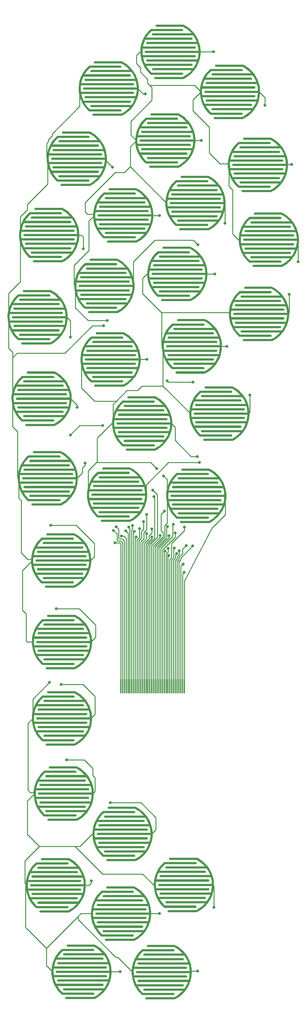
<source format=gbr>
G04 #@! TF.GenerationSoftware,KiCad,Pcbnew,(5.0.0)*
G04 #@! TF.CreationDate,2018-11-24T01:34:47+01:00*
G04 #@! TF.ProjectId,Insole_flex_32s,496E736F6C655F666C65785F3332732E,rev?*
G04 #@! TF.SameCoordinates,Original*
G04 #@! TF.FileFunction,Copper,L1,Top,Signal*
G04 #@! TF.FilePolarity,Positive*
%FSLAX46Y46*%
G04 Gerber Fmt 4.6, Leading zero omitted, Abs format (unit mm)*
G04 Created by KiCad (PCBNEW (5.0.0)) date 11/24/18 01:34:47*
%MOMM*%
%LPD*%
G01*
G04 APERTURE LIST*
G04 #@! TA.AperFunction,SMDPad,CuDef*
%ADD10C,0.500000*%
G04 #@! TD*
G04 #@! TA.AperFunction,Conductor*
%ADD11C,0.100000*%
G04 #@! TD*
G04 #@! TA.AperFunction,SMDPad,CuDef*
%ADD12R,0.300000X4.000000*%
G04 #@! TD*
G04 #@! TA.AperFunction,ViaPad*
%ADD13C,0.800000*%
G04 #@! TD*
G04 #@! TA.AperFunction,Conductor*
%ADD14C,0.250000*%
G04 #@! TD*
G04 APERTURE END LIST*
D10*
G04 #@! TO.P,U30,2*
G04 #@! TO.N,Net-(J1-Pad34)*
X63800000Y-127200000D03*
D11*
G04 #@! TD*
G04 #@! TO.N,Net-(J1-Pad34)*
G04 #@! TO.C,U30*
G36*
X59304189Y-119700029D02*
X59333441Y-119701870D01*
X59362374Y-119706556D01*
X59390711Y-119714043D01*
X59418183Y-119724259D01*
X59424370Y-119727277D01*
X59450719Y-119740114D01*
X60136282Y-120116618D01*
X60139940Y-120118660D01*
X60150561Y-120125394D01*
X60161252Y-120131965D01*
X60806804Y-120573571D01*
X60810245Y-120575961D01*
X60820156Y-120583697D01*
X60830157Y-120591282D01*
X61429535Y-121093775D01*
X61432726Y-121096488D01*
X61441848Y-121105168D01*
X61451049Y-121113680D01*
X61998529Y-121672264D01*
X62001441Y-121675276D01*
X62009655Y-121684783D01*
X62017999Y-121694173D01*
X62508359Y-122303516D01*
X62510963Y-122306798D01*
X62518205Y-122317055D01*
X62525598Y-122327221D01*
X62954156Y-122981506D01*
X62956427Y-122985026D01*
X62962640Y-122995952D01*
X62968999Y-123006779D01*
X63331665Y-123699762D01*
X63333582Y-123703487D01*
X63338714Y-123715000D01*
X63343971Y-123726364D01*
X63637283Y-124451429D01*
X63638827Y-124455323D01*
X63642799Y-124467247D01*
X63646934Y-124479105D01*
X63868092Y-125229332D01*
X63869249Y-125233359D01*
X63872036Y-125245605D01*
X63874997Y-125257818D01*
X64021890Y-126026046D01*
X64022648Y-126030166D01*
X64024234Y-126042678D01*
X64025981Y-126055068D01*
X64097208Y-126833963D01*
X64097561Y-126838137D01*
X64097917Y-126850703D01*
X64098449Y-126863247D01*
X64093328Y-127645376D01*
X64093271Y-127649565D01*
X64092398Y-127662125D01*
X64091704Y-127674641D01*
X64010286Y-128452538D01*
X64009821Y-128456701D01*
X64007736Y-128469060D01*
X64005815Y-128481505D01*
X63848875Y-129247744D01*
X63848006Y-129251842D01*
X63844706Y-129264007D01*
X63841598Y-129276136D01*
X63610636Y-130023403D01*
X63609371Y-130027397D01*
X63604916Y-130039140D01*
X63600624Y-130050949D01*
X63297850Y-130772094D01*
X63297844Y-130772112D01*
X63297835Y-130772132D01*
X63296195Y-130775964D01*
X63290617Y-130787212D01*
X63285191Y-130798550D01*
X62913483Y-131486725D01*
X62911466Y-131490397D01*
X62904807Y-131501064D01*
X62898310Y-131511803D01*
X62461221Y-132160421D01*
X62458856Y-132163879D01*
X62451197Y-132173833D01*
X62443674Y-132183898D01*
X61945378Y-132786768D01*
X61942687Y-132789978D01*
X61934081Y-132799150D01*
X61925624Y-132808420D01*
X61370876Y-133359788D01*
X61367884Y-133362721D01*
X61358438Y-133370997D01*
X61349103Y-133379410D01*
X60743198Y-133874012D01*
X60739934Y-133876639D01*
X60729726Y-133883953D01*
X60719614Y-133891415D01*
X60068336Y-134324531D01*
X60064832Y-134326827D01*
X60054734Y-134332663D01*
X60044782Y-134338684D01*
X59442572Y-134663957D01*
X59440959Y-134664813D01*
X59440841Y-134664884D01*
X59440714Y-134664944D01*
X59438872Y-134665922D01*
X59426585Y-134671593D01*
X59414321Y-134677364D01*
X59413266Y-134677740D01*
X59412260Y-134678204D01*
X59399544Y-134682626D01*
X59386710Y-134687196D01*
X59385622Y-134687467D01*
X59384576Y-134687831D01*
X59371468Y-134690996D01*
X59358270Y-134694287D01*
X59357166Y-134694450D01*
X59356085Y-134694711D01*
X59342620Y-134696598D01*
X59329275Y-134698568D01*
X59328173Y-134698622D01*
X59327059Y-134698778D01*
X59313441Y-134699343D01*
X59300000Y-134700000D01*
X51600000Y-134700000D01*
X51595811Y-134699971D01*
X51566559Y-134698130D01*
X51537626Y-134693444D01*
X51509289Y-134685957D01*
X51481817Y-134675741D01*
X51455474Y-134662892D01*
X51430510Y-134647534D01*
X51407164Y-134629813D01*
X51385658Y-134609899D01*
X51366199Y-134587981D01*
X51348971Y-134564269D01*
X51334139Y-134538989D01*
X51321845Y-134512382D01*
X51312206Y-134484702D01*
X51305314Y-134456214D01*
X51301235Y-134427190D01*
X51300007Y-134397906D01*
X51301643Y-134368641D01*
X51306127Y-134339677D01*
X51313416Y-134311288D01*
X51323441Y-134283745D01*
X51336105Y-134257313D01*
X51351289Y-134232242D01*
X51368846Y-134208773D01*
X51388610Y-134187129D01*
X51410391Y-134167517D01*
X51433983Y-134150124D01*
X51459159Y-134135116D01*
X51485679Y-134122636D01*
X51513290Y-134112804D01*
X51541730Y-134105713D01*
X51570725Y-134101432D01*
X51600000Y-134100000D01*
X59224158Y-134100000D01*
X59747540Y-133817305D01*
X60375142Y-133399934D01*
X60958314Y-132923889D01*
X61492250Y-132393206D01*
X61569289Y-132300000D01*
X51000000Y-132300000D01*
X50995811Y-132299971D01*
X50966559Y-132298130D01*
X50937626Y-132293444D01*
X50909289Y-132285957D01*
X50881817Y-132275741D01*
X50855474Y-132262892D01*
X50830510Y-132247534D01*
X50807164Y-132229813D01*
X50785658Y-132209899D01*
X50766199Y-132187981D01*
X50748971Y-132164269D01*
X50734139Y-132138989D01*
X50721845Y-132112382D01*
X50712206Y-132084702D01*
X50705314Y-132056214D01*
X50701235Y-132027190D01*
X50700007Y-131997906D01*
X50701643Y-131968641D01*
X50706127Y-131939677D01*
X50713416Y-131911288D01*
X50723441Y-131883745D01*
X50736105Y-131857313D01*
X50751289Y-131832242D01*
X50768846Y-131808773D01*
X50788610Y-131787129D01*
X50810391Y-131767517D01*
X50833983Y-131750124D01*
X50859159Y-131735116D01*
X50885679Y-131722636D01*
X50913290Y-131712804D01*
X50941730Y-131705713D01*
X50970725Y-131701432D01*
X51000000Y-131700000D01*
X62047969Y-131700000D01*
X62392542Y-131188672D01*
X62750306Y-130526313D01*
X63013263Y-129900000D01*
X49400000Y-129900000D01*
X49395811Y-129899971D01*
X49366559Y-129898130D01*
X49337626Y-129893444D01*
X49309289Y-129885957D01*
X49281817Y-129875741D01*
X49255474Y-129862892D01*
X49230510Y-129847534D01*
X49207164Y-129829813D01*
X49185658Y-129809899D01*
X49166199Y-129787981D01*
X49148971Y-129764269D01*
X49134139Y-129738989D01*
X49121845Y-129712382D01*
X49112206Y-129684702D01*
X49105314Y-129656214D01*
X49101235Y-129627190D01*
X49100007Y-129597906D01*
X49101643Y-129568641D01*
X49106127Y-129539677D01*
X49113416Y-129511288D01*
X49123441Y-129483745D01*
X49136105Y-129457313D01*
X49151289Y-129432242D01*
X49168846Y-129408773D01*
X49188610Y-129387129D01*
X49210391Y-129367517D01*
X49233983Y-129350124D01*
X49259159Y-129335116D01*
X49285679Y-129322636D01*
X49313290Y-129312804D01*
X49341730Y-129305713D01*
X49370725Y-129301432D01*
X49400000Y-129300000D01*
X63206217Y-129300000D01*
X63264020Y-129112981D01*
X63415074Y-128375483D01*
X63493436Y-127626782D01*
X63494266Y-127500000D01*
X49000000Y-127500000D01*
X48995811Y-127499971D01*
X48966559Y-127498130D01*
X48937626Y-127493444D01*
X48909289Y-127485957D01*
X48881817Y-127475741D01*
X48855474Y-127462892D01*
X48830510Y-127447534D01*
X48807164Y-127429813D01*
X48785658Y-127409899D01*
X48766199Y-127387981D01*
X48748971Y-127364269D01*
X48734139Y-127338989D01*
X48721845Y-127312382D01*
X48712206Y-127284702D01*
X48705314Y-127256214D01*
X48701235Y-127227190D01*
X48700007Y-127197906D01*
X48701643Y-127168641D01*
X48706127Y-127139677D01*
X48713416Y-127111288D01*
X48723441Y-127083745D01*
X48736105Y-127057313D01*
X48751289Y-127032242D01*
X48768846Y-127008773D01*
X48788610Y-126987129D01*
X48810391Y-126967517D01*
X48833983Y-126950124D01*
X48859159Y-126935116D01*
X48885679Y-126922636D01*
X48913290Y-126912804D01*
X48941730Y-126905713D01*
X48970725Y-126901432D01*
X49000000Y-126900000D01*
X63498195Y-126900000D01*
X63498365Y-126873982D01*
X63429812Y-126124327D01*
X63288427Y-125384907D01*
X63204440Y-125100000D01*
X49400000Y-125100000D01*
X49395811Y-125099971D01*
X49366559Y-125098130D01*
X49337626Y-125093444D01*
X49309289Y-125085957D01*
X49281817Y-125075741D01*
X49255474Y-125062892D01*
X49230510Y-125047534D01*
X49207164Y-125029813D01*
X49185658Y-125009899D01*
X49166199Y-124987981D01*
X49148971Y-124964269D01*
X49134139Y-124938989D01*
X49121845Y-124912382D01*
X49112206Y-124884702D01*
X49105314Y-124856214D01*
X49101235Y-124827190D01*
X49100007Y-124797906D01*
X49101643Y-124768641D01*
X49106127Y-124739677D01*
X49113416Y-124711288D01*
X49123441Y-124683745D01*
X49136105Y-124657313D01*
X49151289Y-124632242D01*
X49168846Y-124608773D01*
X49188610Y-124587129D01*
X49210391Y-124567517D01*
X49233983Y-124550124D01*
X49259159Y-124535116D01*
X49285679Y-124522636D01*
X49313290Y-124512804D01*
X49341730Y-124505713D01*
X49370725Y-124501432D01*
X49400000Y-124500000D01*
X63009697Y-124500000D01*
X62793263Y-123964975D01*
X62444198Y-123297984D01*
X62052517Y-122700000D01*
X51000000Y-122700000D01*
X50995811Y-122699971D01*
X50966559Y-122698130D01*
X50937626Y-122693444D01*
X50909289Y-122685957D01*
X50881817Y-122675741D01*
X50855474Y-122662892D01*
X50830510Y-122647534D01*
X50807164Y-122629813D01*
X50785658Y-122609899D01*
X50766199Y-122587981D01*
X50748971Y-122564269D01*
X50734139Y-122538989D01*
X50721845Y-122512382D01*
X50712206Y-122484702D01*
X50705314Y-122456214D01*
X50701235Y-122427190D01*
X50700007Y-122397906D01*
X50701643Y-122368641D01*
X50706127Y-122339677D01*
X50713416Y-122311288D01*
X50723441Y-122283745D01*
X50736105Y-122257313D01*
X50751289Y-122232242D01*
X50768846Y-122208773D01*
X50788610Y-122187129D01*
X50810391Y-122167517D01*
X50833983Y-122150124D01*
X50859159Y-122135116D01*
X50885679Y-122122636D01*
X50913290Y-122112804D01*
X50941730Y-122105713D01*
X50970725Y-122101432D01*
X51000000Y-122100000D01*
X61574428Y-122100000D01*
X61559756Y-122081768D01*
X61032814Y-121544139D01*
X60455931Y-121060504D01*
X59834600Y-120635466D01*
X59223761Y-120300000D01*
X52000000Y-120300000D01*
X51995811Y-120299971D01*
X51966559Y-120298130D01*
X51937626Y-120293444D01*
X51909289Y-120285957D01*
X51881817Y-120275741D01*
X51855474Y-120262892D01*
X51830510Y-120247534D01*
X51807164Y-120229813D01*
X51785658Y-120209899D01*
X51766199Y-120187981D01*
X51748971Y-120164269D01*
X51734139Y-120138989D01*
X51721845Y-120112382D01*
X51712206Y-120084702D01*
X51705314Y-120056214D01*
X51701235Y-120027190D01*
X51700007Y-119997906D01*
X51701643Y-119968641D01*
X51706127Y-119939677D01*
X51713416Y-119911288D01*
X51723441Y-119883745D01*
X51736105Y-119857313D01*
X51751289Y-119832242D01*
X51768846Y-119808773D01*
X51788610Y-119787129D01*
X51810391Y-119767517D01*
X51833983Y-119750124D01*
X51859159Y-119735116D01*
X51885679Y-119722636D01*
X51913290Y-119712804D01*
X51941730Y-119705713D01*
X51970725Y-119701432D01*
X52000000Y-119700000D01*
X59300000Y-119700000D01*
X59304189Y-119700029D01*
X59304189Y-119700029D01*
G37*
D10*
G04 #@! TO.P,U30,1*
G04 #@! TO.N,Net-(J1-Pad20)*
X47800000Y-127200000D03*
D11*
G04 #@! TD*
G04 #@! TO.N,Net-(J1-Pad20)*
G04 #@! TO.C,U30*
G36*
X59004189Y-120900029D02*
X59033441Y-120901870D01*
X59062374Y-120906556D01*
X59090711Y-120914043D01*
X59118183Y-120924259D01*
X59144526Y-120937108D01*
X59169490Y-120952466D01*
X59192836Y-120970187D01*
X59214342Y-120990101D01*
X59233801Y-121012019D01*
X59251029Y-121035731D01*
X59265861Y-121061011D01*
X59278155Y-121087618D01*
X59287794Y-121115298D01*
X59294686Y-121143786D01*
X59298765Y-121172810D01*
X59299993Y-121202094D01*
X59298357Y-121231359D01*
X59293873Y-121260323D01*
X59286584Y-121288712D01*
X59276559Y-121316255D01*
X59263895Y-121342687D01*
X59248711Y-121367758D01*
X59231154Y-121391227D01*
X59211390Y-121412871D01*
X59189609Y-121432483D01*
X59166017Y-121449876D01*
X59140841Y-121464884D01*
X59114321Y-121477364D01*
X59086710Y-121487196D01*
X59058270Y-121494287D01*
X59029275Y-121498568D01*
X59000000Y-121500000D01*
X50616227Y-121500000D01*
X50523436Y-121584597D01*
X49997559Y-122130210D01*
X49530518Y-122720637D01*
X49157933Y-123300000D01*
X61600000Y-123300000D01*
X61604189Y-123300029D01*
X61633441Y-123301870D01*
X61662374Y-123306556D01*
X61690711Y-123314043D01*
X61718183Y-123324259D01*
X61744526Y-123337108D01*
X61769490Y-123352466D01*
X61792836Y-123370187D01*
X61814342Y-123390101D01*
X61833801Y-123412019D01*
X61851029Y-123435731D01*
X61865861Y-123461011D01*
X61878155Y-123487618D01*
X61887794Y-123515298D01*
X61894686Y-123543786D01*
X61898765Y-123572810D01*
X61899993Y-123602094D01*
X61898357Y-123631359D01*
X61893873Y-123660323D01*
X61886584Y-123688712D01*
X61876559Y-123716255D01*
X61863895Y-123742687D01*
X61848711Y-123767758D01*
X61831154Y-123791227D01*
X61811390Y-123812871D01*
X61789609Y-123832483D01*
X61766017Y-123849876D01*
X61740841Y-123864884D01*
X61714321Y-123877364D01*
X61686710Y-123887196D01*
X61658270Y-123894287D01*
X61629275Y-123898568D01*
X61600000Y-123900000D01*
X48843292Y-123900000D01*
X48779874Y-124023691D01*
X48503427Y-124723888D01*
X48296626Y-125447724D01*
X48250576Y-125700000D01*
X62500000Y-125700000D01*
X62504189Y-125700029D01*
X62533441Y-125701870D01*
X62562374Y-125706556D01*
X62590711Y-125714043D01*
X62618183Y-125724259D01*
X62644526Y-125737108D01*
X62669490Y-125752466D01*
X62692836Y-125770187D01*
X62714342Y-125790101D01*
X62733801Y-125812019D01*
X62751029Y-125835731D01*
X62765861Y-125861011D01*
X62778155Y-125887618D01*
X62787794Y-125915298D01*
X62794686Y-125943786D01*
X62798765Y-125972810D01*
X62799993Y-126002094D01*
X62798357Y-126031359D01*
X62793873Y-126060323D01*
X62786584Y-126088712D01*
X62776559Y-126116255D01*
X62763895Y-126142687D01*
X62748711Y-126167758D01*
X62731154Y-126191227D01*
X62711390Y-126212871D01*
X62689609Y-126232483D01*
X62666017Y-126249876D01*
X62640841Y-126264884D01*
X62614321Y-126277364D01*
X62586710Y-126287196D01*
X62558270Y-126294287D01*
X62529275Y-126298568D01*
X62500000Y-126300000D01*
X48152172Y-126300000D01*
X48099174Y-126938510D01*
X48110411Y-127691236D01*
X48156660Y-128100000D01*
X62500000Y-128100000D01*
X62504189Y-128100029D01*
X62533441Y-128101870D01*
X62562374Y-128106556D01*
X62590711Y-128114043D01*
X62618183Y-128124259D01*
X62644526Y-128137108D01*
X62669490Y-128152466D01*
X62692836Y-128170187D01*
X62714342Y-128190101D01*
X62733801Y-128212019D01*
X62751029Y-128235731D01*
X62765861Y-128261011D01*
X62778155Y-128287618D01*
X62787794Y-128315298D01*
X62794686Y-128343786D01*
X62798765Y-128372810D01*
X62799993Y-128402094D01*
X62798357Y-128431359D01*
X62793873Y-128460323D01*
X62786584Y-128488712D01*
X62776559Y-128516255D01*
X62763895Y-128542687D01*
X62748711Y-128567758D01*
X62731154Y-128591227D01*
X62711390Y-128612871D01*
X62689609Y-128632483D01*
X62666017Y-128649876D01*
X62640841Y-128664884D01*
X62614321Y-128677364D01*
X62586710Y-128687196D01*
X62558270Y-128694287D01*
X62529275Y-128698568D01*
X62500000Y-128700000D01*
X48250731Y-128700000D01*
X48352272Y-129175457D01*
X48580587Y-129892800D01*
X48841526Y-130500000D01*
X61600000Y-130500000D01*
X61604189Y-130500029D01*
X61633441Y-130501870D01*
X61662374Y-130506556D01*
X61690711Y-130514043D01*
X61718183Y-130524259D01*
X61744526Y-130537108D01*
X61769490Y-130552466D01*
X61792836Y-130570187D01*
X61814342Y-130590101D01*
X61833801Y-130612019D01*
X61851029Y-130635731D01*
X61865861Y-130661011D01*
X61878155Y-130687618D01*
X61887794Y-130715298D01*
X61894686Y-130743786D01*
X61898765Y-130772810D01*
X61899993Y-130802094D01*
X61898357Y-130831359D01*
X61893873Y-130860323D01*
X61886584Y-130888712D01*
X61876559Y-130916255D01*
X61863895Y-130942687D01*
X61848711Y-130967758D01*
X61831154Y-130991227D01*
X61811390Y-131012871D01*
X61789609Y-131032483D01*
X61766017Y-131049876D01*
X61740841Y-131064884D01*
X61714321Y-131077364D01*
X61686710Y-131087196D01*
X61658270Y-131094287D01*
X61629275Y-131098568D01*
X61600000Y-131100000D01*
X49161893Y-131100000D01*
X49241113Y-131243773D01*
X49667021Y-131864512D01*
X50151468Y-132440724D01*
X50621371Y-132900000D01*
X59000000Y-132900000D01*
X59004189Y-132900029D01*
X59033441Y-132901870D01*
X59062374Y-132906556D01*
X59090711Y-132914043D01*
X59118183Y-132924259D01*
X59144526Y-132937108D01*
X59169490Y-132952466D01*
X59192836Y-132970187D01*
X59214342Y-132990101D01*
X59233801Y-133012019D01*
X59251029Y-133035731D01*
X59265861Y-133061011D01*
X59278155Y-133087618D01*
X59287794Y-133115298D01*
X59294686Y-133143786D01*
X59298765Y-133172810D01*
X59299993Y-133202094D01*
X59298357Y-133231359D01*
X59293873Y-133260323D01*
X59286584Y-133288712D01*
X59276559Y-133316255D01*
X59263895Y-133342687D01*
X59248711Y-133367758D01*
X59231154Y-133391227D01*
X59211390Y-133412871D01*
X59189609Y-133432483D01*
X59166017Y-133449876D01*
X59140841Y-133464884D01*
X59114321Y-133477364D01*
X59086710Y-133487196D01*
X59058270Y-133494287D01*
X59029275Y-133498568D01*
X59000000Y-133500000D01*
X50500000Y-133500000D01*
X50495811Y-133499971D01*
X50466559Y-133498130D01*
X50437626Y-133493444D01*
X50409289Y-133485957D01*
X50381817Y-133475741D01*
X50355474Y-133462892D01*
X50330510Y-133447534D01*
X50307164Y-133429813D01*
X50299130Y-133422374D01*
X50280939Y-133406255D01*
X49721590Y-132859555D01*
X49718614Y-132856606D01*
X49710225Y-132847306D01*
X49701654Y-132838069D01*
X49198324Y-132239396D01*
X49195650Y-132236171D01*
X49188171Y-132226047D01*
X49180581Y-132216067D01*
X48738072Y-131571133D01*
X48735726Y-131567663D01*
X48729293Y-131556894D01*
X48722690Y-131546185D01*
X48345228Y-130861149D01*
X48343231Y-130857466D01*
X48337863Y-130846086D01*
X48332353Y-130834817D01*
X48023540Y-130116217D01*
X48021913Y-130112357D01*
X48017681Y-130100508D01*
X48013297Y-130088755D01*
X47776082Y-129343449D01*
X47774839Y-129339449D01*
X47771782Y-129327238D01*
X47768568Y-129315120D01*
X47605213Y-128550224D01*
X47604366Y-128546121D01*
X47602515Y-128533665D01*
X47600499Y-128521295D01*
X47512565Y-127744108D01*
X47512123Y-127739942D01*
X47511498Y-127727404D01*
X47510696Y-127714858D01*
X47499021Y-126932799D01*
X47498988Y-126928610D01*
X47499590Y-126916050D01*
X47500016Y-126903506D01*
X47564713Y-126124041D01*
X47565088Y-126119869D01*
X47566916Y-126107407D01*
X47568562Y-126094985D01*
X47709013Y-125325552D01*
X47709793Y-125321437D01*
X47712830Y-125309209D01*
X47715678Y-125297011D01*
X47930541Y-124544957D01*
X47931719Y-124540938D01*
X47935934Y-124529065D01*
X47939960Y-124517202D01*
X48227186Y-123789703D01*
X48228751Y-123785818D01*
X48234088Y-123774448D01*
X48239268Y-123763000D01*
X48596114Y-123067002D01*
X48598051Y-123063288D01*
X48604479Y-123052481D01*
X48610745Y-123041605D01*
X49033805Y-122383752D01*
X49036096Y-122380244D01*
X49043543Y-122370122D01*
X49050844Y-122359903D01*
X49536081Y-121746473D01*
X49538703Y-121743205D01*
X49547112Y-121733848D01*
X49555366Y-121724401D01*
X50098147Y-121161249D01*
X50101075Y-121158253D01*
X50106681Y-121153124D01*
X50112033Y-121147743D01*
X50297882Y-120978306D01*
X50300997Y-120975505D01*
X50305814Y-120971639D01*
X50310391Y-120967517D01*
X50317219Y-120962483D01*
X50323854Y-120957157D01*
X50329027Y-120953778D01*
X50333983Y-120950124D01*
X50341270Y-120945780D01*
X50348393Y-120941127D01*
X50353866Y-120938271D01*
X50359159Y-120935116D01*
X50366845Y-120931499D01*
X50374377Y-120927569D01*
X50380094Y-120925264D01*
X50385679Y-120922636D01*
X50393685Y-120919785D01*
X50401561Y-120916610D01*
X50407477Y-120914874D01*
X50413290Y-120912804D01*
X50421543Y-120910746D01*
X50429685Y-120908357D01*
X50435735Y-120907208D01*
X50441730Y-120905713D01*
X50450140Y-120904471D01*
X50458480Y-120902887D01*
X50464624Y-120902333D01*
X50470725Y-120901432D01*
X50479215Y-120901017D01*
X50487671Y-120900254D01*
X50493832Y-120900302D01*
X50500000Y-120900000D01*
X59000000Y-120900000D01*
X59004189Y-120900029D01*
X59004189Y-120900029D01*
G37*
D10*
G04 #@! TO.P,U1,2*
G04 #@! TO.N,Net-(J1-Pad1)*
X58400000Y-240100000D03*
D11*
G04 #@! TD*
G04 #@! TO.N,Net-(J1-Pad1)*
G04 #@! TO.C,U1*
G36*
X53904189Y-232600029D02*
X53933441Y-232601870D01*
X53962374Y-232606556D01*
X53990711Y-232614043D01*
X54018183Y-232624259D01*
X54024370Y-232627277D01*
X54050719Y-232640114D01*
X54736282Y-233016618D01*
X54739940Y-233018660D01*
X54750561Y-233025394D01*
X54761252Y-233031965D01*
X55406804Y-233473571D01*
X55410245Y-233475961D01*
X55420156Y-233483697D01*
X55430157Y-233491282D01*
X56029535Y-233993775D01*
X56032726Y-233996488D01*
X56041848Y-234005168D01*
X56051049Y-234013680D01*
X56598529Y-234572264D01*
X56601441Y-234575276D01*
X56609655Y-234584783D01*
X56617999Y-234594173D01*
X57108359Y-235203516D01*
X57110963Y-235206798D01*
X57118205Y-235217055D01*
X57125598Y-235227221D01*
X57554156Y-235881506D01*
X57556427Y-235885026D01*
X57562640Y-235895952D01*
X57568999Y-235906779D01*
X57931665Y-236599762D01*
X57933582Y-236603487D01*
X57938714Y-236615000D01*
X57943971Y-236626364D01*
X58237283Y-237351429D01*
X58238827Y-237355323D01*
X58242799Y-237367247D01*
X58246934Y-237379105D01*
X58468092Y-238129332D01*
X58469249Y-238133359D01*
X58472036Y-238145605D01*
X58474997Y-238157818D01*
X58621890Y-238926046D01*
X58622648Y-238930166D01*
X58624234Y-238942678D01*
X58625981Y-238955068D01*
X58697208Y-239733963D01*
X58697561Y-239738137D01*
X58697917Y-239750703D01*
X58698449Y-239763247D01*
X58693328Y-240545376D01*
X58693271Y-240549565D01*
X58692398Y-240562125D01*
X58691704Y-240574641D01*
X58610286Y-241352538D01*
X58609821Y-241356701D01*
X58607736Y-241369060D01*
X58605815Y-241381505D01*
X58448875Y-242147744D01*
X58448006Y-242151842D01*
X58444706Y-242164007D01*
X58441598Y-242176136D01*
X58210636Y-242923403D01*
X58209371Y-242927397D01*
X58204916Y-242939140D01*
X58200624Y-242950949D01*
X57897850Y-243672094D01*
X57897844Y-243672112D01*
X57897835Y-243672132D01*
X57896195Y-243675964D01*
X57890617Y-243687212D01*
X57885191Y-243698550D01*
X57513483Y-244386725D01*
X57511466Y-244390397D01*
X57504807Y-244401064D01*
X57498310Y-244411803D01*
X57061221Y-245060421D01*
X57058856Y-245063879D01*
X57051197Y-245073833D01*
X57043674Y-245083898D01*
X56545378Y-245686768D01*
X56542687Y-245689978D01*
X56534081Y-245699150D01*
X56525624Y-245708420D01*
X55970876Y-246259788D01*
X55967884Y-246262721D01*
X55958438Y-246270997D01*
X55949103Y-246279410D01*
X55343198Y-246774012D01*
X55339934Y-246776639D01*
X55329726Y-246783953D01*
X55319614Y-246791415D01*
X54668336Y-247224531D01*
X54664832Y-247226827D01*
X54654734Y-247232663D01*
X54644782Y-247238684D01*
X54042572Y-247563957D01*
X54040959Y-247564813D01*
X54040841Y-247564884D01*
X54040714Y-247564944D01*
X54038872Y-247565922D01*
X54026585Y-247571593D01*
X54014321Y-247577364D01*
X54013266Y-247577740D01*
X54012260Y-247578204D01*
X53999544Y-247582626D01*
X53986710Y-247587196D01*
X53985622Y-247587467D01*
X53984576Y-247587831D01*
X53971468Y-247590996D01*
X53958270Y-247594287D01*
X53957166Y-247594450D01*
X53956085Y-247594711D01*
X53942620Y-247596598D01*
X53929275Y-247598568D01*
X53928173Y-247598622D01*
X53927059Y-247598778D01*
X53913441Y-247599343D01*
X53900000Y-247600000D01*
X46200000Y-247600000D01*
X46195811Y-247599971D01*
X46166559Y-247598130D01*
X46137626Y-247593444D01*
X46109289Y-247585957D01*
X46081817Y-247575741D01*
X46055474Y-247562892D01*
X46030510Y-247547534D01*
X46007164Y-247529813D01*
X45985658Y-247509899D01*
X45966199Y-247487981D01*
X45948971Y-247464269D01*
X45934139Y-247438989D01*
X45921845Y-247412382D01*
X45912206Y-247384702D01*
X45905314Y-247356214D01*
X45901235Y-247327190D01*
X45900007Y-247297906D01*
X45901643Y-247268641D01*
X45906127Y-247239677D01*
X45913416Y-247211288D01*
X45923441Y-247183745D01*
X45936105Y-247157313D01*
X45951289Y-247132242D01*
X45968846Y-247108773D01*
X45988610Y-247087129D01*
X46010391Y-247067517D01*
X46033983Y-247050124D01*
X46059159Y-247035116D01*
X46085679Y-247022636D01*
X46113290Y-247012804D01*
X46141730Y-247005713D01*
X46170725Y-247001432D01*
X46200000Y-247000000D01*
X53824158Y-247000000D01*
X54347540Y-246717305D01*
X54975142Y-246299934D01*
X55558314Y-245823889D01*
X56092250Y-245293206D01*
X56169289Y-245200000D01*
X45600000Y-245200000D01*
X45595811Y-245199971D01*
X45566559Y-245198130D01*
X45537626Y-245193444D01*
X45509289Y-245185957D01*
X45481817Y-245175741D01*
X45455474Y-245162892D01*
X45430510Y-245147534D01*
X45407164Y-245129813D01*
X45385658Y-245109899D01*
X45366199Y-245087981D01*
X45348971Y-245064269D01*
X45334139Y-245038989D01*
X45321845Y-245012382D01*
X45312206Y-244984702D01*
X45305314Y-244956214D01*
X45301235Y-244927190D01*
X45300007Y-244897906D01*
X45301643Y-244868641D01*
X45306127Y-244839677D01*
X45313416Y-244811288D01*
X45323441Y-244783745D01*
X45336105Y-244757313D01*
X45351289Y-244732242D01*
X45368846Y-244708773D01*
X45388610Y-244687129D01*
X45410391Y-244667517D01*
X45433983Y-244650124D01*
X45459159Y-244635116D01*
X45485679Y-244622636D01*
X45513290Y-244612804D01*
X45541730Y-244605713D01*
X45570725Y-244601432D01*
X45600000Y-244600000D01*
X56647969Y-244600000D01*
X56992542Y-244088672D01*
X57350306Y-243426313D01*
X57613263Y-242800000D01*
X44000000Y-242800000D01*
X43995811Y-242799971D01*
X43966559Y-242798130D01*
X43937626Y-242793444D01*
X43909289Y-242785957D01*
X43881817Y-242775741D01*
X43855474Y-242762892D01*
X43830510Y-242747534D01*
X43807164Y-242729813D01*
X43785658Y-242709899D01*
X43766199Y-242687981D01*
X43748971Y-242664269D01*
X43734139Y-242638989D01*
X43721845Y-242612382D01*
X43712206Y-242584702D01*
X43705314Y-242556214D01*
X43701235Y-242527190D01*
X43700007Y-242497906D01*
X43701643Y-242468641D01*
X43706127Y-242439677D01*
X43713416Y-242411288D01*
X43723441Y-242383745D01*
X43736105Y-242357313D01*
X43751289Y-242332242D01*
X43768846Y-242308773D01*
X43788610Y-242287129D01*
X43810391Y-242267517D01*
X43833983Y-242250124D01*
X43859159Y-242235116D01*
X43885679Y-242222636D01*
X43913290Y-242212804D01*
X43941730Y-242205713D01*
X43970725Y-242201432D01*
X44000000Y-242200000D01*
X57806217Y-242200000D01*
X57864020Y-242012981D01*
X58015074Y-241275483D01*
X58093436Y-240526782D01*
X58094266Y-240400000D01*
X43600000Y-240400000D01*
X43595811Y-240399971D01*
X43566559Y-240398130D01*
X43537626Y-240393444D01*
X43509289Y-240385957D01*
X43481817Y-240375741D01*
X43455474Y-240362892D01*
X43430510Y-240347534D01*
X43407164Y-240329813D01*
X43385658Y-240309899D01*
X43366199Y-240287981D01*
X43348971Y-240264269D01*
X43334139Y-240238989D01*
X43321845Y-240212382D01*
X43312206Y-240184702D01*
X43305314Y-240156214D01*
X43301235Y-240127190D01*
X43300007Y-240097906D01*
X43301643Y-240068641D01*
X43306127Y-240039677D01*
X43313416Y-240011288D01*
X43323441Y-239983745D01*
X43336105Y-239957313D01*
X43351289Y-239932242D01*
X43368846Y-239908773D01*
X43388610Y-239887129D01*
X43410391Y-239867517D01*
X43433983Y-239850124D01*
X43459159Y-239835116D01*
X43485679Y-239822636D01*
X43513290Y-239812804D01*
X43541730Y-239805713D01*
X43570725Y-239801432D01*
X43600000Y-239800000D01*
X58098195Y-239800000D01*
X58098365Y-239773982D01*
X58029812Y-239024327D01*
X57888427Y-238284907D01*
X57804440Y-238000000D01*
X44000000Y-238000000D01*
X43995811Y-237999971D01*
X43966559Y-237998130D01*
X43937626Y-237993444D01*
X43909289Y-237985957D01*
X43881817Y-237975741D01*
X43855474Y-237962892D01*
X43830510Y-237947534D01*
X43807164Y-237929813D01*
X43785658Y-237909899D01*
X43766199Y-237887981D01*
X43748971Y-237864269D01*
X43734139Y-237838989D01*
X43721845Y-237812382D01*
X43712206Y-237784702D01*
X43705314Y-237756214D01*
X43701235Y-237727190D01*
X43700007Y-237697906D01*
X43701643Y-237668641D01*
X43706127Y-237639677D01*
X43713416Y-237611288D01*
X43723441Y-237583745D01*
X43736105Y-237557313D01*
X43751289Y-237532242D01*
X43768846Y-237508773D01*
X43788610Y-237487129D01*
X43810391Y-237467517D01*
X43833983Y-237450124D01*
X43859159Y-237435116D01*
X43885679Y-237422636D01*
X43913290Y-237412804D01*
X43941730Y-237405713D01*
X43970725Y-237401432D01*
X44000000Y-237400000D01*
X57609697Y-237400000D01*
X57393263Y-236864975D01*
X57044198Y-236197984D01*
X56652517Y-235600000D01*
X45600000Y-235600000D01*
X45595811Y-235599971D01*
X45566559Y-235598130D01*
X45537626Y-235593444D01*
X45509289Y-235585957D01*
X45481817Y-235575741D01*
X45455474Y-235562892D01*
X45430510Y-235547534D01*
X45407164Y-235529813D01*
X45385658Y-235509899D01*
X45366199Y-235487981D01*
X45348971Y-235464269D01*
X45334139Y-235438989D01*
X45321845Y-235412382D01*
X45312206Y-235384702D01*
X45305314Y-235356214D01*
X45301235Y-235327190D01*
X45300007Y-235297906D01*
X45301643Y-235268641D01*
X45306127Y-235239677D01*
X45313416Y-235211288D01*
X45323441Y-235183745D01*
X45336105Y-235157313D01*
X45351289Y-235132242D01*
X45368846Y-235108773D01*
X45388610Y-235087129D01*
X45410391Y-235067517D01*
X45433983Y-235050124D01*
X45459159Y-235035116D01*
X45485679Y-235022636D01*
X45513290Y-235012804D01*
X45541730Y-235005713D01*
X45570725Y-235001432D01*
X45600000Y-235000000D01*
X56174428Y-235000000D01*
X56159756Y-234981768D01*
X55632814Y-234444139D01*
X55055931Y-233960504D01*
X54434600Y-233535466D01*
X53823761Y-233200000D01*
X46600000Y-233200000D01*
X46595811Y-233199971D01*
X46566559Y-233198130D01*
X46537626Y-233193444D01*
X46509289Y-233185957D01*
X46481817Y-233175741D01*
X46455474Y-233162892D01*
X46430510Y-233147534D01*
X46407164Y-233129813D01*
X46385658Y-233109899D01*
X46366199Y-233087981D01*
X46348971Y-233064269D01*
X46334139Y-233038989D01*
X46321845Y-233012382D01*
X46312206Y-232984702D01*
X46305314Y-232956214D01*
X46301235Y-232927190D01*
X46300007Y-232897906D01*
X46301643Y-232868641D01*
X46306127Y-232839677D01*
X46313416Y-232811288D01*
X46323441Y-232783745D01*
X46336105Y-232757313D01*
X46351289Y-232732242D01*
X46368846Y-232708773D01*
X46388610Y-232687129D01*
X46410391Y-232667517D01*
X46433983Y-232650124D01*
X46459159Y-232635116D01*
X46485679Y-232622636D01*
X46513290Y-232612804D01*
X46541730Y-232605713D01*
X46570725Y-232601432D01*
X46600000Y-232600000D01*
X53900000Y-232600000D01*
X53904189Y-232600029D01*
X53904189Y-232600029D01*
G37*
D10*
G04 #@! TO.P,U1,1*
G04 #@! TO.N,Net-(J1-Pad17)*
X42400000Y-240100000D03*
D11*
G04 #@! TD*
G04 #@! TO.N,Net-(J1-Pad17)*
G04 #@! TO.C,U1*
G36*
X53604189Y-233800029D02*
X53633441Y-233801870D01*
X53662374Y-233806556D01*
X53690711Y-233814043D01*
X53718183Y-233824259D01*
X53744526Y-233837108D01*
X53769490Y-233852466D01*
X53792836Y-233870187D01*
X53814342Y-233890101D01*
X53833801Y-233912019D01*
X53851029Y-233935731D01*
X53865861Y-233961011D01*
X53878155Y-233987618D01*
X53887794Y-234015298D01*
X53894686Y-234043786D01*
X53898765Y-234072810D01*
X53899993Y-234102094D01*
X53898357Y-234131359D01*
X53893873Y-234160323D01*
X53886584Y-234188712D01*
X53876559Y-234216255D01*
X53863895Y-234242687D01*
X53848711Y-234267758D01*
X53831154Y-234291227D01*
X53811390Y-234312871D01*
X53789609Y-234332483D01*
X53766017Y-234349876D01*
X53740841Y-234364884D01*
X53714321Y-234377364D01*
X53686710Y-234387196D01*
X53658270Y-234394287D01*
X53629275Y-234398568D01*
X53600000Y-234400000D01*
X45216227Y-234400000D01*
X45123436Y-234484597D01*
X44597559Y-235030210D01*
X44130518Y-235620637D01*
X43757933Y-236200000D01*
X56200000Y-236200000D01*
X56204189Y-236200029D01*
X56233441Y-236201870D01*
X56262374Y-236206556D01*
X56290711Y-236214043D01*
X56318183Y-236224259D01*
X56344526Y-236237108D01*
X56369490Y-236252466D01*
X56392836Y-236270187D01*
X56414342Y-236290101D01*
X56433801Y-236312019D01*
X56451029Y-236335731D01*
X56465861Y-236361011D01*
X56478155Y-236387618D01*
X56487794Y-236415298D01*
X56494686Y-236443786D01*
X56498765Y-236472810D01*
X56499993Y-236502094D01*
X56498357Y-236531359D01*
X56493873Y-236560323D01*
X56486584Y-236588712D01*
X56476559Y-236616255D01*
X56463895Y-236642687D01*
X56448711Y-236667758D01*
X56431154Y-236691227D01*
X56411390Y-236712871D01*
X56389609Y-236732483D01*
X56366017Y-236749876D01*
X56340841Y-236764884D01*
X56314321Y-236777364D01*
X56286710Y-236787196D01*
X56258270Y-236794287D01*
X56229275Y-236798568D01*
X56200000Y-236800000D01*
X43443292Y-236800000D01*
X43379874Y-236923691D01*
X43103427Y-237623888D01*
X42896626Y-238347724D01*
X42850576Y-238600000D01*
X57100000Y-238600000D01*
X57104189Y-238600029D01*
X57133441Y-238601870D01*
X57162374Y-238606556D01*
X57190711Y-238614043D01*
X57218183Y-238624259D01*
X57244526Y-238637108D01*
X57269490Y-238652466D01*
X57292836Y-238670187D01*
X57314342Y-238690101D01*
X57333801Y-238712019D01*
X57351029Y-238735731D01*
X57365861Y-238761011D01*
X57378155Y-238787618D01*
X57387794Y-238815298D01*
X57394686Y-238843786D01*
X57398765Y-238872810D01*
X57399993Y-238902094D01*
X57398357Y-238931359D01*
X57393873Y-238960323D01*
X57386584Y-238988712D01*
X57376559Y-239016255D01*
X57363895Y-239042687D01*
X57348711Y-239067758D01*
X57331154Y-239091227D01*
X57311390Y-239112871D01*
X57289609Y-239132483D01*
X57266017Y-239149876D01*
X57240841Y-239164884D01*
X57214321Y-239177364D01*
X57186710Y-239187196D01*
X57158270Y-239194287D01*
X57129275Y-239198568D01*
X57100000Y-239200000D01*
X42752172Y-239200000D01*
X42699174Y-239838510D01*
X42710411Y-240591236D01*
X42756660Y-241000000D01*
X57100000Y-241000000D01*
X57104189Y-241000029D01*
X57133441Y-241001870D01*
X57162374Y-241006556D01*
X57190711Y-241014043D01*
X57218183Y-241024259D01*
X57244526Y-241037108D01*
X57269490Y-241052466D01*
X57292836Y-241070187D01*
X57314342Y-241090101D01*
X57333801Y-241112019D01*
X57351029Y-241135731D01*
X57365861Y-241161011D01*
X57378155Y-241187618D01*
X57387794Y-241215298D01*
X57394686Y-241243786D01*
X57398765Y-241272810D01*
X57399993Y-241302094D01*
X57398357Y-241331359D01*
X57393873Y-241360323D01*
X57386584Y-241388712D01*
X57376559Y-241416255D01*
X57363895Y-241442687D01*
X57348711Y-241467758D01*
X57331154Y-241491227D01*
X57311390Y-241512871D01*
X57289609Y-241532483D01*
X57266017Y-241549876D01*
X57240841Y-241564884D01*
X57214321Y-241577364D01*
X57186710Y-241587196D01*
X57158270Y-241594287D01*
X57129275Y-241598568D01*
X57100000Y-241600000D01*
X42850731Y-241600000D01*
X42952272Y-242075457D01*
X43180587Y-242792800D01*
X43441526Y-243400000D01*
X56200000Y-243400000D01*
X56204189Y-243400029D01*
X56233441Y-243401870D01*
X56262374Y-243406556D01*
X56290711Y-243414043D01*
X56318183Y-243424259D01*
X56344526Y-243437108D01*
X56369490Y-243452466D01*
X56392836Y-243470187D01*
X56414342Y-243490101D01*
X56433801Y-243512019D01*
X56451029Y-243535731D01*
X56465861Y-243561011D01*
X56478155Y-243587618D01*
X56487794Y-243615298D01*
X56494686Y-243643786D01*
X56498765Y-243672810D01*
X56499993Y-243702094D01*
X56498357Y-243731359D01*
X56493873Y-243760323D01*
X56486584Y-243788712D01*
X56476559Y-243816255D01*
X56463895Y-243842687D01*
X56448711Y-243867758D01*
X56431154Y-243891227D01*
X56411390Y-243912871D01*
X56389609Y-243932483D01*
X56366017Y-243949876D01*
X56340841Y-243964884D01*
X56314321Y-243977364D01*
X56286710Y-243987196D01*
X56258270Y-243994287D01*
X56229275Y-243998568D01*
X56200000Y-244000000D01*
X43761893Y-244000000D01*
X43841113Y-244143773D01*
X44267021Y-244764512D01*
X44751468Y-245340724D01*
X45221371Y-245800000D01*
X53600000Y-245800000D01*
X53604189Y-245800029D01*
X53633441Y-245801870D01*
X53662374Y-245806556D01*
X53690711Y-245814043D01*
X53718183Y-245824259D01*
X53744526Y-245837108D01*
X53769490Y-245852466D01*
X53792836Y-245870187D01*
X53814342Y-245890101D01*
X53833801Y-245912019D01*
X53851029Y-245935731D01*
X53865861Y-245961011D01*
X53878155Y-245987618D01*
X53887794Y-246015298D01*
X53894686Y-246043786D01*
X53898765Y-246072810D01*
X53899993Y-246102094D01*
X53898357Y-246131359D01*
X53893873Y-246160323D01*
X53886584Y-246188712D01*
X53876559Y-246216255D01*
X53863895Y-246242687D01*
X53848711Y-246267758D01*
X53831154Y-246291227D01*
X53811390Y-246312871D01*
X53789609Y-246332483D01*
X53766017Y-246349876D01*
X53740841Y-246364884D01*
X53714321Y-246377364D01*
X53686710Y-246387196D01*
X53658270Y-246394287D01*
X53629275Y-246398568D01*
X53600000Y-246400000D01*
X45100000Y-246400000D01*
X45095811Y-246399971D01*
X45066559Y-246398130D01*
X45037626Y-246393444D01*
X45009289Y-246385957D01*
X44981817Y-246375741D01*
X44955474Y-246362892D01*
X44930510Y-246347534D01*
X44907164Y-246329813D01*
X44899130Y-246322374D01*
X44880939Y-246306255D01*
X44321590Y-245759555D01*
X44318614Y-245756606D01*
X44310225Y-245747306D01*
X44301654Y-245738069D01*
X43798324Y-245139396D01*
X43795650Y-245136171D01*
X43788171Y-245126047D01*
X43780581Y-245116067D01*
X43338072Y-244471133D01*
X43335726Y-244467663D01*
X43329293Y-244456894D01*
X43322690Y-244446185D01*
X42945228Y-243761149D01*
X42943231Y-243757466D01*
X42937863Y-243746086D01*
X42932353Y-243734817D01*
X42623540Y-243016217D01*
X42621913Y-243012357D01*
X42617681Y-243000508D01*
X42613297Y-242988755D01*
X42376082Y-242243449D01*
X42374839Y-242239449D01*
X42371782Y-242227238D01*
X42368568Y-242215120D01*
X42205213Y-241450224D01*
X42204366Y-241446121D01*
X42202515Y-241433665D01*
X42200499Y-241421295D01*
X42112565Y-240644108D01*
X42112123Y-240639942D01*
X42111498Y-240627404D01*
X42110696Y-240614858D01*
X42099021Y-239832799D01*
X42098988Y-239828610D01*
X42099590Y-239816050D01*
X42100016Y-239803506D01*
X42164713Y-239024041D01*
X42165088Y-239019869D01*
X42166916Y-239007407D01*
X42168562Y-238994985D01*
X42309013Y-238225552D01*
X42309793Y-238221437D01*
X42312830Y-238209209D01*
X42315678Y-238197011D01*
X42530541Y-237444957D01*
X42531719Y-237440938D01*
X42535934Y-237429065D01*
X42539960Y-237417202D01*
X42827186Y-236689703D01*
X42828751Y-236685818D01*
X42834088Y-236674448D01*
X42839268Y-236663000D01*
X43196114Y-235967002D01*
X43198051Y-235963288D01*
X43204479Y-235952481D01*
X43210745Y-235941605D01*
X43633805Y-235283752D01*
X43636096Y-235280244D01*
X43643543Y-235270122D01*
X43650844Y-235259903D01*
X44136081Y-234646473D01*
X44138703Y-234643205D01*
X44147112Y-234633848D01*
X44155366Y-234624401D01*
X44698147Y-234061249D01*
X44701075Y-234058253D01*
X44706681Y-234053124D01*
X44712033Y-234047743D01*
X44897882Y-233878306D01*
X44900997Y-233875505D01*
X44905814Y-233871639D01*
X44910391Y-233867517D01*
X44917219Y-233862483D01*
X44923854Y-233857157D01*
X44929027Y-233853778D01*
X44933983Y-233850124D01*
X44941270Y-233845780D01*
X44948393Y-233841127D01*
X44953866Y-233838271D01*
X44959159Y-233835116D01*
X44966845Y-233831499D01*
X44974377Y-233827569D01*
X44980094Y-233825264D01*
X44985679Y-233822636D01*
X44993685Y-233819785D01*
X45001561Y-233816610D01*
X45007477Y-233814874D01*
X45013290Y-233812804D01*
X45021543Y-233810746D01*
X45029685Y-233808357D01*
X45035735Y-233807208D01*
X45041730Y-233805713D01*
X45050140Y-233804471D01*
X45058480Y-233802887D01*
X45064624Y-233802333D01*
X45070725Y-233801432D01*
X45079215Y-233801017D01*
X45087671Y-233800254D01*
X45093832Y-233800302D01*
X45100000Y-233800000D01*
X53600000Y-233800000D01*
X53604189Y-233800029D01*
X53604189Y-233800029D01*
G37*
D10*
G04 #@! TO.P,U2,2*
G04 #@! TO.N,Net-(J1-Pad2)*
X75300000Y-254100000D03*
D11*
G04 #@! TD*
G04 #@! TO.N,Net-(J1-Pad2)*
G04 #@! TO.C,U2*
G36*
X70804189Y-246600029D02*
X70833441Y-246601870D01*
X70862374Y-246606556D01*
X70890711Y-246614043D01*
X70918183Y-246624259D01*
X70924370Y-246627277D01*
X70950719Y-246640114D01*
X71636282Y-247016618D01*
X71639940Y-247018660D01*
X71650561Y-247025394D01*
X71661252Y-247031965D01*
X72306804Y-247473571D01*
X72310245Y-247475961D01*
X72320156Y-247483697D01*
X72330157Y-247491282D01*
X72929535Y-247993775D01*
X72932726Y-247996488D01*
X72941848Y-248005168D01*
X72951049Y-248013680D01*
X73498529Y-248572264D01*
X73501441Y-248575276D01*
X73509655Y-248584783D01*
X73517999Y-248594173D01*
X74008359Y-249203516D01*
X74010963Y-249206798D01*
X74018205Y-249217055D01*
X74025598Y-249227221D01*
X74454156Y-249881506D01*
X74456427Y-249885026D01*
X74462640Y-249895952D01*
X74468999Y-249906779D01*
X74831665Y-250599762D01*
X74833582Y-250603487D01*
X74838714Y-250615000D01*
X74843971Y-250626364D01*
X75137283Y-251351429D01*
X75138827Y-251355323D01*
X75142799Y-251367247D01*
X75146934Y-251379105D01*
X75368092Y-252129332D01*
X75369249Y-252133359D01*
X75372036Y-252145605D01*
X75374997Y-252157818D01*
X75521890Y-252926046D01*
X75522648Y-252930166D01*
X75524234Y-252942678D01*
X75525981Y-252955068D01*
X75597208Y-253733963D01*
X75597561Y-253738137D01*
X75597917Y-253750703D01*
X75598449Y-253763247D01*
X75593328Y-254545376D01*
X75593271Y-254549565D01*
X75592398Y-254562125D01*
X75591704Y-254574641D01*
X75510286Y-255352538D01*
X75509821Y-255356701D01*
X75507736Y-255369060D01*
X75505815Y-255381505D01*
X75348875Y-256147744D01*
X75348006Y-256151842D01*
X75344706Y-256164007D01*
X75341598Y-256176136D01*
X75110636Y-256923403D01*
X75109371Y-256927397D01*
X75104916Y-256939140D01*
X75100624Y-256950949D01*
X74797850Y-257672094D01*
X74797844Y-257672112D01*
X74797835Y-257672132D01*
X74796195Y-257675964D01*
X74790617Y-257687212D01*
X74785191Y-257698550D01*
X74413483Y-258386725D01*
X74411466Y-258390397D01*
X74404807Y-258401064D01*
X74398310Y-258411803D01*
X73961221Y-259060421D01*
X73958856Y-259063879D01*
X73951197Y-259073833D01*
X73943674Y-259083898D01*
X73445378Y-259686768D01*
X73442687Y-259689978D01*
X73434081Y-259699150D01*
X73425624Y-259708420D01*
X72870876Y-260259788D01*
X72867884Y-260262721D01*
X72858438Y-260270997D01*
X72849103Y-260279410D01*
X72243198Y-260774012D01*
X72239934Y-260776639D01*
X72229726Y-260783953D01*
X72219614Y-260791415D01*
X71568336Y-261224531D01*
X71564832Y-261226827D01*
X71554734Y-261232663D01*
X71544782Y-261238684D01*
X70942572Y-261563957D01*
X70940959Y-261564813D01*
X70940841Y-261564884D01*
X70940714Y-261564944D01*
X70938872Y-261565922D01*
X70926585Y-261571593D01*
X70914321Y-261577364D01*
X70913266Y-261577740D01*
X70912260Y-261578204D01*
X70899544Y-261582626D01*
X70886710Y-261587196D01*
X70885622Y-261587467D01*
X70884576Y-261587831D01*
X70871468Y-261590996D01*
X70858270Y-261594287D01*
X70857166Y-261594450D01*
X70856085Y-261594711D01*
X70842620Y-261596598D01*
X70829275Y-261598568D01*
X70828173Y-261598622D01*
X70827059Y-261598778D01*
X70813441Y-261599343D01*
X70800000Y-261600000D01*
X63100000Y-261600000D01*
X63095811Y-261599971D01*
X63066559Y-261598130D01*
X63037626Y-261593444D01*
X63009289Y-261585957D01*
X62981817Y-261575741D01*
X62955474Y-261562892D01*
X62930510Y-261547534D01*
X62907164Y-261529813D01*
X62885658Y-261509899D01*
X62866199Y-261487981D01*
X62848971Y-261464269D01*
X62834139Y-261438989D01*
X62821845Y-261412382D01*
X62812206Y-261384702D01*
X62805314Y-261356214D01*
X62801235Y-261327190D01*
X62800007Y-261297906D01*
X62801643Y-261268641D01*
X62806127Y-261239677D01*
X62813416Y-261211288D01*
X62823441Y-261183745D01*
X62836105Y-261157313D01*
X62851289Y-261132242D01*
X62868846Y-261108773D01*
X62888610Y-261087129D01*
X62910391Y-261067517D01*
X62933983Y-261050124D01*
X62959159Y-261035116D01*
X62985679Y-261022636D01*
X63013290Y-261012804D01*
X63041730Y-261005713D01*
X63070725Y-261001432D01*
X63100000Y-261000000D01*
X70724158Y-261000000D01*
X71247540Y-260717305D01*
X71875142Y-260299934D01*
X72458314Y-259823889D01*
X72992250Y-259293206D01*
X73069289Y-259200000D01*
X62500000Y-259200000D01*
X62495811Y-259199971D01*
X62466559Y-259198130D01*
X62437626Y-259193444D01*
X62409289Y-259185957D01*
X62381817Y-259175741D01*
X62355474Y-259162892D01*
X62330510Y-259147534D01*
X62307164Y-259129813D01*
X62285658Y-259109899D01*
X62266199Y-259087981D01*
X62248971Y-259064269D01*
X62234139Y-259038989D01*
X62221845Y-259012382D01*
X62212206Y-258984702D01*
X62205314Y-258956214D01*
X62201235Y-258927190D01*
X62200007Y-258897906D01*
X62201643Y-258868641D01*
X62206127Y-258839677D01*
X62213416Y-258811288D01*
X62223441Y-258783745D01*
X62236105Y-258757313D01*
X62251289Y-258732242D01*
X62268846Y-258708773D01*
X62288610Y-258687129D01*
X62310391Y-258667517D01*
X62333983Y-258650124D01*
X62359159Y-258635116D01*
X62385679Y-258622636D01*
X62413290Y-258612804D01*
X62441730Y-258605713D01*
X62470725Y-258601432D01*
X62500000Y-258600000D01*
X73547969Y-258600000D01*
X73892542Y-258088672D01*
X74250306Y-257426313D01*
X74513263Y-256800000D01*
X60900000Y-256800000D01*
X60895811Y-256799971D01*
X60866559Y-256798130D01*
X60837626Y-256793444D01*
X60809289Y-256785957D01*
X60781817Y-256775741D01*
X60755474Y-256762892D01*
X60730510Y-256747534D01*
X60707164Y-256729813D01*
X60685658Y-256709899D01*
X60666199Y-256687981D01*
X60648971Y-256664269D01*
X60634139Y-256638989D01*
X60621845Y-256612382D01*
X60612206Y-256584702D01*
X60605314Y-256556214D01*
X60601235Y-256527190D01*
X60600007Y-256497906D01*
X60601643Y-256468641D01*
X60606127Y-256439677D01*
X60613416Y-256411288D01*
X60623441Y-256383745D01*
X60636105Y-256357313D01*
X60651289Y-256332242D01*
X60668846Y-256308773D01*
X60688610Y-256287129D01*
X60710391Y-256267517D01*
X60733983Y-256250124D01*
X60759159Y-256235116D01*
X60785679Y-256222636D01*
X60813290Y-256212804D01*
X60841730Y-256205713D01*
X60870725Y-256201432D01*
X60900000Y-256200000D01*
X74706217Y-256200000D01*
X74764020Y-256012981D01*
X74915074Y-255275483D01*
X74993436Y-254526782D01*
X74994266Y-254400000D01*
X60500000Y-254400000D01*
X60495811Y-254399971D01*
X60466559Y-254398130D01*
X60437626Y-254393444D01*
X60409289Y-254385957D01*
X60381817Y-254375741D01*
X60355474Y-254362892D01*
X60330510Y-254347534D01*
X60307164Y-254329813D01*
X60285658Y-254309899D01*
X60266199Y-254287981D01*
X60248971Y-254264269D01*
X60234139Y-254238989D01*
X60221845Y-254212382D01*
X60212206Y-254184702D01*
X60205314Y-254156214D01*
X60201235Y-254127190D01*
X60200007Y-254097906D01*
X60201643Y-254068641D01*
X60206127Y-254039677D01*
X60213416Y-254011288D01*
X60223441Y-253983745D01*
X60236105Y-253957313D01*
X60251289Y-253932242D01*
X60268846Y-253908773D01*
X60288610Y-253887129D01*
X60310391Y-253867517D01*
X60333983Y-253850124D01*
X60359159Y-253835116D01*
X60385679Y-253822636D01*
X60413290Y-253812804D01*
X60441730Y-253805713D01*
X60470725Y-253801432D01*
X60500000Y-253800000D01*
X74998195Y-253800000D01*
X74998365Y-253773982D01*
X74929812Y-253024327D01*
X74788427Y-252284907D01*
X74704440Y-252000000D01*
X60900000Y-252000000D01*
X60895811Y-251999971D01*
X60866559Y-251998130D01*
X60837626Y-251993444D01*
X60809289Y-251985957D01*
X60781817Y-251975741D01*
X60755474Y-251962892D01*
X60730510Y-251947534D01*
X60707164Y-251929813D01*
X60685658Y-251909899D01*
X60666199Y-251887981D01*
X60648971Y-251864269D01*
X60634139Y-251838989D01*
X60621845Y-251812382D01*
X60612206Y-251784702D01*
X60605314Y-251756214D01*
X60601235Y-251727190D01*
X60600007Y-251697906D01*
X60601643Y-251668641D01*
X60606127Y-251639677D01*
X60613416Y-251611288D01*
X60623441Y-251583745D01*
X60636105Y-251557313D01*
X60651289Y-251532242D01*
X60668846Y-251508773D01*
X60688610Y-251487129D01*
X60710391Y-251467517D01*
X60733983Y-251450124D01*
X60759159Y-251435116D01*
X60785679Y-251422636D01*
X60813290Y-251412804D01*
X60841730Y-251405713D01*
X60870725Y-251401432D01*
X60900000Y-251400000D01*
X74509697Y-251400000D01*
X74293263Y-250864975D01*
X73944198Y-250197984D01*
X73552517Y-249600000D01*
X62500000Y-249600000D01*
X62495811Y-249599971D01*
X62466559Y-249598130D01*
X62437626Y-249593444D01*
X62409289Y-249585957D01*
X62381817Y-249575741D01*
X62355474Y-249562892D01*
X62330510Y-249547534D01*
X62307164Y-249529813D01*
X62285658Y-249509899D01*
X62266199Y-249487981D01*
X62248971Y-249464269D01*
X62234139Y-249438989D01*
X62221845Y-249412382D01*
X62212206Y-249384702D01*
X62205314Y-249356214D01*
X62201235Y-249327190D01*
X62200007Y-249297906D01*
X62201643Y-249268641D01*
X62206127Y-249239677D01*
X62213416Y-249211288D01*
X62223441Y-249183745D01*
X62236105Y-249157313D01*
X62251289Y-249132242D01*
X62268846Y-249108773D01*
X62288610Y-249087129D01*
X62310391Y-249067517D01*
X62333983Y-249050124D01*
X62359159Y-249035116D01*
X62385679Y-249022636D01*
X62413290Y-249012804D01*
X62441730Y-249005713D01*
X62470725Y-249001432D01*
X62500000Y-249000000D01*
X73074428Y-249000000D01*
X73059756Y-248981768D01*
X72532814Y-248444139D01*
X71955931Y-247960504D01*
X71334600Y-247535466D01*
X70723761Y-247200000D01*
X63500000Y-247200000D01*
X63495811Y-247199971D01*
X63466559Y-247198130D01*
X63437626Y-247193444D01*
X63409289Y-247185957D01*
X63381817Y-247175741D01*
X63355474Y-247162892D01*
X63330510Y-247147534D01*
X63307164Y-247129813D01*
X63285658Y-247109899D01*
X63266199Y-247087981D01*
X63248971Y-247064269D01*
X63234139Y-247038989D01*
X63221845Y-247012382D01*
X63212206Y-246984702D01*
X63205314Y-246956214D01*
X63201235Y-246927190D01*
X63200007Y-246897906D01*
X63201643Y-246868641D01*
X63206127Y-246839677D01*
X63213416Y-246811288D01*
X63223441Y-246783745D01*
X63236105Y-246757313D01*
X63251289Y-246732242D01*
X63268846Y-246708773D01*
X63288610Y-246687129D01*
X63310391Y-246667517D01*
X63333983Y-246650124D01*
X63359159Y-246635116D01*
X63385679Y-246622636D01*
X63413290Y-246612804D01*
X63441730Y-246605713D01*
X63470725Y-246601432D01*
X63500000Y-246600000D01*
X70800000Y-246600000D01*
X70804189Y-246600029D01*
X70804189Y-246600029D01*
G37*
D10*
G04 #@! TO.P,U2,1*
G04 #@! TO.N,Net-(J1-Pad17)*
X59300000Y-254100000D03*
D11*
G04 #@! TD*
G04 #@! TO.N,Net-(J1-Pad17)*
G04 #@! TO.C,U2*
G36*
X70504189Y-247800029D02*
X70533441Y-247801870D01*
X70562374Y-247806556D01*
X70590711Y-247814043D01*
X70618183Y-247824259D01*
X70644526Y-247837108D01*
X70669490Y-247852466D01*
X70692836Y-247870187D01*
X70714342Y-247890101D01*
X70733801Y-247912019D01*
X70751029Y-247935731D01*
X70765861Y-247961011D01*
X70778155Y-247987618D01*
X70787794Y-248015298D01*
X70794686Y-248043786D01*
X70798765Y-248072810D01*
X70799993Y-248102094D01*
X70798357Y-248131359D01*
X70793873Y-248160323D01*
X70786584Y-248188712D01*
X70776559Y-248216255D01*
X70763895Y-248242687D01*
X70748711Y-248267758D01*
X70731154Y-248291227D01*
X70711390Y-248312871D01*
X70689609Y-248332483D01*
X70666017Y-248349876D01*
X70640841Y-248364884D01*
X70614321Y-248377364D01*
X70586710Y-248387196D01*
X70558270Y-248394287D01*
X70529275Y-248398568D01*
X70500000Y-248400000D01*
X62116227Y-248400000D01*
X62023436Y-248484597D01*
X61497559Y-249030210D01*
X61030518Y-249620637D01*
X60657933Y-250200000D01*
X73100000Y-250200000D01*
X73104189Y-250200029D01*
X73133441Y-250201870D01*
X73162374Y-250206556D01*
X73190711Y-250214043D01*
X73218183Y-250224259D01*
X73244526Y-250237108D01*
X73269490Y-250252466D01*
X73292836Y-250270187D01*
X73314342Y-250290101D01*
X73333801Y-250312019D01*
X73351029Y-250335731D01*
X73365861Y-250361011D01*
X73378155Y-250387618D01*
X73387794Y-250415298D01*
X73394686Y-250443786D01*
X73398765Y-250472810D01*
X73399993Y-250502094D01*
X73398357Y-250531359D01*
X73393873Y-250560323D01*
X73386584Y-250588712D01*
X73376559Y-250616255D01*
X73363895Y-250642687D01*
X73348711Y-250667758D01*
X73331154Y-250691227D01*
X73311390Y-250712871D01*
X73289609Y-250732483D01*
X73266017Y-250749876D01*
X73240841Y-250764884D01*
X73214321Y-250777364D01*
X73186710Y-250787196D01*
X73158270Y-250794287D01*
X73129275Y-250798568D01*
X73100000Y-250800000D01*
X60343292Y-250800000D01*
X60279874Y-250923691D01*
X60003427Y-251623888D01*
X59796626Y-252347724D01*
X59750576Y-252600000D01*
X74000000Y-252600000D01*
X74004189Y-252600029D01*
X74033441Y-252601870D01*
X74062374Y-252606556D01*
X74090711Y-252614043D01*
X74118183Y-252624259D01*
X74144526Y-252637108D01*
X74169490Y-252652466D01*
X74192836Y-252670187D01*
X74214342Y-252690101D01*
X74233801Y-252712019D01*
X74251029Y-252735731D01*
X74265861Y-252761011D01*
X74278155Y-252787618D01*
X74287794Y-252815298D01*
X74294686Y-252843786D01*
X74298765Y-252872810D01*
X74299993Y-252902094D01*
X74298357Y-252931359D01*
X74293873Y-252960323D01*
X74286584Y-252988712D01*
X74276559Y-253016255D01*
X74263895Y-253042687D01*
X74248711Y-253067758D01*
X74231154Y-253091227D01*
X74211390Y-253112871D01*
X74189609Y-253132483D01*
X74166017Y-253149876D01*
X74140841Y-253164884D01*
X74114321Y-253177364D01*
X74086710Y-253187196D01*
X74058270Y-253194287D01*
X74029275Y-253198568D01*
X74000000Y-253200000D01*
X59652172Y-253200000D01*
X59599174Y-253838510D01*
X59610411Y-254591236D01*
X59656660Y-255000000D01*
X74000000Y-255000000D01*
X74004189Y-255000029D01*
X74033441Y-255001870D01*
X74062374Y-255006556D01*
X74090711Y-255014043D01*
X74118183Y-255024259D01*
X74144526Y-255037108D01*
X74169490Y-255052466D01*
X74192836Y-255070187D01*
X74214342Y-255090101D01*
X74233801Y-255112019D01*
X74251029Y-255135731D01*
X74265861Y-255161011D01*
X74278155Y-255187618D01*
X74287794Y-255215298D01*
X74294686Y-255243786D01*
X74298765Y-255272810D01*
X74299993Y-255302094D01*
X74298357Y-255331359D01*
X74293873Y-255360323D01*
X74286584Y-255388712D01*
X74276559Y-255416255D01*
X74263895Y-255442687D01*
X74248711Y-255467758D01*
X74231154Y-255491227D01*
X74211390Y-255512871D01*
X74189609Y-255532483D01*
X74166017Y-255549876D01*
X74140841Y-255564884D01*
X74114321Y-255577364D01*
X74086710Y-255587196D01*
X74058270Y-255594287D01*
X74029275Y-255598568D01*
X74000000Y-255600000D01*
X59750731Y-255600000D01*
X59852272Y-256075457D01*
X60080587Y-256792800D01*
X60341526Y-257400000D01*
X73100000Y-257400000D01*
X73104189Y-257400029D01*
X73133441Y-257401870D01*
X73162374Y-257406556D01*
X73190711Y-257414043D01*
X73218183Y-257424259D01*
X73244526Y-257437108D01*
X73269490Y-257452466D01*
X73292836Y-257470187D01*
X73314342Y-257490101D01*
X73333801Y-257512019D01*
X73351029Y-257535731D01*
X73365861Y-257561011D01*
X73378155Y-257587618D01*
X73387794Y-257615298D01*
X73394686Y-257643786D01*
X73398765Y-257672810D01*
X73399993Y-257702094D01*
X73398357Y-257731359D01*
X73393873Y-257760323D01*
X73386584Y-257788712D01*
X73376559Y-257816255D01*
X73363895Y-257842687D01*
X73348711Y-257867758D01*
X73331154Y-257891227D01*
X73311390Y-257912871D01*
X73289609Y-257932483D01*
X73266017Y-257949876D01*
X73240841Y-257964884D01*
X73214321Y-257977364D01*
X73186710Y-257987196D01*
X73158270Y-257994287D01*
X73129275Y-257998568D01*
X73100000Y-258000000D01*
X60661893Y-258000000D01*
X60741113Y-258143773D01*
X61167021Y-258764512D01*
X61651468Y-259340724D01*
X62121371Y-259800000D01*
X70500000Y-259800000D01*
X70504189Y-259800029D01*
X70533441Y-259801870D01*
X70562374Y-259806556D01*
X70590711Y-259814043D01*
X70618183Y-259824259D01*
X70644526Y-259837108D01*
X70669490Y-259852466D01*
X70692836Y-259870187D01*
X70714342Y-259890101D01*
X70733801Y-259912019D01*
X70751029Y-259935731D01*
X70765861Y-259961011D01*
X70778155Y-259987618D01*
X70787794Y-260015298D01*
X70794686Y-260043786D01*
X70798765Y-260072810D01*
X70799993Y-260102094D01*
X70798357Y-260131359D01*
X70793873Y-260160323D01*
X70786584Y-260188712D01*
X70776559Y-260216255D01*
X70763895Y-260242687D01*
X70748711Y-260267758D01*
X70731154Y-260291227D01*
X70711390Y-260312871D01*
X70689609Y-260332483D01*
X70666017Y-260349876D01*
X70640841Y-260364884D01*
X70614321Y-260377364D01*
X70586710Y-260387196D01*
X70558270Y-260394287D01*
X70529275Y-260398568D01*
X70500000Y-260400000D01*
X62000000Y-260400000D01*
X61995811Y-260399971D01*
X61966559Y-260398130D01*
X61937626Y-260393444D01*
X61909289Y-260385957D01*
X61881817Y-260375741D01*
X61855474Y-260362892D01*
X61830510Y-260347534D01*
X61807164Y-260329813D01*
X61799130Y-260322374D01*
X61780939Y-260306255D01*
X61221590Y-259759555D01*
X61218614Y-259756606D01*
X61210225Y-259747306D01*
X61201654Y-259738069D01*
X60698324Y-259139396D01*
X60695650Y-259136171D01*
X60688171Y-259126047D01*
X60680581Y-259116067D01*
X60238072Y-258471133D01*
X60235726Y-258467663D01*
X60229293Y-258456894D01*
X60222690Y-258446185D01*
X59845228Y-257761149D01*
X59843231Y-257757466D01*
X59837863Y-257746086D01*
X59832353Y-257734817D01*
X59523540Y-257016217D01*
X59521913Y-257012357D01*
X59517681Y-257000508D01*
X59513297Y-256988755D01*
X59276082Y-256243449D01*
X59274839Y-256239449D01*
X59271782Y-256227238D01*
X59268568Y-256215120D01*
X59105213Y-255450224D01*
X59104366Y-255446121D01*
X59102515Y-255433665D01*
X59100499Y-255421295D01*
X59012565Y-254644108D01*
X59012123Y-254639942D01*
X59011498Y-254627404D01*
X59010696Y-254614858D01*
X58999021Y-253832799D01*
X58998988Y-253828610D01*
X58999590Y-253816050D01*
X59000016Y-253803506D01*
X59064713Y-253024041D01*
X59065088Y-253019869D01*
X59066916Y-253007407D01*
X59068562Y-252994985D01*
X59209013Y-252225552D01*
X59209793Y-252221437D01*
X59212830Y-252209209D01*
X59215678Y-252197011D01*
X59430541Y-251444957D01*
X59431719Y-251440938D01*
X59435934Y-251429065D01*
X59439960Y-251417202D01*
X59727186Y-250689703D01*
X59728751Y-250685818D01*
X59734088Y-250674448D01*
X59739268Y-250663000D01*
X60096114Y-249967002D01*
X60098051Y-249963288D01*
X60104479Y-249952481D01*
X60110745Y-249941605D01*
X60533805Y-249283752D01*
X60536096Y-249280244D01*
X60543543Y-249270122D01*
X60550844Y-249259903D01*
X61036081Y-248646473D01*
X61038703Y-248643205D01*
X61047112Y-248633848D01*
X61055366Y-248624401D01*
X61598147Y-248061249D01*
X61601075Y-248058253D01*
X61606681Y-248053124D01*
X61612033Y-248047743D01*
X61797882Y-247878306D01*
X61800997Y-247875505D01*
X61805814Y-247871639D01*
X61810391Y-247867517D01*
X61817219Y-247862483D01*
X61823854Y-247857157D01*
X61829027Y-247853778D01*
X61833983Y-247850124D01*
X61841270Y-247845780D01*
X61848393Y-247841127D01*
X61853866Y-247838271D01*
X61859159Y-247835116D01*
X61866845Y-247831499D01*
X61874377Y-247827569D01*
X61880094Y-247825264D01*
X61885679Y-247822636D01*
X61893685Y-247819785D01*
X61901561Y-247816610D01*
X61907477Y-247814874D01*
X61913290Y-247812804D01*
X61921543Y-247810746D01*
X61929685Y-247808357D01*
X61935735Y-247807208D01*
X61941730Y-247805713D01*
X61950140Y-247804471D01*
X61958480Y-247802887D01*
X61964624Y-247802333D01*
X61970725Y-247801432D01*
X61979215Y-247801017D01*
X61987671Y-247800254D01*
X61993832Y-247800302D01*
X62000000Y-247800000D01*
X70500000Y-247800000D01*
X70504189Y-247800029D01*
X70504189Y-247800029D01*
G37*
D10*
G04 #@! TO.P,U3,2*
G04 #@! TO.N,Net-(J1-Pad3)*
X69200000Y-278100000D03*
D11*
G04 #@! TD*
G04 #@! TO.N,Net-(J1-Pad3)*
G04 #@! TO.C,U3*
G36*
X64704189Y-270600029D02*
X64733441Y-270601870D01*
X64762374Y-270606556D01*
X64790711Y-270614043D01*
X64818183Y-270624259D01*
X64824370Y-270627277D01*
X64850719Y-270640114D01*
X65536282Y-271016618D01*
X65539940Y-271018660D01*
X65550561Y-271025394D01*
X65561252Y-271031965D01*
X66206804Y-271473571D01*
X66210245Y-271475961D01*
X66220156Y-271483697D01*
X66230157Y-271491282D01*
X66829535Y-271993775D01*
X66832726Y-271996488D01*
X66841848Y-272005168D01*
X66851049Y-272013680D01*
X67398529Y-272572264D01*
X67401441Y-272575276D01*
X67409655Y-272584783D01*
X67417999Y-272594173D01*
X67908359Y-273203516D01*
X67910963Y-273206798D01*
X67918205Y-273217055D01*
X67925598Y-273227221D01*
X68354156Y-273881506D01*
X68356427Y-273885026D01*
X68362640Y-273895952D01*
X68368999Y-273906779D01*
X68731665Y-274599762D01*
X68733582Y-274603487D01*
X68738714Y-274615000D01*
X68743971Y-274626364D01*
X69037283Y-275351429D01*
X69038827Y-275355323D01*
X69042799Y-275367247D01*
X69046934Y-275379105D01*
X69268092Y-276129332D01*
X69269249Y-276133359D01*
X69272036Y-276145605D01*
X69274997Y-276157818D01*
X69421890Y-276926046D01*
X69422648Y-276930166D01*
X69424234Y-276942678D01*
X69425981Y-276955068D01*
X69497208Y-277733963D01*
X69497561Y-277738137D01*
X69497917Y-277750703D01*
X69498449Y-277763247D01*
X69493328Y-278545376D01*
X69493271Y-278549565D01*
X69492398Y-278562125D01*
X69491704Y-278574641D01*
X69410286Y-279352538D01*
X69409821Y-279356701D01*
X69407736Y-279369060D01*
X69405815Y-279381505D01*
X69248875Y-280147744D01*
X69248006Y-280151842D01*
X69244706Y-280164007D01*
X69241598Y-280176136D01*
X69010636Y-280923403D01*
X69009371Y-280927397D01*
X69004916Y-280939140D01*
X69000624Y-280950949D01*
X68697850Y-281672094D01*
X68697844Y-281672112D01*
X68697835Y-281672132D01*
X68696195Y-281675964D01*
X68690617Y-281687212D01*
X68685191Y-281698550D01*
X68313483Y-282386725D01*
X68311466Y-282390397D01*
X68304807Y-282401064D01*
X68298310Y-282411803D01*
X67861221Y-283060421D01*
X67858856Y-283063879D01*
X67851197Y-283073833D01*
X67843674Y-283083898D01*
X67345378Y-283686768D01*
X67342687Y-283689978D01*
X67334081Y-283699150D01*
X67325624Y-283708420D01*
X66770876Y-284259788D01*
X66767884Y-284262721D01*
X66758438Y-284270997D01*
X66749103Y-284279410D01*
X66143198Y-284774012D01*
X66139934Y-284776639D01*
X66129726Y-284783953D01*
X66119614Y-284791415D01*
X65468336Y-285224531D01*
X65464832Y-285226827D01*
X65454734Y-285232663D01*
X65444782Y-285238684D01*
X64842572Y-285563957D01*
X64840959Y-285564813D01*
X64840841Y-285564884D01*
X64840714Y-285564944D01*
X64838872Y-285565922D01*
X64826585Y-285571593D01*
X64814321Y-285577364D01*
X64813266Y-285577740D01*
X64812260Y-285578204D01*
X64799544Y-285582626D01*
X64786710Y-285587196D01*
X64785622Y-285587467D01*
X64784576Y-285587831D01*
X64771468Y-285590996D01*
X64758270Y-285594287D01*
X64757166Y-285594450D01*
X64756085Y-285594711D01*
X64742620Y-285596598D01*
X64729275Y-285598568D01*
X64728173Y-285598622D01*
X64727059Y-285598778D01*
X64713441Y-285599343D01*
X64700000Y-285600000D01*
X57000000Y-285600000D01*
X56995811Y-285599971D01*
X56966559Y-285598130D01*
X56937626Y-285593444D01*
X56909289Y-285585957D01*
X56881817Y-285575741D01*
X56855474Y-285562892D01*
X56830510Y-285547534D01*
X56807164Y-285529813D01*
X56785658Y-285509899D01*
X56766199Y-285487981D01*
X56748971Y-285464269D01*
X56734139Y-285438989D01*
X56721845Y-285412382D01*
X56712206Y-285384702D01*
X56705314Y-285356214D01*
X56701235Y-285327190D01*
X56700007Y-285297906D01*
X56701643Y-285268641D01*
X56706127Y-285239677D01*
X56713416Y-285211288D01*
X56723441Y-285183745D01*
X56736105Y-285157313D01*
X56751289Y-285132242D01*
X56768846Y-285108773D01*
X56788610Y-285087129D01*
X56810391Y-285067517D01*
X56833983Y-285050124D01*
X56859159Y-285035116D01*
X56885679Y-285022636D01*
X56913290Y-285012804D01*
X56941730Y-285005713D01*
X56970725Y-285001432D01*
X57000000Y-285000000D01*
X64624158Y-285000000D01*
X65147540Y-284717305D01*
X65775142Y-284299934D01*
X66358314Y-283823889D01*
X66892250Y-283293206D01*
X66969289Y-283200000D01*
X56400000Y-283200000D01*
X56395811Y-283199971D01*
X56366559Y-283198130D01*
X56337626Y-283193444D01*
X56309289Y-283185957D01*
X56281817Y-283175741D01*
X56255474Y-283162892D01*
X56230510Y-283147534D01*
X56207164Y-283129813D01*
X56185658Y-283109899D01*
X56166199Y-283087981D01*
X56148971Y-283064269D01*
X56134139Y-283038989D01*
X56121845Y-283012382D01*
X56112206Y-282984702D01*
X56105314Y-282956214D01*
X56101235Y-282927190D01*
X56100007Y-282897906D01*
X56101643Y-282868641D01*
X56106127Y-282839677D01*
X56113416Y-282811288D01*
X56123441Y-282783745D01*
X56136105Y-282757313D01*
X56151289Y-282732242D01*
X56168846Y-282708773D01*
X56188610Y-282687129D01*
X56210391Y-282667517D01*
X56233983Y-282650124D01*
X56259159Y-282635116D01*
X56285679Y-282622636D01*
X56313290Y-282612804D01*
X56341730Y-282605713D01*
X56370725Y-282601432D01*
X56400000Y-282600000D01*
X67447969Y-282600000D01*
X67792542Y-282088672D01*
X68150306Y-281426313D01*
X68413263Y-280800000D01*
X54800000Y-280800000D01*
X54795811Y-280799971D01*
X54766559Y-280798130D01*
X54737626Y-280793444D01*
X54709289Y-280785957D01*
X54681817Y-280775741D01*
X54655474Y-280762892D01*
X54630510Y-280747534D01*
X54607164Y-280729813D01*
X54585658Y-280709899D01*
X54566199Y-280687981D01*
X54548971Y-280664269D01*
X54534139Y-280638989D01*
X54521845Y-280612382D01*
X54512206Y-280584702D01*
X54505314Y-280556214D01*
X54501235Y-280527190D01*
X54500007Y-280497906D01*
X54501643Y-280468641D01*
X54506127Y-280439677D01*
X54513416Y-280411288D01*
X54523441Y-280383745D01*
X54536105Y-280357313D01*
X54551289Y-280332242D01*
X54568846Y-280308773D01*
X54588610Y-280287129D01*
X54610391Y-280267517D01*
X54633983Y-280250124D01*
X54659159Y-280235116D01*
X54685679Y-280222636D01*
X54713290Y-280212804D01*
X54741730Y-280205713D01*
X54770725Y-280201432D01*
X54800000Y-280200000D01*
X68606217Y-280200000D01*
X68664020Y-280012981D01*
X68815074Y-279275483D01*
X68893436Y-278526782D01*
X68894266Y-278400000D01*
X54400000Y-278400000D01*
X54395811Y-278399971D01*
X54366559Y-278398130D01*
X54337626Y-278393444D01*
X54309289Y-278385957D01*
X54281817Y-278375741D01*
X54255474Y-278362892D01*
X54230510Y-278347534D01*
X54207164Y-278329813D01*
X54185658Y-278309899D01*
X54166199Y-278287981D01*
X54148971Y-278264269D01*
X54134139Y-278238989D01*
X54121845Y-278212382D01*
X54112206Y-278184702D01*
X54105314Y-278156214D01*
X54101235Y-278127190D01*
X54100007Y-278097906D01*
X54101643Y-278068641D01*
X54106127Y-278039677D01*
X54113416Y-278011288D01*
X54123441Y-277983745D01*
X54136105Y-277957313D01*
X54151289Y-277932242D01*
X54168846Y-277908773D01*
X54188610Y-277887129D01*
X54210391Y-277867517D01*
X54233983Y-277850124D01*
X54259159Y-277835116D01*
X54285679Y-277822636D01*
X54313290Y-277812804D01*
X54341730Y-277805713D01*
X54370725Y-277801432D01*
X54400000Y-277800000D01*
X68898195Y-277800000D01*
X68898365Y-277773982D01*
X68829812Y-277024327D01*
X68688427Y-276284907D01*
X68604440Y-276000000D01*
X54800000Y-276000000D01*
X54795811Y-275999971D01*
X54766559Y-275998130D01*
X54737626Y-275993444D01*
X54709289Y-275985957D01*
X54681817Y-275975741D01*
X54655474Y-275962892D01*
X54630510Y-275947534D01*
X54607164Y-275929813D01*
X54585658Y-275909899D01*
X54566199Y-275887981D01*
X54548971Y-275864269D01*
X54534139Y-275838989D01*
X54521845Y-275812382D01*
X54512206Y-275784702D01*
X54505314Y-275756214D01*
X54501235Y-275727190D01*
X54500007Y-275697906D01*
X54501643Y-275668641D01*
X54506127Y-275639677D01*
X54513416Y-275611288D01*
X54523441Y-275583745D01*
X54536105Y-275557313D01*
X54551289Y-275532242D01*
X54568846Y-275508773D01*
X54588610Y-275487129D01*
X54610391Y-275467517D01*
X54633983Y-275450124D01*
X54659159Y-275435116D01*
X54685679Y-275422636D01*
X54713290Y-275412804D01*
X54741730Y-275405713D01*
X54770725Y-275401432D01*
X54800000Y-275400000D01*
X68409697Y-275400000D01*
X68193263Y-274864975D01*
X67844198Y-274197984D01*
X67452517Y-273600000D01*
X56400000Y-273600000D01*
X56395811Y-273599971D01*
X56366559Y-273598130D01*
X56337626Y-273593444D01*
X56309289Y-273585957D01*
X56281817Y-273575741D01*
X56255474Y-273562892D01*
X56230510Y-273547534D01*
X56207164Y-273529813D01*
X56185658Y-273509899D01*
X56166199Y-273487981D01*
X56148971Y-273464269D01*
X56134139Y-273438989D01*
X56121845Y-273412382D01*
X56112206Y-273384702D01*
X56105314Y-273356214D01*
X56101235Y-273327190D01*
X56100007Y-273297906D01*
X56101643Y-273268641D01*
X56106127Y-273239677D01*
X56113416Y-273211288D01*
X56123441Y-273183745D01*
X56136105Y-273157313D01*
X56151289Y-273132242D01*
X56168846Y-273108773D01*
X56188610Y-273087129D01*
X56210391Y-273067517D01*
X56233983Y-273050124D01*
X56259159Y-273035116D01*
X56285679Y-273022636D01*
X56313290Y-273012804D01*
X56341730Y-273005713D01*
X56370725Y-273001432D01*
X56400000Y-273000000D01*
X66974428Y-273000000D01*
X66959756Y-272981768D01*
X66432814Y-272444139D01*
X65855931Y-271960504D01*
X65234600Y-271535466D01*
X64623761Y-271200000D01*
X57400000Y-271200000D01*
X57395811Y-271199971D01*
X57366559Y-271198130D01*
X57337626Y-271193444D01*
X57309289Y-271185957D01*
X57281817Y-271175741D01*
X57255474Y-271162892D01*
X57230510Y-271147534D01*
X57207164Y-271129813D01*
X57185658Y-271109899D01*
X57166199Y-271087981D01*
X57148971Y-271064269D01*
X57134139Y-271038989D01*
X57121845Y-271012382D01*
X57112206Y-270984702D01*
X57105314Y-270956214D01*
X57101235Y-270927190D01*
X57100007Y-270897906D01*
X57101643Y-270868641D01*
X57106127Y-270839677D01*
X57113416Y-270811288D01*
X57123441Y-270783745D01*
X57136105Y-270757313D01*
X57151289Y-270732242D01*
X57168846Y-270708773D01*
X57188610Y-270687129D01*
X57210391Y-270667517D01*
X57233983Y-270650124D01*
X57259159Y-270635116D01*
X57285679Y-270622636D01*
X57313290Y-270612804D01*
X57341730Y-270605713D01*
X57370725Y-270601432D01*
X57400000Y-270600000D01*
X64700000Y-270600000D01*
X64704189Y-270600029D01*
X64704189Y-270600029D01*
G37*
D10*
G04 #@! TO.P,U3,1*
G04 #@! TO.N,Net-(J1-Pad17)*
X53200000Y-278100000D03*
D11*
G04 #@! TD*
G04 #@! TO.N,Net-(J1-Pad17)*
G04 #@! TO.C,U3*
G36*
X64404189Y-271800029D02*
X64433441Y-271801870D01*
X64462374Y-271806556D01*
X64490711Y-271814043D01*
X64518183Y-271824259D01*
X64544526Y-271837108D01*
X64569490Y-271852466D01*
X64592836Y-271870187D01*
X64614342Y-271890101D01*
X64633801Y-271912019D01*
X64651029Y-271935731D01*
X64665861Y-271961011D01*
X64678155Y-271987618D01*
X64687794Y-272015298D01*
X64694686Y-272043786D01*
X64698765Y-272072810D01*
X64699993Y-272102094D01*
X64698357Y-272131359D01*
X64693873Y-272160323D01*
X64686584Y-272188712D01*
X64676559Y-272216255D01*
X64663895Y-272242687D01*
X64648711Y-272267758D01*
X64631154Y-272291227D01*
X64611390Y-272312871D01*
X64589609Y-272332483D01*
X64566017Y-272349876D01*
X64540841Y-272364884D01*
X64514321Y-272377364D01*
X64486710Y-272387196D01*
X64458270Y-272394287D01*
X64429275Y-272398568D01*
X64400000Y-272400000D01*
X56016227Y-272400000D01*
X55923436Y-272484597D01*
X55397559Y-273030210D01*
X54930518Y-273620637D01*
X54557933Y-274200000D01*
X67000000Y-274200000D01*
X67004189Y-274200029D01*
X67033441Y-274201870D01*
X67062374Y-274206556D01*
X67090711Y-274214043D01*
X67118183Y-274224259D01*
X67144526Y-274237108D01*
X67169490Y-274252466D01*
X67192836Y-274270187D01*
X67214342Y-274290101D01*
X67233801Y-274312019D01*
X67251029Y-274335731D01*
X67265861Y-274361011D01*
X67278155Y-274387618D01*
X67287794Y-274415298D01*
X67294686Y-274443786D01*
X67298765Y-274472810D01*
X67299993Y-274502094D01*
X67298357Y-274531359D01*
X67293873Y-274560323D01*
X67286584Y-274588712D01*
X67276559Y-274616255D01*
X67263895Y-274642687D01*
X67248711Y-274667758D01*
X67231154Y-274691227D01*
X67211390Y-274712871D01*
X67189609Y-274732483D01*
X67166017Y-274749876D01*
X67140841Y-274764884D01*
X67114321Y-274777364D01*
X67086710Y-274787196D01*
X67058270Y-274794287D01*
X67029275Y-274798568D01*
X67000000Y-274800000D01*
X54243292Y-274800000D01*
X54179874Y-274923691D01*
X53903427Y-275623888D01*
X53696626Y-276347724D01*
X53650576Y-276600000D01*
X67900000Y-276600000D01*
X67904189Y-276600029D01*
X67933441Y-276601870D01*
X67962374Y-276606556D01*
X67990711Y-276614043D01*
X68018183Y-276624259D01*
X68044526Y-276637108D01*
X68069490Y-276652466D01*
X68092836Y-276670187D01*
X68114342Y-276690101D01*
X68133801Y-276712019D01*
X68151029Y-276735731D01*
X68165861Y-276761011D01*
X68178155Y-276787618D01*
X68187794Y-276815298D01*
X68194686Y-276843786D01*
X68198765Y-276872810D01*
X68199993Y-276902094D01*
X68198357Y-276931359D01*
X68193873Y-276960323D01*
X68186584Y-276988712D01*
X68176559Y-277016255D01*
X68163895Y-277042687D01*
X68148711Y-277067758D01*
X68131154Y-277091227D01*
X68111390Y-277112871D01*
X68089609Y-277132483D01*
X68066017Y-277149876D01*
X68040841Y-277164884D01*
X68014321Y-277177364D01*
X67986710Y-277187196D01*
X67958270Y-277194287D01*
X67929275Y-277198568D01*
X67900000Y-277200000D01*
X53552172Y-277200000D01*
X53499174Y-277838510D01*
X53510411Y-278591236D01*
X53556660Y-279000000D01*
X67900000Y-279000000D01*
X67904189Y-279000029D01*
X67933441Y-279001870D01*
X67962374Y-279006556D01*
X67990711Y-279014043D01*
X68018183Y-279024259D01*
X68044526Y-279037108D01*
X68069490Y-279052466D01*
X68092836Y-279070187D01*
X68114342Y-279090101D01*
X68133801Y-279112019D01*
X68151029Y-279135731D01*
X68165861Y-279161011D01*
X68178155Y-279187618D01*
X68187794Y-279215298D01*
X68194686Y-279243786D01*
X68198765Y-279272810D01*
X68199993Y-279302094D01*
X68198357Y-279331359D01*
X68193873Y-279360323D01*
X68186584Y-279388712D01*
X68176559Y-279416255D01*
X68163895Y-279442687D01*
X68148711Y-279467758D01*
X68131154Y-279491227D01*
X68111390Y-279512871D01*
X68089609Y-279532483D01*
X68066017Y-279549876D01*
X68040841Y-279564884D01*
X68014321Y-279577364D01*
X67986710Y-279587196D01*
X67958270Y-279594287D01*
X67929275Y-279598568D01*
X67900000Y-279600000D01*
X53650731Y-279600000D01*
X53752272Y-280075457D01*
X53980587Y-280792800D01*
X54241526Y-281400000D01*
X67000000Y-281400000D01*
X67004189Y-281400029D01*
X67033441Y-281401870D01*
X67062374Y-281406556D01*
X67090711Y-281414043D01*
X67118183Y-281424259D01*
X67144526Y-281437108D01*
X67169490Y-281452466D01*
X67192836Y-281470187D01*
X67214342Y-281490101D01*
X67233801Y-281512019D01*
X67251029Y-281535731D01*
X67265861Y-281561011D01*
X67278155Y-281587618D01*
X67287794Y-281615298D01*
X67294686Y-281643786D01*
X67298765Y-281672810D01*
X67299993Y-281702094D01*
X67298357Y-281731359D01*
X67293873Y-281760323D01*
X67286584Y-281788712D01*
X67276559Y-281816255D01*
X67263895Y-281842687D01*
X67248711Y-281867758D01*
X67231154Y-281891227D01*
X67211390Y-281912871D01*
X67189609Y-281932483D01*
X67166017Y-281949876D01*
X67140841Y-281964884D01*
X67114321Y-281977364D01*
X67086710Y-281987196D01*
X67058270Y-281994287D01*
X67029275Y-281998568D01*
X67000000Y-282000000D01*
X54561893Y-282000000D01*
X54641113Y-282143773D01*
X55067021Y-282764512D01*
X55551468Y-283340724D01*
X56021371Y-283800000D01*
X64400000Y-283800000D01*
X64404189Y-283800029D01*
X64433441Y-283801870D01*
X64462374Y-283806556D01*
X64490711Y-283814043D01*
X64518183Y-283824259D01*
X64544526Y-283837108D01*
X64569490Y-283852466D01*
X64592836Y-283870187D01*
X64614342Y-283890101D01*
X64633801Y-283912019D01*
X64651029Y-283935731D01*
X64665861Y-283961011D01*
X64678155Y-283987618D01*
X64687794Y-284015298D01*
X64694686Y-284043786D01*
X64698765Y-284072810D01*
X64699993Y-284102094D01*
X64698357Y-284131359D01*
X64693873Y-284160323D01*
X64686584Y-284188712D01*
X64676559Y-284216255D01*
X64663895Y-284242687D01*
X64648711Y-284267758D01*
X64631154Y-284291227D01*
X64611390Y-284312871D01*
X64589609Y-284332483D01*
X64566017Y-284349876D01*
X64540841Y-284364884D01*
X64514321Y-284377364D01*
X64486710Y-284387196D01*
X64458270Y-284394287D01*
X64429275Y-284398568D01*
X64400000Y-284400000D01*
X55900000Y-284400000D01*
X55895811Y-284399971D01*
X55866559Y-284398130D01*
X55837626Y-284393444D01*
X55809289Y-284385957D01*
X55781817Y-284375741D01*
X55755474Y-284362892D01*
X55730510Y-284347534D01*
X55707164Y-284329813D01*
X55699130Y-284322374D01*
X55680939Y-284306255D01*
X55121590Y-283759555D01*
X55118614Y-283756606D01*
X55110225Y-283747306D01*
X55101654Y-283738069D01*
X54598324Y-283139396D01*
X54595650Y-283136171D01*
X54588171Y-283126047D01*
X54580581Y-283116067D01*
X54138072Y-282471133D01*
X54135726Y-282467663D01*
X54129293Y-282456894D01*
X54122690Y-282446185D01*
X53745228Y-281761149D01*
X53743231Y-281757466D01*
X53737863Y-281746086D01*
X53732353Y-281734817D01*
X53423540Y-281016217D01*
X53421913Y-281012357D01*
X53417681Y-281000508D01*
X53413297Y-280988755D01*
X53176082Y-280243449D01*
X53174839Y-280239449D01*
X53171782Y-280227238D01*
X53168568Y-280215120D01*
X53005213Y-279450224D01*
X53004366Y-279446121D01*
X53002515Y-279433665D01*
X53000499Y-279421295D01*
X52912565Y-278644108D01*
X52912123Y-278639942D01*
X52911498Y-278627404D01*
X52910696Y-278614858D01*
X52899021Y-277832799D01*
X52898988Y-277828610D01*
X52899590Y-277816050D01*
X52900016Y-277803506D01*
X52964713Y-277024041D01*
X52965088Y-277019869D01*
X52966916Y-277007407D01*
X52968562Y-276994985D01*
X53109013Y-276225552D01*
X53109793Y-276221437D01*
X53112830Y-276209209D01*
X53115678Y-276197011D01*
X53330541Y-275444957D01*
X53331719Y-275440938D01*
X53335934Y-275429065D01*
X53339960Y-275417202D01*
X53627186Y-274689703D01*
X53628751Y-274685818D01*
X53634088Y-274674448D01*
X53639268Y-274663000D01*
X53996114Y-273967002D01*
X53998051Y-273963288D01*
X54004479Y-273952481D01*
X54010745Y-273941605D01*
X54433805Y-273283752D01*
X54436096Y-273280244D01*
X54443543Y-273270122D01*
X54450844Y-273259903D01*
X54936081Y-272646473D01*
X54938703Y-272643205D01*
X54947112Y-272633848D01*
X54955366Y-272624401D01*
X55498147Y-272061249D01*
X55501075Y-272058253D01*
X55506681Y-272053124D01*
X55512033Y-272047743D01*
X55697882Y-271878306D01*
X55700997Y-271875505D01*
X55705814Y-271871639D01*
X55710391Y-271867517D01*
X55717219Y-271862483D01*
X55723854Y-271857157D01*
X55729027Y-271853778D01*
X55733983Y-271850124D01*
X55741270Y-271845780D01*
X55748393Y-271841127D01*
X55753866Y-271838271D01*
X55759159Y-271835116D01*
X55766845Y-271831499D01*
X55774377Y-271827569D01*
X55780094Y-271825264D01*
X55785679Y-271822636D01*
X55793685Y-271819785D01*
X55801561Y-271816610D01*
X55807477Y-271814874D01*
X55813290Y-271812804D01*
X55821543Y-271810746D01*
X55829685Y-271808357D01*
X55835735Y-271807208D01*
X55841730Y-271805713D01*
X55850140Y-271804471D01*
X55858480Y-271802887D01*
X55864624Y-271802333D01*
X55870725Y-271801432D01*
X55879215Y-271801017D01*
X55887671Y-271800254D01*
X55893832Y-271800302D01*
X55900000Y-271800000D01*
X64400000Y-271800000D01*
X64404189Y-271800029D01*
X64404189Y-271800029D01*
G37*
D10*
G04 #@! TO.P,U4,2*
G04 #@! TO.N,Net-(J1-Pad4)*
X47100000Y-278000000D03*
D11*
G04 #@! TD*
G04 #@! TO.N,Net-(J1-Pad4)*
G04 #@! TO.C,U4*
G36*
X42604189Y-270500029D02*
X42633441Y-270501870D01*
X42662374Y-270506556D01*
X42690711Y-270514043D01*
X42718183Y-270524259D01*
X42724370Y-270527277D01*
X42750719Y-270540114D01*
X43436282Y-270916618D01*
X43439940Y-270918660D01*
X43450561Y-270925394D01*
X43461252Y-270931965D01*
X44106804Y-271373571D01*
X44110245Y-271375961D01*
X44120156Y-271383697D01*
X44130157Y-271391282D01*
X44729535Y-271893775D01*
X44732726Y-271896488D01*
X44741848Y-271905168D01*
X44751049Y-271913680D01*
X45298529Y-272472264D01*
X45301441Y-272475276D01*
X45309655Y-272484783D01*
X45317999Y-272494173D01*
X45808359Y-273103516D01*
X45810963Y-273106798D01*
X45818205Y-273117055D01*
X45825598Y-273127221D01*
X46254156Y-273781506D01*
X46256427Y-273785026D01*
X46262640Y-273795952D01*
X46268999Y-273806779D01*
X46631665Y-274499762D01*
X46633582Y-274503487D01*
X46638714Y-274515000D01*
X46643971Y-274526364D01*
X46937283Y-275251429D01*
X46938827Y-275255323D01*
X46942799Y-275267247D01*
X46946934Y-275279105D01*
X47168092Y-276029332D01*
X47169249Y-276033359D01*
X47172036Y-276045605D01*
X47174997Y-276057818D01*
X47321890Y-276826046D01*
X47322648Y-276830166D01*
X47324234Y-276842678D01*
X47325981Y-276855068D01*
X47397208Y-277633963D01*
X47397561Y-277638137D01*
X47397917Y-277650703D01*
X47398449Y-277663247D01*
X47393328Y-278445376D01*
X47393271Y-278449565D01*
X47392398Y-278462125D01*
X47391704Y-278474641D01*
X47310286Y-279252538D01*
X47309821Y-279256701D01*
X47307736Y-279269060D01*
X47305815Y-279281505D01*
X47148875Y-280047744D01*
X47148006Y-280051842D01*
X47144706Y-280064007D01*
X47141598Y-280076136D01*
X46910636Y-280823403D01*
X46909371Y-280827397D01*
X46904916Y-280839140D01*
X46900624Y-280850949D01*
X46597850Y-281572094D01*
X46597844Y-281572112D01*
X46597835Y-281572132D01*
X46596195Y-281575964D01*
X46590617Y-281587212D01*
X46585191Y-281598550D01*
X46213483Y-282286725D01*
X46211466Y-282290397D01*
X46204807Y-282301064D01*
X46198310Y-282311803D01*
X45761221Y-282960421D01*
X45758856Y-282963879D01*
X45751197Y-282973833D01*
X45743674Y-282983898D01*
X45245378Y-283586768D01*
X45242687Y-283589978D01*
X45234081Y-283599150D01*
X45225624Y-283608420D01*
X44670876Y-284159788D01*
X44667884Y-284162721D01*
X44658438Y-284170997D01*
X44649103Y-284179410D01*
X44043198Y-284674012D01*
X44039934Y-284676639D01*
X44029726Y-284683953D01*
X44019614Y-284691415D01*
X43368336Y-285124531D01*
X43364832Y-285126827D01*
X43354734Y-285132663D01*
X43344782Y-285138684D01*
X42742572Y-285463957D01*
X42740959Y-285464813D01*
X42740841Y-285464884D01*
X42740714Y-285464944D01*
X42738872Y-285465922D01*
X42726585Y-285471593D01*
X42714321Y-285477364D01*
X42713266Y-285477740D01*
X42712260Y-285478204D01*
X42699544Y-285482626D01*
X42686710Y-285487196D01*
X42685622Y-285487467D01*
X42684576Y-285487831D01*
X42671468Y-285490996D01*
X42658270Y-285494287D01*
X42657166Y-285494450D01*
X42656085Y-285494711D01*
X42642620Y-285496598D01*
X42629275Y-285498568D01*
X42628173Y-285498622D01*
X42627059Y-285498778D01*
X42613441Y-285499343D01*
X42600000Y-285500000D01*
X34900000Y-285500000D01*
X34895811Y-285499971D01*
X34866559Y-285498130D01*
X34837626Y-285493444D01*
X34809289Y-285485957D01*
X34781817Y-285475741D01*
X34755474Y-285462892D01*
X34730510Y-285447534D01*
X34707164Y-285429813D01*
X34685658Y-285409899D01*
X34666199Y-285387981D01*
X34648971Y-285364269D01*
X34634139Y-285338989D01*
X34621845Y-285312382D01*
X34612206Y-285284702D01*
X34605314Y-285256214D01*
X34601235Y-285227190D01*
X34600007Y-285197906D01*
X34601643Y-285168641D01*
X34606127Y-285139677D01*
X34613416Y-285111288D01*
X34623441Y-285083745D01*
X34636105Y-285057313D01*
X34651289Y-285032242D01*
X34668846Y-285008773D01*
X34688610Y-284987129D01*
X34710391Y-284967517D01*
X34733983Y-284950124D01*
X34759159Y-284935116D01*
X34785679Y-284922636D01*
X34813290Y-284912804D01*
X34841730Y-284905713D01*
X34870725Y-284901432D01*
X34900000Y-284900000D01*
X42524158Y-284900000D01*
X43047540Y-284617305D01*
X43675142Y-284199934D01*
X44258314Y-283723889D01*
X44792250Y-283193206D01*
X44869289Y-283100000D01*
X34300000Y-283100000D01*
X34295811Y-283099971D01*
X34266559Y-283098130D01*
X34237626Y-283093444D01*
X34209289Y-283085957D01*
X34181817Y-283075741D01*
X34155474Y-283062892D01*
X34130510Y-283047534D01*
X34107164Y-283029813D01*
X34085658Y-283009899D01*
X34066199Y-282987981D01*
X34048971Y-282964269D01*
X34034139Y-282938989D01*
X34021845Y-282912382D01*
X34012206Y-282884702D01*
X34005314Y-282856214D01*
X34001235Y-282827190D01*
X34000007Y-282797906D01*
X34001643Y-282768641D01*
X34006127Y-282739677D01*
X34013416Y-282711288D01*
X34023441Y-282683745D01*
X34036105Y-282657313D01*
X34051289Y-282632242D01*
X34068846Y-282608773D01*
X34088610Y-282587129D01*
X34110391Y-282567517D01*
X34133983Y-282550124D01*
X34159159Y-282535116D01*
X34185679Y-282522636D01*
X34213290Y-282512804D01*
X34241730Y-282505713D01*
X34270725Y-282501432D01*
X34300000Y-282500000D01*
X45347969Y-282500000D01*
X45692542Y-281988672D01*
X46050306Y-281326313D01*
X46313263Y-280700000D01*
X32700000Y-280700000D01*
X32695811Y-280699971D01*
X32666559Y-280698130D01*
X32637626Y-280693444D01*
X32609289Y-280685957D01*
X32581817Y-280675741D01*
X32555474Y-280662892D01*
X32530510Y-280647534D01*
X32507164Y-280629813D01*
X32485658Y-280609899D01*
X32466199Y-280587981D01*
X32448971Y-280564269D01*
X32434139Y-280538989D01*
X32421845Y-280512382D01*
X32412206Y-280484702D01*
X32405314Y-280456214D01*
X32401235Y-280427190D01*
X32400007Y-280397906D01*
X32401643Y-280368641D01*
X32406127Y-280339677D01*
X32413416Y-280311288D01*
X32423441Y-280283745D01*
X32436105Y-280257313D01*
X32451289Y-280232242D01*
X32468846Y-280208773D01*
X32488610Y-280187129D01*
X32510391Y-280167517D01*
X32533983Y-280150124D01*
X32559159Y-280135116D01*
X32585679Y-280122636D01*
X32613290Y-280112804D01*
X32641730Y-280105713D01*
X32670725Y-280101432D01*
X32700000Y-280100000D01*
X46506217Y-280100000D01*
X46564020Y-279912981D01*
X46715074Y-279175483D01*
X46793436Y-278426782D01*
X46794266Y-278300000D01*
X32300000Y-278300000D01*
X32295811Y-278299971D01*
X32266559Y-278298130D01*
X32237626Y-278293444D01*
X32209289Y-278285957D01*
X32181817Y-278275741D01*
X32155474Y-278262892D01*
X32130510Y-278247534D01*
X32107164Y-278229813D01*
X32085658Y-278209899D01*
X32066199Y-278187981D01*
X32048971Y-278164269D01*
X32034139Y-278138989D01*
X32021845Y-278112382D01*
X32012206Y-278084702D01*
X32005314Y-278056214D01*
X32001235Y-278027190D01*
X32000007Y-277997906D01*
X32001643Y-277968641D01*
X32006127Y-277939677D01*
X32013416Y-277911288D01*
X32023441Y-277883745D01*
X32036105Y-277857313D01*
X32051289Y-277832242D01*
X32068846Y-277808773D01*
X32088610Y-277787129D01*
X32110391Y-277767517D01*
X32133983Y-277750124D01*
X32159159Y-277735116D01*
X32185679Y-277722636D01*
X32213290Y-277712804D01*
X32241730Y-277705713D01*
X32270725Y-277701432D01*
X32300000Y-277700000D01*
X46798195Y-277700000D01*
X46798365Y-277673982D01*
X46729812Y-276924327D01*
X46588427Y-276184907D01*
X46504440Y-275900000D01*
X32700000Y-275900000D01*
X32695811Y-275899971D01*
X32666559Y-275898130D01*
X32637626Y-275893444D01*
X32609289Y-275885957D01*
X32581817Y-275875741D01*
X32555474Y-275862892D01*
X32530510Y-275847534D01*
X32507164Y-275829813D01*
X32485658Y-275809899D01*
X32466199Y-275787981D01*
X32448971Y-275764269D01*
X32434139Y-275738989D01*
X32421845Y-275712382D01*
X32412206Y-275684702D01*
X32405314Y-275656214D01*
X32401235Y-275627190D01*
X32400007Y-275597906D01*
X32401643Y-275568641D01*
X32406127Y-275539677D01*
X32413416Y-275511288D01*
X32423441Y-275483745D01*
X32436105Y-275457313D01*
X32451289Y-275432242D01*
X32468846Y-275408773D01*
X32488610Y-275387129D01*
X32510391Y-275367517D01*
X32533983Y-275350124D01*
X32559159Y-275335116D01*
X32585679Y-275322636D01*
X32613290Y-275312804D01*
X32641730Y-275305713D01*
X32670725Y-275301432D01*
X32700000Y-275300000D01*
X46309697Y-275300000D01*
X46093263Y-274764975D01*
X45744198Y-274097984D01*
X45352517Y-273500000D01*
X34300000Y-273500000D01*
X34295811Y-273499971D01*
X34266559Y-273498130D01*
X34237626Y-273493444D01*
X34209289Y-273485957D01*
X34181817Y-273475741D01*
X34155474Y-273462892D01*
X34130510Y-273447534D01*
X34107164Y-273429813D01*
X34085658Y-273409899D01*
X34066199Y-273387981D01*
X34048971Y-273364269D01*
X34034139Y-273338989D01*
X34021845Y-273312382D01*
X34012206Y-273284702D01*
X34005314Y-273256214D01*
X34001235Y-273227190D01*
X34000007Y-273197906D01*
X34001643Y-273168641D01*
X34006127Y-273139677D01*
X34013416Y-273111288D01*
X34023441Y-273083745D01*
X34036105Y-273057313D01*
X34051289Y-273032242D01*
X34068846Y-273008773D01*
X34088610Y-272987129D01*
X34110391Y-272967517D01*
X34133983Y-272950124D01*
X34159159Y-272935116D01*
X34185679Y-272922636D01*
X34213290Y-272912804D01*
X34241730Y-272905713D01*
X34270725Y-272901432D01*
X34300000Y-272900000D01*
X44874428Y-272900000D01*
X44859756Y-272881768D01*
X44332814Y-272344139D01*
X43755931Y-271860504D01*
X43134600Y-271435466D01*
X42523761Y-271100000D01*
X35300000Y-271100000D01*
X35295811Y-271099971D01*
X35266559Y-271098130D01*
X35237626Y-271093444D01*
X35209289Y-271085957D01*
X35181817Y-271075741D01*
X35155474Y-271062892D01*
X35130510Y-271047534D01*
X35107164Y-271029813D01*
X35085658Y-271009899D01*
X35066199Y-270987981D01*
X35048971Y-270964269D01*
X35034139Y-270938989D01*
X35021845Y-270912382D01*
X35012206Y-270884702D01*
X35005314Y-270856214D01*
X35001235Y-270827190D01*
X35000007Y-270797906D01*
X35001643Y-270768641D01*
X35006127Y-270739677D01*
X35013416Y-270711288D01*
X35023441Y-270683745D01*
X35036105Y-270657313D01*
X35051289Y-270632242D01*
X35068846Y-270608773D01*
X35088610Y-270587129D01*
X35110391Y-270567517D01*
X35133983Y-270550124D01*
X35159159Y-270535116D01*
X35185679Y-270522636D01*
X35213290Y-270512804D01*
X35241730Y-270505713D01*
X35270725Y-270501432D01*
X35300000Y-270500000D01*
X42600000Y-270500000D01*
X42604189Y-270500029D01*
X42604189Y-270500029D01*
G37*
D10*
G04 #@! TO.P,U4,1*
G04 #@! TO.N,Net-(J1-Pad17)*
X31100000Y-278000000D03*
D11*
G04 #@! TD*
G04 #@! TO.N,Net-(J1-Pad17)*
G04 #@! TO.C,U4*
G36*
X42304189Y-271700029D02*
X42333441Y-271701870D01*
X42362374Y-271706556D01*
X42390711Y-271714043D01*
X42418183Y-271724259D01*
X42444526Y-271737108D01*
X42469490Y-271752466D01*
X42492836Y-271770187D01*
X42514342Y-271790101D01*
X42533801Y-271812019D01*
X42551029Y-271835731D01*
X42565861Y-271861011D01*
X42578155Y-271887618D01*
X42587794Y-271915298D01*
X42594686Y-271943786D01*
X42598765Y-271972810D01*
X42599993Y-272002094D01*
X42598357Y-272031359D01*
X42593873Y-272060323D01*
X42586584Y-272088712D01*
X42576559Y-272116255D01*
X42563895Y-272142687D01*
X42548711Y-272167758D01*
X42531154Y-272191227D01*
X42511390Y-272212871D01*
X42489609Y-272232483D01*
X42466017Y-272249876D01*
X42440841Y-272264884D01*
X42414321Y-272277364D01*
X42386710Y-272287196D01*
X42358270Y-272294287D01*
X42329275Y-272298568D01*
X42300000Y-272300000D01*
X33916227Y-272300000D01*
X33823436Y-272384597D01*
X33297559Y-272930210D01*
X32830518Y-273520637D01*
X32457933Y-274100000D01*
X44900000Y-274100000D01*
X44904189Y-274100029D01*
X44933441Y-274101870D01*
X44962374Y-274106556D01*
X44990711Y-274114043D01*
X45018183Y-274124259D01*
X45044526Y-274137108D01*
X45069490Y-274152466D01*
X45092836Y-274170187D01*
X45114342Y-274190101D01*
X45133801Y-274212019D01*
X45151029Y-274235731D01*
X45165861Y-274261011D01*
X45178155Y-274287618D01*
X45187794Y-274315298D01*
X45194686Y-274343786D01*
X45198765Y-274372810D01*
X45199993Y-274402094D01*
X45198357Y-274431359D01*
X45193873Y-274460323D01*
X45186584Y-274488712D01*
X45176559Y-274516255D01*
X45163895Y-274542687D01*
X45148711Y-274567758D01*
X45131154Y-274591227D01*
X45111390Y-274612871D01*
X45089609Y-274632483D01*
X45066017Y-274649876D01*
X45040841Y-274664884D01*
X45014321Y-274677364D01*
X44986710Y-274687196D01*
X44958270Y-274694287D01*
X44929275Y-274698568D01*
X44900000Y-274700000D01*
X32143292Y-274700000D01*
X32079874Y-274823691D01*
X31803427Y-275523888D01*
X31596626Y-276247724D01*
X31550576Y-276500000D01*
X45800000Y-276500000D01*
X45804189Y-276500029D01*
X45833441Y-276501870D01*
X45862374Y-276506556D01*
X45890711Y-276514043D01*
X45918183Y-276524259D01*
X45944526Y-276537108D01*
X45969490Y-276552466D01*
X45992836Y-276570187D01*
X46014342Y-276590101D01*
X46033801Y-276612019D01*
X46051029Y-276635731D01*
X46065861Y-276661011D01*
X46078155Y-276687618D01*
X46087794Y-276715298D01*
X46094686Y-276743786D01*
X46098765Y-276772810D01*
X46099993Y-276802094D01*
X46098357Y-276831359D01*
X46093873Y-276860323D01*
X46086584Y-276888712D01*
X46076559Y-276916255D01*
X46063895Y-276942687D01*
X46048711Y-276967758D01*
X46031154Y-276991227D01*
X46011390Y-277012871D01*
X45989609Y-277032483D01*
X45966017Y-277049876D01*
X45940841Y-277064884D01*
X45914321Y-277077364D01*
X45886710Y-277087196D01*
X45858270Y-277094287D01*
X45829275Y-277098568D01*
X45800000Y-277100000D01*
X31452172Y-277100000D01*
X31399174Y-277738510D01*
X31410411Y-278491236D01*
X31456660Y-278900000D01*
X45800000Y-278900000D01*
X45804189Y-278900029D01*
X45833441Y-278901870D01*
X45862374Y-278906556D01*
X45890711Y-278914043D01*
X45918183Y-278924259D01*
X45944526Y-278937108D01*
X45969490Y-278952466D01*
X45992836Y-278970187D01*
X46014342Y-278990101D01*
X46033801Y-279012019D01*
X46051029Y-279035731D01*
X46065861Y-279061011D01*
X46078155Y-279087618D01*
X46087794Y-279115298D01*
X46094686Y-279143786D01*
X46098765Y-279172810D01*
X46099993Y-279202094D01*
X46098357Y-279231359D01*
X46093873Y-279260323D01*
X46086584Y-279288712D01*
X46076559Y-279316255D01*
X46063895Y-279342687D01*
X46048711Y-279367758D01*
X46031154Y-279391227D01*
X46011390Y-279412871D01*
X45989609Y-279432483D01*
X45966017Y-279449876D01*
X45940841Y-279464884D01*
X45914321Y-279477364D01*
X45886710Y-279487196D01*
X45858270Y-279494287D01*
X45829275Y-279498568D01*
X45800000Y-279500000D01*
X31550731Y-279500000D01*
X31652272Y-279975457D01*
X31880587Y-280692800D01*
X32141526Y-281300000D01*
X44900000Y-281300000D01*
X44904189Y-281300029D01*
X44933441Y-281301870D01*
X44962374Y-281306556D01*
X44990711Y-281314043D01*
X45018183Y-281324259D01*
X45044526Y-281337108D01*
X45069490Y-281352466D01*
X45092836Y-281370187D01*
X45114342Y-281390101D01*
X45133801Y-281412019D01*
X45151029Y-281435731D01*
X45165861Y-281461011D01*
X45178155Y-281487618D01*
X45187794Y-281515298D01*
X45194686Y-281543786D01*
X45198765Y-281572810D01*
X45199993Y-281602094D01*
X45198357Y-281631359D01*
X45193873Y-281660323D01*
X45186584Y-281688712D01*
X45176559Y-281716255D01*
X45163895Y-281742687D01*
X45148711Y-281767758D01*
X45131154Y-281791227D01*
X45111390Y-281812871D01*
X45089609Y-281832483D01*
X45066017Y-281849876D01*
X45040841Y-281864884D01*
X45014321Y-281877364D01*
X44986710Y-281887196D01*
X44958270Y-281894287D01*
X44929275Y-281898568D01*
X44900000Y-281900000D01*
X32461893Y-281900000D01*
X32541113Y-282043773D01*
X32967021Y-282664512D01*
X33451468Y-283240724D01*
X33921371Y-283700000D01*
X42300000Y-283700000D01*
X42304189Y-283700029D01*
X42333441Y-283701870D01*
X42362374Y-283706556D01*
X42390711Y-283714043D01*
X42418183Y-283724259D01*
X42444526Y-283737108D01*
X42469490Y-283752466D01*
X42492836Y-283770187D01*
X42514342Y-283790101D01*
X42533801Y-283812019D01*
X42551029Y-283835731D01*
X42565861Y-283861011D01*
X42578155Y-283887618D01*
X42587794Y-283915298D01*
X42594686Y-283943786D01*
X42598765Y-283972810D01*
X42599993Y-284002094D01*
X42598357Y-284031359D01*
X42593873Y-284060323D01*
X42586584Y-284088712D01*
X42576559Y-284116255D01*
X42563895Y-284142687D01*
X42548711Y-284167758D01*
X42531154Y-284191227D01*
X42511390Y-284212871D01*
X42489609Y-284232483D01*
X42466017Y-284249876D01*
X42440841Y-284264884D01*
X42414321Y-284277364D01*
X42386710Y-284287196D01*
X42358270Y-284294287D01*
X42329275Y-284298568D01*
X42300000Y-284300000D01*
X33800000Y-284300000D01*
X33795811Y-284299971D01*
X33766559Y-284298130D01*
X33737626Y-284293444D01*
X33709289Y-284285957D01*
X33681817Y-284275741D01*
X33655474Y-284262892D01*
X33630510Y-284247534D01*
X33607164Y-284229813D01*
X33599130Y-284222374D01*
X33580939Y-284206255D01*
X33021590Y-283659555D01*
X33018614Y-283656606D01*
X33010225Y-283647306D01*
X33001654Y-283638069D01*
X32498324Y-283039396D01*
X32495650Y-283036171D01*
X32488171Y-283026047D01*
X32480581Y-283016067D01*
X32038072Y-282371133D01*
X32035726Y-282367663D01*
X32029293Y-282356894D01*
X32022690Y-282346185D01*
X31645228Y-281661149D01*
X31643231Y-281657466D01*
X31637863Y-281646086D01*
X31632353Y-281634817D01*
X31323540Y-280916217D01*
X31321913Y-280912357D01*
X31317681Y-280900508D01*
X31313297Y-280888755D01*
X31076082Y-280143449D01*
X31074839Y-280139449D01*
X31071782Y-280127238D01*
X31068568Y-280115120D01*
X30905213Y-279350224D01*
X30904366Y-279346121D01*
X30902515Y-279333665D01*
X30900499Y-279321295D01*
X30812565Y-278544108D01*
X30812123Y-278539942D01*
X30811498Y-278527404D01*
X30810696Y-278514858D01*
X30799021Y-277732799D01*
X30798988Y-277728610D01*
X30799590Y-277716050D01*
X30800016Y-277703506D01*
X30864713Y-276924041D01*
X30865088Y-276919869D01*
X30866916Y-276907407D01*
X30868562Y-276894985D01*
X31009013Y-276125552D01*
X31009793Y-276121437D01*
X31012830Y-276109209D01*
X31015678Y-276097011D01*
X31230541Y-275344957D01*
X31231719Y-275340938D01*
X31235934Y-275329065D01*
X31239960Y-275317202D01*
X31527186Y-274589703D01*
X31528751Y-274585818D01*
X31534088Y-274574448D01*
X31539268Y-274563000D01*
X31896114Y-273867002D01*
X31898051Y-273863288D01*
X31904479Y-273852481D01*
X31910745Y-273841605D01*
X32333805Y-273183752D01*
X32336096Y-273180244D01*
X32343543Y-273170122D01*
X32350844Y-273159903D01*
X32836081Y-272546473D01*
X32838703Y-272543205D01*
X32847112Y-272533848D01*
X32855366Y-272524401D01*
X33398147Y-271961249D01*
X33401075Y-271958253D01*
X33406681Y-271953124D01*
X33412033Y-271947743D01*
X33597882Y-271778306D01*
X33600997Y-271775505D01*
X33605814Y-271771639D01*
X33610391Y-271767517D01*
X33617219Y-271762483D01*
X33623854Y-271757157D01*
X33629027Y-271753778D01*
X33633983Y-271750124D01*
X33641270Y-271745780D01*
X33648393Y-271741127D01*
X33653866Y-271738271D01*
X33659159Y-271735116D01*
X33666845Y-271731499D01*
X33674377Y-271727569D01*
X33680094Y-271725264D01*
X33685679Y-271722636D01*
X33693685Y-271719785D01*
X33701561Y-271716610D01*
X33707477Y-271714874D01*
X33713290Y-271712804D01*
X33721543Y-271710746D01*
X33729685Y-271708357D01*
X33735735Y-271707208D01*
X33741730Y-271705713D01*
X33750140Y-271704471D01*
X33758480Y-271702887D01*
X33764624Y-271702333D01*
X33770725Y-271701432D01*
X33779215Y-271701017D01*
X33787671Y-271700254D01*
X33793832Y-271700302D01*
X33800000Y-271700000D01*
X42300000Y-271700000D01*
X42304189Y-271700029D01*
X42304189Y-271700029D01*
G37*
D10*
G04 #@! TO.P,U5,2*
G04 #@! TO.N,Net-(J1-Pad5)*
X40000000Y-254200000D03*
D11*
G04 #@! TD*
G04 #@! TO.N,Net-(J1-Pad5)*
G04 #@! TO.C,U5*
G36*
X35504189Y-246700029D02*
X35533441Y-246701870D01*
X35562374Y-246706556D01*
X35590711Y-246714043D01*
X35618183Y-246724259D01*
X35624370Y-246727277D01*
X35650719Y-246740114D01*
X36336282Y-247116618D01*
X36339940Y-247118660D01*
X36350561Y-247125394D01*
X36361252Y-247131965D01*
X37006804Y-247573571D01*
X37010245Y-247575961D01*
X37020156Y-247583697D01*
X37030157Y-247591282D01*
X37629535Y-248093775D01*
X37632726Y-248096488D01*
X37641848Y-248105168D01*
X37651049Y-248113680D01*
X38198529Y-248672264D01*
X38201441Y-248675276D01*
X38209655Y-248684783D01*
X38217999Y-248694173D01*
X38708359Y-249303516D01*
X38710963Y-249306798D01*
X38718205Y-249317055D01*
X38725598Y-249327221D01*
X39154156Y-249981506D01*
X39156427Y-249985026D01*
X39162640Y-249995952D01*
X39168999Y-250006779D01*
X39531665Y-250699762D01*
X39533582Y-250703487D01*
X39538714Y-250715000D01*
X39543971Y-250726364D01*
X39837283Y-251451429D01*
X39838827Y-251455323D01*
X39842799Y-251467247D01*
X39846934Y-251479105D01*
X40068092Y-252229332D01*
X40069249Y-252233359D01*
X40072036Y-252245605D01*
X40074997Y-252257818D01*
X40221890Y-253026046D01*
X40222648Y-253030166D01*
X40224234Y-253042678D01*
X40225981Y-253055068D01*
X40297208Y-253833963D01*
X40297561Y-253838137D01*
X40297917Y-253850703D01*
X40298449Y-253863247D01*
X40293328Y-254645376D01*
X40293271Y-254649565D01*
X40292398Y-254662125D01*
X40291704Y-254674641D01*
X40210286Y-255452538D01*
X40209821Y-255456701D01*
X40207736Y-255469060D01*
X40205815Y-255481505D01*
X40048875Y-256247744D01*
X40048006Y-256251842D01*
X40044706Y-256264007D01*
X40041598Y-256276136D01*
X39810636Y-257023403D01*
X39809371Y-257027397D01*
X39804916Y-257039140D01*
X39800624Y-257050949D01*
X39497850Y-257772094D01*
X39497844Y-257772112D01*
X39497835Y-257772132D01*
X39496195Y-257775964D01*
X39490617Y-257787212D01*
X39485191Y-257798550D01*
X39113483Y-258486725D01*
X39111466Y-258490397D01*
X39104807Y-258501064D01*
X39098310Y-258511803D01*
X38661221Y-259160421D01*
X38658856Y-259163879D01*
X38651197Y-259173833D01*
X38643674Y-259183898D01*
X38145378Y-259786768D01*
X38142687Y-259789978D01*
X38134081Y-259799150D01*
X38125624Y-259808420D01*
X37570876Y-260359788D01*
X37567884Y-260362721D01*
X37558438Y-260370997D01*
X37549103Y-260379410D01*
X36943198Y-260874012D01*
X36939934Y-260876639D01*
X36929726Y-260883953D01*
X36919614Y-260891415D01*
X36268336Y-261324531D01*
X36264832Y-261326827D01*
X36254734Y-261332663D01*
X36244782Y-261338684D01*
X35642572Y-261663957D01*
X35640959Y-261664813D01*
X35640841Y-261664884D01*
X35640714Y-261664944D01*
X35638872Y-261665922D01*
X35626585Y-261671593D01*
X35614321Y-261677364D01*
X35613266Y-261677740D01*
X35612260Y-261678204D01*
X35599544Y-261682626D01*
X35586710Y-261687196D01*
X35585622Y-261687467D01*
X35584576Y-261687831D01*
X35571468Y-261690996D01*
X35558270Y-261694287D01*
X35557166Y-261694450D01*
X35556085Y-261694711D01*
X35542620Y-261696598D01*
X35529275Y-261698568D01*
X35528173Y-261698622D01*
X35527059Y-261698778D01*
X35513441Y-261699343D01*
X35500000Y-261700000D01*
X27800000Y-261700000D01*
X27795811Y-261699971D01*
X27766559Y-261698130D01*
X27737626Y-261693444D01*
X27709289Y-261685957D01*
X27681817Y-261675741D01*
X27655474Y-261662892D01*
X27630510Y-261647534D01*
X27607164Y-261629813D01*
X27585658Y-261609899D01*
X27566199Y-261587981D01*
X27548971Y-261564269D01*
X27534139Y-261538989D01*
X27521845Y-261512382D01*
X27512206Y-261484702D01*
X27505314Y-261456214D01*
X27501235Y-261427190D01*
X27500007Y-261397906D01*
X27501643Y-261368641D01*
X27506127Y-261339677D01*
X27513416Y-261311288D01*
X27523441Y-261283745D01*
X27536105Y-261257313D01*
X27551289Y-261232242D01*
X27568846Y-261208773D01*
X27588610Y-261187129D01*
X27610391Y-261167517D01*
X27633983Y-261150124D01*
X27659159Y-261135116D01*
X27685679Y-261122636D01*
X27713290Y-261112804D01*
X27741730Y-261105713D01*
X27770725Y-261101432D01*
X27800000Y-261100000D01*
X35424158Y-261100000D01*
X35947540Y-260817305D01*
X36575142Y-260399934D01*
X37158314Y-259923889D01*
X37692250Y-259393206D01*
X37769289Y-259300000D01*
X27200000Y-259300000D01*
X27195811Y-259299971D01*
X27166559Y-259298130D01*
X27137626Y-259293444D01*
X27109289Y-259285957D01*
X27081817Y-259275741D01*
X27055474Y-259262892D01*
X27030510Y-259247534D01*
X27007164Y-259229813D01*
X26985658Y-259209899D01*
X26966199Y-259187981D01*
X26948971Y-259164269D01*
X26934139Y-259138989D01*
X26921845Y-259112382D01*
X26912206Y-259084702D01*
X26905314Y-259056214D01*
X26901235Y-259027190D01*
X26900007Y-258997906D01*
X26901643Y-258968641D01*
X26906127Y-258939677D01*
X26913416Y-258911288D01*
X26923441Y-258883745D01*
X26936105Y-258857313D01*
X26951289Y-258832242D01*
X26968846Y-258808773D01*
X26988610Y-258787129D01*
X27010391Y-258767517D01*
X27033983Y-258750124D01*
X27059159Y-258735116D01*
X27085679Y-258722636D01*
X27113290Y-258712804D01*
X27141730Y-258705713D01*
X27170725Y-258701432D01*
X27200000Y-258700000D01*
X38247969Y-258700000D01*
X38592542Y-258188672D01*
X38950306Y-257526313D01*
X39213263Y-256900000D01*
X25600000Y-256900000D01*
X25595811Y-256899971D01*
X25566559Y-256898130D01*
X25537626Y-256893444D01*
X25509289Y-256885957D01*
X25481817Y-256875741D01*
X25455474Y-256862892D01*
X25430510Y-256847534D01*
X25407164Y-256829813D01*
X25385658Y-256809899D01*
X25366199Y-256787981D01*
X25348971Y-256764269D01*
X25334139Y-256738989D01*
X25321845Y-256712382D01*
X25312206Y-256684702D01*
X25305314Y-256656214D01*
X25301235Y-256627190D01*
X25300007Y-256597906D01*
X25301643Y-256568641D01*
X25306127Y-256539677D01*
X25313416Y-256511288D01*
X25323441Y-256483745D01*
X25336105Y-256457313D01*
X25351289Y-256432242D01*
X25368846Y-256408773D01*
X25388610Y-256387129D01*
X25410391Y-256367517D01*
X25433983Y-256350124D01*
X25459159Y-256335116D01*
X25485679Y-256322636D01*
X25513290Y-256312804D01*
X25541730Y-256305713D01*
X25570725Y-256301432D01*
X25600000Y-256300000D01*
X39406217Y-256300000D01*
X39464020Y-256112981D01*
X39615074Y-255375483D01*
X39693436Y-254626782D01*
X39694266Y-254500000D01*
X25200000Y-254500000D01*
X25195811Y-254499971D01*
X25166559Y-254498130D01*
X25137626Y-254493444D01*
X25109289Y-254485957D01*
X25081817Y-254475741D01*
X25055474Y-254462892D01*
X25030510Y-254447534D01*
X25007164Y-254429813D01*
X24985658Y-254409899D01*
X24966199Y-254387981D01*
X24948971Y-254364269D01*
X24934139Y-254338989D01*
X24921845Y-254312382D01*
X24912206Y-254284702D01*
X24905314Y-254256214D01*
X24901235Y-254227190D01*
X24900007Y-254197906D01*
X24901643Y-254168641D01*
X24906127Y-254139677D01*
X24913416Y-254111288D01*
X24923441Y-254083745D01*
X24936105Y-254057313D01*
X24951289Y-254032242D01*
X24968846Y-254008773D01*
X24988610Y-253987129D01*
X25010391Y-253967517D01*
X25033983Y-253950124D01*
X25059159Y-253935116D01*
X25085679Y-253922636D01*
X25113290Y-253912804D01*
X25141730Y-253905713D01*
X25170725Y-253901432D01*
X25200000Y-253900000D01*
X39698195Y-253900000D01*
X39698365Y-253873982D01*
X39629812Y-253124327D01*
X39488427Y-252384907D01*
X39404440Y-252100000D01*
X25600000Y-252100000D01*
X25595811Y-252099971D01*
X25566559Y-252098130D01*
X25537626Y-252093444D01*
X25509289Y-252085957D01*
X25481817Y-252075741D01*
X25455474Y-252062892D01*
X25430510Y-252047534D01*
X25407164Y-252029813D01*
X25385658Y-252009899D01*
X25366199Y-251987981D01*
X25348971Y-251964269D01*
X25334139Y-251938989D01*
X25321845Y-251912382D01*
X25312206Y-251884702D01*
X25305314Y-251856214D01*
X25301235Y-251827190D01*
X25300007Y-251797906D01*
X25301643Y-251768641D01*
X25306127Y-251739677D01*
X25313416Y-251711288D01*
X25323441Y-251683745D01*
X25336105Y-251657313D01*
X25351289Y-251632242D01*
X25368846Y-251608773D01*
X25388610Y-251587129D01*
X25410391Y-251567517D01*
X25433983Y-251550124D01*
X25459159Y-251535116D01*
X25485679Y-251522636D01*
X25513290Y-251512804D01*
X25541730Y-251505713D01*
X25570725Y-251501432D01*
X25600000Y-251500000D01*
X39209697Y-251500000D01*
X38993263Y-250964975D01*
X38644198Y-250297984D01*
X38252517Y-249700000D01*
X27200000Y-249700000D01*
X27195811Y-249699971D01*
X27166559Y-249698130D01*
X27137626Y-249693444D01*
X27109289Y-249685957D01*
X27081817Y-249675741D01*
X27055474Y-249662892D01*
X27030510Y-249647534D01*
X27007164Y-249629813D01*
X26985658Y-249609899D01*
X26966199Y-249587981D01*
X26948971Y-249564269D01*
X26934139Y-249538989D01*
X26921845Y-249512382D01*
X26912206Y-249484702D01*
X26905314Y-249456214D01*
X26901235Y-249427190D01*
X26900007Y-249397906D01*
X26901643Y-249368641D01*
X26906127Y-249339677D01*
X26913416Y-249311288D01*
X26923441Y-249283745D01*
X26936105Y-249257313D01*
X26951289Y-249232242D01*
X26968846Y-249208773D01*
X26988610Y-249187129D01*
X27010391Y-249167517D01*
X27033983Y-249150124D01*
X27059159Y-249135116D01*
X27085679Y-249122636D01*
X27113290Y-249112804D01*
X27141730Y-249105713D01*
X27170725Y-249101432D01*
X27200000Y-249100000D01*
X37774428Y-249100000D01*
X37759756Y-249081768D01*
X37232814Y-248544139D01*
X36655931Y-248060504D01*
X36034600Y-247635466D01*
X35423761Y-247300000D01*
X28200000Y-247300000D01*
X28195811Y-247299971D01*
X28166559Y-247298130D01*
X28137626Y-247293444D01*
X28109289Y-247285957D01*
X28081817Y-247275741D01*
X28055474Y-247262892D01*
X28030510Y-247247534D01*
X28007164Y-247229813D01*
X27985658Y-247209899D01*
X27966199Y-247187981D01*
X27948971Y-247164269D01*
X27934139Y-247138989D01*
X27921845Y-247112382D01*
X27912206Y-247084702D01*
X27905314Y-247056214D01*
X27901235Y-247027190D01*
X27900007Y-246997906D01*
X27901643Y-246968641D01*
X27906127Y-246939677D01*
X27913416Y-246911288D01*
X27923441Y-246883745D01*
X27936105Y-246857313D01*
X27951289Y-246832242D01*
X27968846Y-246808773D01*
X27988610Y-246787129D01*
X28010391Y-246767517D01*
X28033983Y-246750124D01*
X28059159Y-246735116D01*
X28085679Y-246722636D01*
X28113290Y-246712804D01*
X28141730Y-246705713D01*
X28170725Y-246701432D01*
X28200000Y-246700000D01*
X35500000Y-246700000D01*
X35504189Y-246700029D01*
X35504189Y-246700029D01*
G37*
D10*
G04 #@! TO.P,U5,1*
G04 #@! TO.N,Net-(J1-Pad17)*
X24000000Y-254200000D03*
D11*
G04 #@! TD*
G04 #@! TO.N,Net-(J1-Pad17)*
G04 #@! TO.C,U5*
G36*
X35204189Y-247900029D02*
X35233441Y-247901870D01*
X35262374Y-247906556D01*
X35290711Y-247914043D01*
X35318183Y-247924259D01*
X35344526Y-247937108D01*
X35369490Y-247952466D01*
X35392836Y-247970187D01*
X35414342Y-247990101D01*
X35433801Y-248012019D01*
X35451029Y-248035731D01*
X35465861Y-248061011D01*
X35478155Y-248087618D01*
X35487794Y-248115298D01*
X35494686Y-248143786D01*
X35498765Y-248172810D01*
X35499993Y-248202094D01*
X35498357Y-248231359D01*
X35493873Y-248260323D01*
X35486584Y-248288712D01*
X35476559Y-248316255D01*
X35463895Y-248342687D01*
X35448711Y-248367758D01*
X35431154Y-248391227D01*
X35411390Y-248412871D01*
X35389609Y-248432483D01*
X35366017Y-248449876D01*
X35340841Y-248464884D01*
X35314321Y-248477364D01*
X35286710Y-248487196D01*
X35258270Y-248494287D01*
X35229275Y-248498568D01*
X35200000Y-248500000D01*
X26816227Y-248500000D01*
X26723436Y-248584597D01*
X26197559Y-249130210D01*
X25730518Y-249720637D01*
X25357933Y-250300000D01*
X37800000Y-250300000D01*
X37804189Y-250300029D01*
X37833441Y-250301870D01*
X37862374Y-250306556D01*
X37890711Y-250314043D01*
X37918183Y-250324259D01*
X37944526Y-250337108D01*
X37969490Y-250352466D01*
X37992836Y-250370187D01*
X38014342Y-250390101D01*
X38033801Y-250412019D01*
X38051029Y-250435731D01*
X38065861Y-250461011D01*
X38078155Y-250487618D01*
X38087794Y-250515298D01*
X38094686Y-250543786D01*
X38098765Y-250572810D01*
X38099993Y-250602094D01*
X38098357Y-250631359D01*
X38093873Y-250660323D01*
X38086584Y-250688712D01*
X38076559Y-250716255D01*
X38063895Y-250742687D01*
X38048711Y-250767758D01*
X38031154Y-250791227D01*
X38011390Y-250812871D01*
X37989609Y-250832483D01*
X37966017Y-250849876D01*
X37940841Y-250864884D01*
X37914321Y-250877364D01*
X37886710Y-250887196D01*
X37858270Y-250894287D01*
X37829275Y-250898568D01*
X37800000Y-250900000D01*
X25043292Y-250900000D01*
X24979874Y-251023691D01*
X24703427Y-251723888D01*
X24496626Y-252447724D01*
X24450576Y-252700000D01*
X38700000Y-252700000D01*
X38704189Y-252700029D01*
X38733441Y-252701870D01*
X38762374Y-252706556D01*
X38790711Y-252714043D01*
X38818183Y-252724259D01*
X38844526Y-252737108D01*
X38869490Y-252752466D01*
X38892836Y-252770187D01*
X38914342Y-252790101D01*
X38933801Y-252812019D01*
X38951029Y-252835731D01*
X38965861Y-252861011D01*
X38978155Y-252887618D01*
X38987794Y-252915298D01*
X38994686Y-252943786D01*
X38998765Y-252972810D01*
X38999993Y-253002094D01*
X38998357Y-253031359D01*
X38993873Y-253060323D01*
X38986584Y-253088712D01*
X38976559Y-253116255D01*
X38963895Y-253142687D01*
X38948711Y-253167758D01*
X38931154Y-253191227D01*
X38911390Y-253212871D01*
X38889609Y-253232483D01*
X38866017Y-253249876D01*
X38840841Y-253264884D01*
X38814321Y-253277364D01*
X38786710Y-253287196D01*
X38758270Y-253294287D01*
X38729275Y-253298568D01*
X38700000Y-253300000D01*
X24352172Y-253300000D01*
X24299174Y-253938510D01*
X24310411Y-254691236D01*
X24356660Y-255100000D01*
X38700000Y-255100000D01*
X38704189Y-255100029D01*
X38733441Y-255101870D01*
X38762374Y-255106556D01*
X38790711Y-255114043D01*
X38818183Y-255124259D01*
X38844526Y-255137108D01*
X38869490Y-255152466D01*
X38892836Y-255170187D01*
X38914342Y-255190101D01*
X38933801Y-255212019D01*
X38951029Y-255235731D01*
X38965861Y-255261011D01*
X38978155Y-255287618D01*
X38987794Y-255315298D01*
X38994686Y-255343786D01*
X38998765Y-255372810D01*
X38999993Y-255402094D01*
X38998357Y-255431359D01*
X38993873Y-255460323D01*
X38986584Y-255488712D01*
X38976559Y-255516255D01*
X38963895Y-255542687D01*
X38948711Y-255567758D01*
X38931154Y-255591227D01*
X38911390Y-255612871D01*
X38889609Y-255632483D01*
X38866017Y-255649876D01*
X38840841Y-255664884D01*
X38814321Y-255677364D01*
X38786710Y-255687196D01*
X38758270Y-255694287D01*
X38729275Y-255698568D01*
X38700000Y-255700000D01*
X24450731Y-255700000D01*
X24552272Y-256175457D01*
X24780587Y-256892800D01*
X25041526Y-257500000D01*
X37800000Y-257500000D01*
X37804189Y-257500029D01*
X37833441Y-257501870D01*
X37862374Y-257506556D01*
X37890711Y-257514043D01*
X37918183Y-257524259D01*
X37944526Y-257537108D01*
X37969490Y-257552466D01*
X37992836Y-257570187D01*
X38014342Y-257590101D01*
X38033801Y-257612019D01*
X38051029Y-257635731D01*
X38065861Y-257661011D01*
X38078155Y-257687618D01*
X38087794Y-257715298D01*
X38094686Y-257743786D01*
X38098765Y-257772810D01*
X38099993Y-257802094D01*
X38098357Y-257831359D01*
X38093873Y-257860323D01*
X38086584Y-257888712D01*
X38076559Y-257916255D01*
X38063895Y-257942687D01*
X38048711Y-257967758D01*
X38031154Y-257991227D01*
X38011390Y-258012871D01*
X37989609Y-258032483D01*
X37966017Y-258049876D01*
X37940841Y-258064884D01*
X37914321Y-258077364D01*
X37886710Y-258087196D01*
X37858270Y-258094287D01*
X37829275Y-258098568D01*
X37800000Y-258100000D01*
X25361893Y-258100000D01*
X25441113Y-258243773D01*
X25867021Y-258864512D01*
X26351468Y-259440724D01*
X26821371Y-259900000D01*
X35200000Y-259900000D01*
X35204189Y-259900029D01*
X35233441Y-259901870D01*
X35262374Y-259906556D01*
X35290711Y-259914043D01*
X35318183Y-259924259D01*
X35344526Y-259937108D01*
X35369490Y-259952466D01*
X35392836Y-259970187D01*
X35414342Y-259990101D01*
X35433801Y-260012019D01*
X35451029Y-260035731D01*
X35465861Y-260061011D01*
X35478155Y-260087618D01*
X35487794Y-260115298D01*
X35494686Y-260143786D01*
X35498765Y-260172810D01*
X35499993Y-260202094D01*
X35498357Y-260231359D01*
X35493873Y-260260323D01*
X35486584Y-260288712D01*
X35476559Y-260316255D01*
X35463895Y-260342687D01*
X35448711Y-260367758D01*
X35431154Y-260391227D01*
X35411390Y-260412871D01*
X35389609Y-260432483D01*
X35366017Y-260449876D01*
X35340841Y-260464884D01*
X35314321Y-260477364D01*
X35286710Y-260487196D01*
X35258270Y-260494287D01*
X35229275Y-260498568D01*
X35200000Y-260500000D01*
X26700000Y-260500000D01*
X26695811Y-260499971D01*
X26666559Y-260498130D01*
X26637626Y-260493444D01*
X26609289Y-260485957D01*
X26581817Y-260475741D01*
X26555474Y-260462892D01*
X26530510Y-260447534D01*
X26507164Y-260429813D01*
X26499130Y-260422374D01*
X26480939Y-260406255D01*
X25921590Y-259859555D01*
X25918614Y-259856606D01*
X25910225Y-259847306D01*
X25901654Y-259838069D01*
X25398324Y-259239396D01*
X25395650Y-259236171D01*
X25388171Y-259226047D01*
X25380581Y-259216067D01*
X24938072Y-258571133D01*
X24935726Y-258567663D01*
X24929293Y-258556894D01*
X24922690Y-258546185D01*
X24545228Y-257861149D01*
X24543231Y-257857466D01*
X24537863Y-257846086D01*
X24532353Y-257834817D01*
X24223540Y-257116217D01*
X24221913Y-257112357D01*
X24217681Y-257100508D01*
X24213297Y-257088755D01*
X23976082Y-256343449D01*
X23974839Y-256339449D01*
X23971782Y-256327238D01*
X23968568Y-256315120D01*
X23805213Y-255550224D01*
X23804366Y-255546121D01*
X23802515Y-255533665D01*
X23800499Y-255521295D01*
X23712565Y-254744108D01*
X23712123Y-254739942D01*
X23711498Y-254727404D01*
X23710696Y-254714858D01*
X23699021Y-253932799D01*
X23698988Y-253928610D01*
X23699590Y-253916050D01*
X23700016Y-253903506D01*
X23764713Y-253124041D01*
X23765088Y-253119869D01*
X23766916Y-253107407D01*
X23768562Y-253094985D01*
X23909013Y-252325552D01*
X23909793Y-252321437D01*
X23912830Y-252309209D01*
X23915678Y-252297011D01*
X24130541Y-251544957D01*
X24131719Y-251540938D01*
X24135934Y-251529065D01*
X24139960Y-251517202D01*
X24427186Y-250789703D01*
X24428751Y-250785818D01*
X24434088Y-250774448D01*
X24439268Y-250763000D01*
X24796114Y-250067002D01*
X24798051Y-250063288D01*
X24804479Y-250052481D01*
X24810745Y-250041605D01*
X25233805Y-249383752D01*
X25236096Y-249380244D01*
X25243543Y-249370122D01*
X25250844Y-249359903D01*
X25736081Y-248746473D01*
X25738703Y-248743205D01*
X25747112Y-248733848D01*
X25755366Y-248724401D01*
X26298147Y-248161249D01*
X26301075Y-248158253D01*
X26306681Y-248153124D01*
X26312033Y-248147743D01*
X26497882Y-247978306D01*
X26500997Y-247975505D01*
X26505814Y-247971639D01*
X26510391Y-247967517D01*
X26517219Y-247962483D01*
X26523854Y-247957157D01*
X26529027Y-247953778D01*
X26533983Y-247950124D01*
X26541270Y-247945780D01*
X26548393Y-247941127D01*
X26553866Y-247938271D01*
X26559159Y-247935116D01*
X26566845Y-247931499D01*
X26574377Y-247927569D01*
X26580094Y-247925264D01*
X26585679Y-247922636D01*
X26593685Y-247919785D01*
X26601561Y-247916610D01*
X26607477Y-247914874D01*
X26613290Y-247912804D01*
X26621543Y-247910746D01*
X26629685Y-247908357D01*
X26635735Y-247907208D01*
X26641730Y-247905713D01*
X26650140Y-247904471D01*
X26658480Y-247902887D01*
X26664624Y-247902333D01*
X26670725Y-247901432D01*
X26679215Y-247901017D01*
X26687671Y-247900254D01*
X26693832Y-247900302D01*
X26700000Y-247900000D01*
X35200000Y-247900000D01*
X35204189Y-247900029D01*
X35204189Y-247900029D01*
G37*
D10*
G04 #@! TO.P,U6,2*
G04 #@! TO.N,Net-(J1-Pad6)*
X58000000Y-262000000D03*
D11*
G04 #@! TD*
G04 #@! TO.N,Net-(J1-Pad6)*
G04 #@! TO.C,U6*
G36*
X53504189Y-254500029D02*
X53533441Y-254501870D01*
X53562374Y-254506556D01*
X53590711Y-254514043D01*
X53618183Y-254524259D01*
X53624370Y-254527277D01*
X53650719Y-254540114D01*
X54336282Y-254916618D01*
X54339940Y-254918660D01*
X54350561Y-254925394D01*
X54361252Y-254931965D01*
X55006804Y-255373571D01*
X55010245Y-255375961D01*
X55020156Y-255383697D01*
X55030157Y-255391282D01*
X55629535Y-255893775D01*
X55632726Y-255896488D01*
X55641848Y-255905168D01*
X55651049Y-255913680D01*
X56198529Y-256472264D01*
X56201441Y-256475276D01*
X56209655Y-256484783D01*
X56217999Y-256494173D01*
X56708359Y-257103516D01*
X56710963Y-257106798D01*
X56718205Y-257117055D01*
X56725598Y-257127221D01*
X57154156Y-257781506D01*
X57156427Y-257785026D01*
X57162640Y-257795952D01*
X57168999Y-257806779D01*
X57531665Y-258499762D01*
X57533582Y-258503487D01*
X57538714Y-258515000D01*
X57543971Y-258526364D01*
X57837283Y-259251429D01*
X57838827Y-259255323D01*
X57842799Y-259267247D01*
X57846934Y-259279105D01*
X58068092Y-260029332D01*
X58069249Y-260033359D01*
X58072036Y-260045605D01*
X58074997Y-260057818D01*
X58221890Y-260826046D01*
X58222648Y-260830166D01*
X58224234Y-260842678D01*
X58225981Y-260855068D01*
X58297208Y-261633963D01*
X58297561Y-261638137D01*
X58297917Y-261650703D01*
X58298449Y-261663247D01*
X58293328Y-262445376D01*
X58293271Y-262449565D01*
X58292398Y-262462125D01*
X58291704Y-262474641D01*
X58210286Y-263252538D01*
X58209821Y-263256701D01*
X58207736Y-263269060D01*
X58205815Y-263281505D01*
X58048875Y-264047744D01*
X58048006Y-264051842D01*
X58044706Y-264064007D01*
X58041598Y-264076136D01*
X57810636Y-264823403D01*
X57809371Y-264827397D01*
X57804916Y-264839140D01*
X57800624Y-264850949D01*
X57497850Y-265572094D01*
X57497844Y-265572112D01*
X57497835Y-265572132D01*
X57496195Y-265575964D01*
X57490617Y-265587212D01*
X57485191Y-265598550D01*
X57113483Y-266286725D01*
X57111466Y-266290397D01*
X57104807Y-266301064D01*
X57098310Y-266311803D01*
X56661221Y-266960421D01*
X56658856Y-266963879D01*
X56651197Y-266973833D01*
X56643674Y-266983898D01*
X56145378Y-267586768D01*
X56142687Y-267589978D01*
X56134081Y-267599150D01*
X56125624Y-267608420D01*
X55570876Y-268159788D01*
X55567884Y-268162721D01*
X55558438Y-268170997D01*
X55549103Y-268179410D01*
X54943198Y-268674012D01*
X54939934Y-268676639D01*
X54929726Y-268683953D01*
X54919614Y-268691415D01*
X54268336Y-269124531D01*
X54264832Y-269126827D01*
X54254734Y-269132663D01*
X54244782Y-269138684D01*
X53642572Y-269463957D01*
X53640959Y-269464813D01*
X53640841Y-269464884D01*
X53640714Y-269464944D01*
X53638872Y-269465922D01*
X53626585Y-269471593D01*
X53614321Y-269477364D01*
X53613266Y-269477740D01*
X53612260Y-269478204D01*
X53599544Y-269482626D01*
X53586710Y-269487196D01*
X53585622Y-269487467D01*
X53584576Y-269487831D01*
X53571468Y-269490996D01*
X53558270Y-269494287D01*
X53557166Y-269494450D01*
X53556085Y-269494711D01*
X53542620Y-269496598D01*
X53529275Y-269498568D01*
X53528173Y-269498622D01*
X53527059Y-269498778D01*
X53513441Y-269499343D01*
X53500000Y-269500000D01*
X45800000Y-269500000D01*
X45795811Y-269499971D01*
X45766559Y-269498130D01*
X45737626Y-269493444D01*
X45709289Y-269485957D01*
X45681817Y-269475741D01*
X45655474Y-269462892D01*
X45630510Y-269447534D01*
X45607164Y-269429813D01*
X45585658Y-269409899D01*
X45566199Y-269387981D01*
X45548971Y-269364269D01*
X45534139Y-269338989D01*
X45521845Y-269312382D01*
X45512206Y-269284702D01*
X45505314Y-269256214D01*
X45501235Y-269227190D01*
X45500007Y-269197906D01*
X45501643Y-269168641D01*
X45506127Y-269139677D01*
X45513416Y-269111288D01*
X45523441Y-269083745D01*
X45536105Y-269057313D01*
X45551289Y-269032242D01*
X45568846Y-269008773D01*
X45588610Y-268987129D01*
X45610391Y-268967517D01*
X45633983Y-268950124D01*
X45659159Y-268935116D01*
X45685679Y-268922636D01*
X45713290Y-268912804D01*
X45741730Y-268905713D01*
X45770725Y-268901432D01*
X45800000Y-268900000D01*
X53424158Y-268900000D01*
X53947540Y-268617305D01*
X54575142Y-268199934D01*
X55158314Y-267723889D01*
X55692250Y-267193206D01*
X55769289Y-267100000D01*
X45200000Y-267100000D01*
X45195811Y-267099971D01*
X45166559Y-267098130D01*
X45137626Y-267093444D01*
X45109289Y-267085957D01*
X45081817Y-267075741D01*
X45055474Y-267062892D01*
X45030510Y-267047534D01*
X45007164Y-267029813D01*
X44985658Y-267009899D01*
X44966199Y-266987981D01*
X44948971Y-266964269D01*
X44934139Y-266938989D01*
X44921845Y-266912382D01*
X44912206Y-266884702D01*
X44905314Y-266856214D01*
X44901235Y-266827190D01*
X44900007Y-266797906D01*
X44901643Y-266768641D01*
X44906127Y-266739677D01*
X44913416Y-266711288D01*
X44923441Y-266683745D01*
X44936105Y-266657313D01*
X44951289Y-266632242D01*
X44968846Y-266608773D01*
X44988610Y-266587129D01*
X45010391Y-266567517D01*
X45033983Y-266550124D01*
X45059159Y-266535116D01*
X45085679Y-266522636D01*
X45113290Y-266512804D01*
X45141730Y-266505713D01*
X45170725Y-266501432D01*
X45200000Y-266500000D01*
X56247969Y-266500000D01*
X56592542Y-265988672D01*
X56950306Y-265326313D01*
X57213263Y-264700000D01*
X43600000Y-264700000D01*
X43595811Y-264699971D01*
X43566559Y-264698130D01*
X43537626Y-264693444D01*
X43509289Y-264685957D01*
X43481817Y-264675741D01*
X43455474Y-264662892D01*
X43430510Y-264647534D01*
X43407164Y-264629813D01*
X43385658Y-264609899D01*
X43366199Y-264587981D01*
X43348971Y-264564269D01*
X43334139Y-264538989D01*
X43321845Y-264512382D01*
X43312206Y-264484702D01*
X43305314Y-264456214D01*
X43301235Y-264427190D01*
X43300007Y-264397906D01*
X43301643Y-264368641D01*
X43306127Y-264339677D01*
X43313416Y-264311288D01*
X43323441Y-264283745D01*
X43336105Y-264257313D01*
X43351289Y-264232242D01*
X43368846Y-264208773D01*
X43388610Y-264187129D01*
X43410391Y-264167517D01*
X43433983Y-264150124D01*
X43459159Y-264135116D01*
X43485679Y-264122636D01*
X43513290Y-264112804D01*
X43541730Y-264105713D01*
X43570725Y-264101432D01*
X43600000Y-264100000D01*
X57406217Y-264100000D01*
X57464020Y-263912981D01*
X57615074Y-263175483D01*
X57693436Y-262426782D01*
X57694266Y-262300000D01*
X43200000Y-262300000D01*
X43195811Y-262299971D01*
X43166559Y-262298130D01*
X43137626Y-262293444D01*
X43109289Y-262285957D01*
X43081817Y-262275741D01*
X43055474Y-262262892D01*
X43030510Y-262247534D01*
X43007164Y-262229813D01*
X42985658Y-262209899D01*
X42966199Y-262187981D01*
X42948971Y-262164269D01*
X42934139Y-262138989D01*
X42921845Y-262112382D01*
X42912206Y-262084702D01*
X42905314Y-262056214D01*
X42901235Y-262027190D01*
X42900007Y-261997906D01*
X42901643Y-261968641D01*
X42906127Y-261939677D01*
X42913416Y-261911288D01*
X42923441Y-261883745D01*
X42936105Y-261857313D01*
X42951289Y-261832242D01*
X42968846Y-261808773D01*
X42988610Y-261787129D01*
X43010391Y-261767517D01*
X43033983Y-261750124D01*
X43059159Y-261735116D01*
X43085679Y-261722636D01*
X43113290Y-261712804D01*
X43141730Y-261705713D01*
X43170725Y-261701432D01*
X43200000Y-261700000D01*
X57698195Y-261700000D01*
X57698365Y-261673982D01*
X57629812Y-260924327D01*
X57488427Y-260184907D01*
X57404440Y-259900000D01*
X43600000Y-259900000D01*
X43595811Y-259899971D01*
X43566559Y-259898130D01*
X43537626Y-259893444D01*
X43509289Y-259885957D01*
X43481817Y-259875741D01*
X43455474Y-259862892D01*
X43430510Y-259847534D01*
X43407164Y-259829813D01*
X43385658Y-259809899D01*
X43366199Y-259787981D01*
X43348971Y-259764269D01*
X43334139Y-259738989D01*
X43321845Y-259712382D01*
X43312206Y-259684702D01*
X43305314Y-259656214D01*
X43301235Y-259627190D01*
X43300007Y-259597906D01*
X43301643Y-259568641D01*
X43306127Y-259539677D01*
X43313416Y-259511288D01*
X43323441Y-259483745D01*
X43336105Y-259457313D01*
X43351289Y-259432242D01*
X43368846Y-259408773D01*
X43388610Y-259387129D01*
X43410391Y-259367517D01*
X43433983Y-259350124D01*
X43459159Y-259335116D01*
X43485679Y-259322636D01*
X43513290Y-259312804D01*
X43541730Y-259305713D01*
X43570725Y-259301432D01*
X43600000Y-259300000D01*
X57209697Y-259300000D01*
X56993263Y-258764975D01*
X56644198Y-258097984D01*
X56252517Y-257500000D01*
X45200000Y-257500000D01*
X45195811Y-257499971D01*
X45166559Y-257498130D01*
X45137626Y-257493444D01*
X45109289Y-257485957D01*
X45081817Y-257475741D01*
X45055474Y-257462892D01*
X45030510Y-257447534D01*
X45007164Y-257429813D01*
X44985658Y-257409899D01*
X44966199Y-257387981D01*
X44948971Y-257364269D01*
X44934139Y-257338989D01*
X44921845Y-257312382D01*
X44912206Y-257284702D01*
X44905314Y-257256214D01*
X44901235Y-257227190D01*
X44900007Y-257197906D01*
X44901643Y-257168641D01*
X44906127Y-257139677D01*
X44913416Y-257111288D01*
X44923441Y-257083745D01*
X44936105Y-257057313D01*
X44951289Y-257032242D01*
X44968846Y-257008773D01*
X44988610Y-256987129D01*
X45010391Y-256967517D01*
X45033983Y-256950124D01*
X45059159Y-256935116D01*
X45085679Y-256922636D01*
X45113290Y-256912804D01*
X45141730Y-256905713D01*
X45170725Y-256901432D01*
X45200000Y-256900000D01*
X55774428Y-256900000D01*
X55759756Y-256881768D01*
X55232814Y-256344139D01*
X54655931Y-255860504D01*
X54034600Y-255435466D01*
X53423761Y-255100000D01*
X46200000Y-255100000D01*
X46195811Y-255099971D01*
X46166559Y-255098130D01*
X46137626Y-255093444D01*
X46109289Y-255085957D01*
X46081817Y-255075741D01*
X46055474Y-255062892D01*
X46030510Y-255047534D01*
X46007164Y-255029813D01*
X45985658Y-255009899D01*
X45966199Y-254987981D01*
X45948971Y-254964269D01*
X45934139Y-254938989D01*
X45921845Y-254912382D01*
X45912206Y-254884702D01*
X45905314Y-254856214D01*
X45901235Y-254827190D01*
X45900007Y-254797906D01*
X45901643Y-254768641D01*
X45906127Y-254739677D01*
X45913416Y-254711288D01*
X45923441Y-254683745D01*
X45936105Y-254657313D01*
X45951289Y-254632242D01*
X45968846Y-254608773D01*
X45988610Y-254587129D01*
X46010391Y-254567517D01*
X46033983Y-254550124D01*
X46059159Y-254535116D01*
X46085679Y-254522636D01*
X46113290Y-254512804D01*
X46141730Y-254505713D01*
X46170725Y-254501432D01*
X46200000Y-254500000D01*
X53500000Y-254500000D01*
X53504189Y-254500029D01*
X53504189Y-254500029D01*
G37*
D10*
G04 #@! TO.P,U6,1*
G04 #@! TO.N,Net-(J1-Pad17)*
X42000000Y-262000000D03*
D11*
G04 #@! TD*
G04 #@! TO.N,Net-(J1-Pad17)*
G04 #@! TO.C,U6*
G36*
X53204189Y-255700029D02*
X53233441Y-255701870D01*
X53262374Y-255706556D01*
X53290711Y-255714043D01*
X53318183Y-255724259D01*
X53344526Y-255737108D01*
X53369490Y-255752466D01*
X53392836Y-255770187D01*
X53414342Y-255790101D01*
X53433801Y-255812019D01*
X53451029Y-255835731D01*
X53465861Y-255861011D01*
X53478155Y-255887618D01*
X53487794Y-255915298D01*
X53494686Y-255943786D01*
X53498765Y-255972810D01*
X53499993Y-256002094D01*
X53498357Y-256031359D01*
X53493873Y-256060323D01*
X53486584Y-256088712D01*
X53476559Y-256116255D01*
X53463895Y-256142687D01*
X53448711Y-256167758D01*
X53431154Y-256191227D01*
X53411390Y-256212871D01*
X53389609Y-256232483D01*
X53366017Y-256249876D01*
X53340841Y-256264884D01*
X53314321Y-256277364D01*
X53286710Y-256287196D01*
X53258270Y-256294287D01*
X53229275Y-256298568D01*
X53200000Y-256300000D01*
X44816227Y-256300000D01*
X44723436Y-256384597D01*
X44197559Y-256930210D01*
X43730518Y-257520637D01*
X43357933Y-258100000D01*
X55800000Y-258100000D01*
X55804189Y-258100029D01*
X55833441Y-258101870D01*
X55862374Y-258106556D01*
X55890711Y-258114043D01*
X55918183Y-258124259D01*
X55944526Y-258137108D01*
X55969490Y-258152466D01*
X55992836Y-258170187D01*
X56014342Y-258190101D01*
X56033801Y-258212019D01*
X56051029Y-258235731D01*
X56065861Y-258261011D01*
X56078155Y-258287618D01*
X56087794Y-258315298D01*
X56094686Y-258343786D01*
X56098765Y-258372810D01*
X56099993Y-258402094D01*
X56098357Y-258431359D01*
X56093873Y-258460323D01*
X56086584Y-258488712D01*
X56076559Y-258516255D01*
X56063895Y-258542687D01*
X56048711Y-258567758D01*
X56031154Y-258591227D01*
X56011390Y-258612871D01*
X55989609Y-258632483D01*
X55966017Y-258649876D01*
X55940841Y-258664884D01*
X55914321Y-258677364D01*
X55886710Y-258687196D01*
X55858270Y-258694287D01*
X55829275Y-258698568D01*
X55800000Y-258700000D01*
X43043292Y-258700000D01*
X42979874Y-258823691D01*
X42703427Y-259523888D01*
X42496626Y-260247724D01*
X42450576Y-260500000D01*
X56700000Y-260500000D01*
X56704189Y-260500029D01*
X56733441Y-260501870D01*
X56762374Y-260506556D01*
X56790711Y-260514043D01*
X56818183Y-260524259D01*
X56844526Y-260537108D01*
X56869490Y-260552466D01*
X56892836Y-260570187D01*
X56914342Y-260590101D01*
X56933801Y-260612019D01*
X56951029Y-260635731D01*
X56965861Y-260661011D01*
X56978155Y-260687618D01*
X56987794Y-260715298D01*
X56994686Y-260743786D01*
X56998765Y-260772810D01*
X56999993Y-260802094D01*
X56998357Y-260831359D01*
X56993873Y-260860323D01*
X56986584Y-260888712D01*
X56976559Y-260916255D01*
X56963895Y-260942687D01*
X56948711Y-260967758D01*
X56931154Y-260991227D01*
X56911390Y-261012871D01*
X56889609Y-261032483D01*
X56866017Y-261049876D01*
X56840841Y-261064884D01*
X56814321Y-261077364D01*
X56786710Y-261087196D01*
X56758270Y-261094287D01*
X56729275Y-261098568D01*
X56700000Y-261100000D01*
X42352172Y-261100000D01*
X42299174Y-261738510D01*
X42310411Y-262491236D01*
X42356660Y-262900000D01*
X56700000Y-262900000D01*
X56704189Y-262900029D01*
X56733441Y-262901870D01*
X56762374Y-262906556D01*
X56790711Y-262914043D01*
X56818183Y-262924259D01*
X56844526Y-262937108D01*
X56869490Y-262952466D01*
X56892836Y-262970187D01*
X56914342Y-262990101D01*
X56933801Y-263012019D01*
X56951029Y-263035731D01*
X56965861Y-263061011D01*
X56978155Y-263087618D01*
X56987794Y-263115298D01*
X56994686Y-263143786D01*
X56998765Y-263172810D01*
X56999993Y-263202094D01*
X56998357Y-263231359D01*
X56993873Y-263260323D01*
X56986584Y-263288712D01*
X56976559Y-263316255D01*
X56963895Y-263342687D01*
X56948711Y-263367758D01*
X56931154Y-263391227D01*
X56911390Y-263412871D01*
X56889609Y-263432483D01*
X56866017Y-263449876D01*
X56840841Y-263464884D01*
X56814321Y-263477364D01*
X56786710Y-263487196D01*
X56758270Y-263494287D01*
X56729275Y-263498568D01*
X56700000Y-263500000D01*
X42450731Y-263500000D01*
X42552272Y-263975457D01*
X42780587Y-264692800D01*
X43041526Y-265300000D01*
X55800000Y-265300000D01*
X55804189Y-265300029D01*
X55833441Y-265301870D01*
X55862374Y-265306556D01*
X55890711Y-265314043D01*
X55918183Y-265324259D01*
X55944526Y-265337108D01*
X55969490Y-265352466D01*
X55992836Y-265370187D01*
X56014342Y-265390101D01*
X56033801Y-265412019D01*
X56051029Y-265435731D01*
X56065861Y-265461011D01*
X56078155Y-265487618D01*
X56087794Y-265515298D01*
X56094686Y-265543786D01*
X56098765Y-265572810D01*
X56099993Y-265602094D01*
X56098357Y-265631359D01*
X56093873Y-265660323D01*
X56086584Y-265688712D01*
X56076559Y-265716255D01*
X56063895Y-265742687D01*
X56048711Y-265767758D01*
X56031154Y-265791227D01*
X56011390Y-265812871D01*
X55989609Y-265832483D01*
X55966017Y-265849876D01*
X55940841Y-265864884D01*
X55914321Y-265877364D01*
X55886710Y-265887196D01*
X55858270Y-265894287D01*
X55829275Y-265898568D01*
X55800000Y-265900000D01*
X43361893Y-265900000D01*
X43441113Y-266043773D01*
X43867021Y-266664512D01*
X44351468Y-267240724D01*
X44821371Y-267700000D01*
X53200000Y-267700000D01*
X53204189Y-267700029D01*
X53233441Y-267701870D01*
X53262374Y-267706556D01*
X53290711Y-267714043D01*
X53318183Y-267724259D01*
X53344526Y-267737108D01*
X53369490Y-267752466D01*
X53392836Y-267770187D01*
X53414342Y-267790101D01*
X53433801Y-267812019D01*
X53451029Y-267835731D01*
X53465861Y-267861011D01*
X53478155Y-267887618D01*
X53487794Y-267915298D01*
X53494686Y-267943786D01*
X53498765Y-267972810D01*
X53499993Y-268002094D01*
X53498357Y-268031359D01*
X53493873Y-268060323D01*
X53486584Y-268088712D01*
X53476559Y-268116255D01*
X53463895Y-268142687D01*
X53448711Y-268167758D01*
X53431154Y-268191227D01*
X53411390Y-268212871D01*
X53389609Y-268232483D01*
X53366017Y-268249876D01*
X53340841Y-268264884D01*
X53314321Y-268277364D01*
X53286710Y-268287196D01*
X53258270Y-268294287D01*
X53229275Y-268298568D01*
X53200000Y-268300000D01*
X44700000Y-268300000D01*
X44695811Y-268299971D01*
X44666559Y-268298130D01*
X44637626Y-268293444D01*
X44609289Y-268285957D01*
X44581817Y-268275741D01*
X44555474Y-268262892D01*
X44530510Y-268247534D01*
X44507164Y-268229813D01*
X44499130Y-268222374D01*
X44480939Y-268206255D01*
X43921590Y-267659555D01*
X43918614Y-267656606D01*
X43910225Y-267647306D01*
X43901654Y-267638069D01*
X43398324Y-267039396D01*
X43395650Y-267036171D01*
X43388171Y-267026047D01*
X43380581Y-267016067D01*
X42938072Y-266371133D01*
X42935726Y-266367663D01*
X42929293Y-266356894D01*
X42922690Y-266346185D01*
X42545228Y-265661149D01*
X42543231Y-265657466D01*
X42537863Y-265646086D01*
X42532353Y-265634817D01*
X42223540Y-264916217D01*
X42221913Y-264912357D01*
X42217681Y-264900508D01*
X42213297Y-264888755D01*
X41976082Y-264143449D01*
X41974839Y-264139449D01*
X41971782Y-264127238D01*
X41968568Y-264115120D01*
X41805213Y-263350224D01*
X41804366Y-263346121D01*
X41802515Y-263333665D01*
X41800499Y-263321295D01*
X41712565Y-262544108D01*
X41712123Y-262539942D01*
X41711498Y-262527404D01*
X41710696Y-262514858D01*
X41699021Y-261732799D01*
X41698988Y-261728610D01*
X41699590Y-261716050D01*
X41700016Y-261703506D01*
X41764713Y-260924041D01*
X41765088Y-260919869D01*
X41766916Y-260907407D01*
X41768562Y-260894985D01*
X41909013Y-260125552D01*
X41909793Y-260121437D01*
X41912830Y-260109209D01*
X41915678Y-260097011D01*
X42130541Y-259344957D01*
X42131719Y-259340938D01*
X42135934Y-259329065D01*
X42139960Y-259317202D01*
X42427186Y-258589703D01*
X42428751Y-258585818D01*
X42434088Y-258574448D01*
X42439268Y-258563000D01*
X42796114Y-257867002D01*
X42798051Y-257863288D01*
X42804479Y-257852481D01*
X42810745Y-257841605D01*
X43233805Y-257183752D01*
X43236096Y-257180244D01*
X43243543Y-257170122D01*
X43250844Y-257159903D01*
X43736081Y-256546473D01*
X43738703Y-256543205D01*
X43747112Y-256533848D01*
X43755366Y-256524401D01*
X44298147Y-255961249D01*
X44301075Y-255958253D01*
X44306681Y-255953124D01*
X44312033Y-255947743D01*
X44497882Y-255778306D01*
X44500997Y-255775505D01*
X44505814Y-255771639D01*
X44510391Y-255767517D01*
X44517219Y-255762483D01*
X44523854Y-255757157D01*
X44529027Y-255753778D01*
X44533983Y-255750124D01*
X44541270Y-255745780D01*
X44548393Y-255741127D01*
X44553866Y-255738271D01*
X44559159Y-255735116D01*
X44566845Y-255731499D01*
X44574377Y-255727569D01*
X44580094Y-255725264D01*
X44585679Y-255722636D01*
X44593685Y-255719785D01*
X44601561Y-255716610D01*
X44607477Y-255714874D01*
X44613290Y-255712804D01*
X44621543Y-255710746D01*
X44629685Y-255708357D01*
X44635735Y-255707208D01*
X44641730Y-255705713D01*
X44650140Y-255704471D01*
X44658480Y-255702887D01*
X44664624Y-255702333D01*
X44670725Y-255701432D01*
X44679215Y-255701017D01*
X44687671Y-255700254D01*
X44693832Y-255700302D01*
X44700000Y-255700000D01*
X53200000Y-255700000D01*
X53204189Y-255700029D01*
X53204189Y-255700029D01*
G37*
D10*
G04 #@! TO.P,U7,2*
G04 #@! TO.N,Net-(J1-Pad7)*
X42200000Y-229000000D03*
D11*
G04 #@! TD*
G04 #@! TO.N,Net-(J1-Pad7)*
G04 #@! TO.C,U7*
G36*
X37704189Y-221500029D02*
X37733441Y-221501870D01*
X37762374Y-221506556D01*
X37790711Y-221514043D01*
X37818183Y-221524259D01*
X37824370Y-221527277D01*
X37850719Y-221540114D01*
X38536282Y-221916618D01*
X38539940Y-221918660D01*
X38550561Y-221925394D01*
X38561252Y-221931965D01*
X39206804Y-222373571D01*
X39210245Y-222375961D01*
X39220156Y-222383697D01*
X39230157Y-222391282D01*
X39829535Y-222893775D01*
X39832726Y-222896488D01*
X39841848Y-222905168D01*
X39851049Y-222913680D01*
X40398529Y-223472264D01*
X40401441Y-223475276D01*
X40409655Y-223484783D01*
X40417999Y-223494173D01*
X40908359Y-224103516D01*
X40910963Y-224106798D01*
X40918205Y-224117055D01*
X40925598Y-224127221D01*
X41354156Y-224781506D01*
X41356427Y-224785026D01*
X41362640Y-224795952D01*
X41368999Y-224806779D01*
X41731665Y-225499762D01*
X41733582Y-225503487D01*
X41738714Y-225515000D01*
X41743971Y-225526364D01*
X42037283Y-226251429D01*
X42038827Y-226255323D01*
X42042799Y-226267247D01*
X42046934Y-226279105D01*
X42268092Y-227029332D01*
X42269249Y-227033359D01*
X42272036Y-227045605D01*
X42274997Y-227057818D01*
X42421890Y-227826046D01*
X42422648Y-227830166D01*
X42424234Y-227842678D01*
X42425981Y-227855068D01*
X42497208Y-228633963D01*
X42497561Y-228638137D01*
X42497917Y-228650703D01*
X42498449Y-228663247D01*
X42493328Y-229445376D01*
X42493271Y-229449565D01*
X42492398Y-229462125D01*
X42491704Y-229474641D01*
X42410286Y-230252538D01*
X42409821Y-230256701D01*
X42407736Y-230269060D01*
X42405815Y-230281505D01*
X42248875Y-231047744D01*
X42248006Y-231051842D01*
X42244706Y-231064007D01*
X42241598Y-231076136D01*
X42010636Y-231823403D01*
X42009371Y-231827397D01*
X42004916Y-231839140D01*
X42000624Y-231850949D01*
X41697850Y-232572094D01*
X41697844Y-232572112D01*
X41697835Y-232572132D01*
X41696195Y-232575964D01*
X41690617Y-232587212D01*
X41685191Y-232598550D01*
X41313483Y-233286725D01*
X41311466Y-233290397D01*
X41304807Y-233301064D01*
X41298310Y-233311803D01*
X40861221Y-233960421D01*
X40858856Y-233963879D01*
X40851197Y-233973833D01*
X40843674Y-233983898D01*
X40345378Y-234586768D01*
X40342687Y-234589978D01*
X40334081Y-234599150D01*
X40325624Y-234608420D01*
X39770876Y-235159788D01*
X39767884Y-235162721D01*
X39758438Y-235170997D01*
X39749103Y-235179410D01*
X39143198Y-235674012D01*
X39139934Y-235676639D01*
X39129726Y-235683953D01*
X39119614Y-235691415D01*
X38468336Y-236124531D01*
X38464832Y-236126827D01*
X38454734Y-236132663D01*
X38444782Y-236138684D01*
X37842572Y-236463957D01*
X37840959Y-236464813D01*
X37840841Y-236464884D01*
X37840714Y-236464944D01*
X37838872Y-236465922D01*
X37826585Y-236471593D01*
X37814321Y-236477364D01*
X37813266Y-236477740D01*
X37812260Y-236478204D01*
X37799544Y-236482626D01*
X37786710Y-236487196D01*
X37785622Y-236487467D01*
X37784576Y-236487831D01*
X37771468Y-236490996D01*
X37758270Y-236494287D01*
X37757166Y-236494450D01*
X37756085Y-236494711D01*
X37742620Y-236496598D01*
X37729275Y-236498568D01*
X37728173Y-236498622D01*
X37727059Y-236498778D01*
X37713441Y-236499343D01*
X37700000Y-236500000D01*
X30000000Y-236500000D01*
X29995811Y-236499971D01*
X29966559Y-236498130D01*
X29937626Y-236493444D01*
X29909289Y-236485957D01*
X29881817Y-236475741D01*
X29855474Y-236462892D01*
X29830510Y-236447534D01*
X29807164Y-236429813D01*
X29785658Y-236409899D01*
X29766199Y-236387981D01*
X29748971Y-236364269D01*
X29734139Y-236338989D01*
X29721845Y-236312382D01*
X29712206Y-236284702D01*
X29705314Y-236256214D01*
X29701235Y-236227190D01*
X29700007Y-236197906D01*
X29701643Y-236168641D01*
X29706127Y-236139677D01*
X29713416Y-236111288D01*
X29723441Y-236083745D01*
X29736105Y-236057313D01*
X29751289Y-236032242D01*
X29768846Y-236008773D01*
X29788610Y-235987129D01*
X29810391Y-235967517D01*
X29833983Y-235950124D01*
X29859159Y-235935116D01*
X29885679Y-235922636D01*
X29913290Y-235912804D01*
X29941730Y-235905713D01*
X29970725Y-235901432D01*
X30000000Y-235900000D01*
X37624158Y-235900000D01*
X38147540Y-235617305D01*
X38775142Y-235199934D01*
X39358314Y-234723889D01*
X39892250Y-234193206D01*
X39969289Y-234100000D01*
X29400000Y-234100000D01*
X29395811Y-234099971D01*
X29366559Y-234098130D01*
X29337626Y-234093444D01*
X29309289Y-234085957D01*
X29281817Y-234075741D01*
X29255474Y-234062892D01*
X29230510Y-234047534D01*
X29207164Y-234029813D01*
X29185658Y-234009899D01*
X29166199Y-233987981D01*
X29148971Y-233964269D01*
X29134139Y-233938989D01*
X29121845Y-233912382D01*
X29112206Y-233884702D01*
X29105314Y-233856214D01*
X29101235Y-233827190D01*
X29100007Y-233797906D01*
X29101643Y-233768641D01*
X29106127Y-233739677D01*
X29113416Y-233711288D01*
X29123441Y-233683745D01*
X29136105Y-233657313D01*
X29151289Y-233632242D01*
X29168846Y-233608773D01*
X29188610Y-233587129D01*
X29210391Y-233567517D01*
X29233983Y-233550124D01*
X29259159Y-233535116D01*
X29285679Y-233522636D01*
X29313290Y-233512804D01*
X29341730Y-233505713D01*
X29370725Y-233501432D01*
X29400000Y-233500000D01*
X40447969Y-233500000D01*
X40792542Y-232988672D01*
X41150306Y-232326313D01*
X41413263Y-231700000D01*
X27800000Y-231700000D01*
X27795811Y-231699971D01*
X27766559Y-231698130D01*
X27737626Y-231693444D01*
X27709289Y-231685957D01*
X27681817Y-231675741D01*
X27655474Y-231662892D01*
X27630510Y-231647534D01*
X27607164Y-231629813D01*
X27585658Y-231609899D01*
X27566199Y-231587981D01*
X27548971Y-231564269D01*
X27534139Y-231538989D01*
X27521845Y-231512382D01*
X27512206Y-231484702D01*
X27505314Y-231456214D01*
X27501235Y-231427190D01*
X27500007Y-231397906D01*
X27501643Y-231368641D01*
X27506127Y-231339677D01*
X27513416Y-231311288D01*
X27523441Y-231283745D01*
X27536105Y-231257313D01*
X27551289Y-231232242D01*
X27568846Y-231208773D01*
X27588610Y-231187129D01*
X27610391Y-231167517D01*
X27633983Y-231150124D01*
X27659159Y-231135116D01*
X27685679Y-231122636D01*
X27713290Y-231112804D01*
X27741730Y-231105713D01*
X27770725Y-231101432D01*
X27800000Y-231100000D01*
X41606217Y-231100000D01*
X41664020Y-230912981D01*
X41815074Y-230175483D01*
X41893436Y-229426782D01*
X41894266Y-229300000D01*
X27400000Y-229300000D01*
X27395811Y-229299971D01*
X27366559Y-229298130D01*
X27337626Y-229293444D01*
X27309289Y-229285957D01*
X27281817Y-229275741D01*
X27255474Y-229262892D01*
X27230510Y-229247534D01*
X27207164Y-229229813D01*
X27185658Y-229209899D01*
X27166199Y-229187981D01*
X27148971Y-229164269D01*
X27134139Y-229138989D01*
X27121845Y-229112382D01*
X27112206Y-229084702D01*
X27105314Y-229056214D01*
X27101235Y-229027190D01*
X27100007Y-228997906D01*
X27101643Y-228968641D01*
X27106127Y-228939677D01*
X27113416Y-228911288D01*
X27123441Y-228883745D01*
X27136105Y-228857313D01*
X27151289Y-228832242D01*
X27168846Y-228808773D01*
X27188610Y-228787129D01*
X27210391Y-228767517D01*
X27233983Y-228750124D01*
X27259159Y-228735116D01*
X27285679Y-228722636D01*
X27313290Y-228712804D01*
X27341730Y-228705713D01*
X27370725Y-228701432D01*
X27400000Y-228700000D01*
X41898195Y-228700000D01*
X41898365Y-228673982D01*
X41829812Y-227924327D01*
X41688427Y-227184907D01*
X41604440Y-226900000D01*
X27800000Y-226900000D01*
X27795811Y-226899971D01*
X27766559Y-226898130D01*
X27737626Y-226893444D01*
X27709289Y-226885957D01*
X27681817Y-226875741D01*
X27655474Y-226862892D01*
X27630510Y-226847534D01*
X27607164Y-226829813D01*
X27585658Y-226809899D01*
X27566199Y-226787981D01*
X27548971Y-226764269D01*
X27534139Y-226738989D01*
X27521845Y-226712382D01*
X27512206Y-226684702D01*
X27505314Y-226656214D01*
X27501235Y-226627190D01*
X27500007Y-226597906D01*
X27501643Y-226568641D01*
X27506127Y-226539677D01*
X27513416Y-226511288D01*
X27523441Y-226483745D01*
X27536105Y-226457313D01*
X27551289Y-226432242D01*
X27568846Y-226408773D01*
X27588610Y-226387129D01*
X27610391Y-226367517D01*
X27633983Y-226350124D01*
X27659159Y-226335116D01*
X27685679Y-226322636D01*
X27713290Y-226312804D01*
X27741730Y-226305713D01*
X27770725Y-226301432D01*
X27800000Y-226300000D01*
X41409697Y-226300000D01*
X41193263Y-225764975D01*
X40844198Y-225097984D01*
X40452517Y-224500000D01*
X29400000Y-224500000D01*
X29395811Y-224499971D01*
X29366559Y-224498130D01*
X29337626Y-224493444D01*
X29309289Y-224485957D01*
X29281817Y-224475741D01*
X29255474Y-224462892D01*
X29230510Y-224447534D01*
X29207164Y-224429813D01*
X29185658Y-224409899D01*
X29166199Y-224387981D01*
X29148971Y-224364269D01*
X29134139Y-224338989D01*
X29121845Y-224312382D01*
X29112206Y-224284702D01*
X29105314Y-224256214D01*
X29101235Y-224227190D01*
X29100007Y-224197906D01*
X29101643Y-224168641D01*
X29106127Y-224139677D01*
X29113416Y-224111288D01*
X29123441Y-224083745D01*
X29136105Y-224057313D01*
X29151289Y-224032242D01*
X29168846Y-224008773D01*
X29188610Y-223987129D01*
X29210391Y-223967517D01*
X29233983Y-223950124D01*
X29259159Y-223935116D01*
X29285679Y-223922636D01*
X29313290Y-223912804D01*
X29341730Y-223905713D01*
X29370725Y-223901432D01*
X29400000Y-223900000D01*
X39974428Y-223900000D01*
X39959756Y-223881768D01*
X39432814Y-223344139D01*
X38855931Y-222860504D01*
X38234600Y-222435466D01*
X37623761Y-222100000D01*
X30400000Y-222100000D01*
X30395811Y-222099971D01*
X30366559Y-222098130D01*
X30337626Y-222093444D01*
X30309289Y-222085957D01*
X30281817Y-222075741D01*
X30255474Y-222062892D01*
X30230510Y-222047534D01*
X30207164Y-222029813D01*
X30185658Y-222009899D01*
X30166199Y-221987981D01*
X30148971Y-221964269D01*
X30134139Y-221938989D01*
X30121845Y-221912382D01*
X30112206Y-221884702D01*
X30105314Y-221856214D01*
X30101235Y-221827190D01*
X30100007Y-221797906D01*
X30101643Y-221768641D01*
X30106127Y-221739677D01*
X30113416Y-221711288D01*
X30123441Y-221683745D01*
X30136105Y-221657313D01*
X30151289Y-221632242D01*
X30168846Y-221608773D01*
X30188610Y-221587129D01*
X30210391Y-221567517D01*
X30233983Y-221550124D01*
X30259159Y-221535116D01*
X30285679Y-221522636D01*
X30313290Y-221512804D01*
X30341730Y-221505713D01*
X30370725Y-221501432D01*
X30400000Y-221500000D01*
X37700000Y-221500000D01*
X37704189Y-221500029D01*
X37704189Y-221500029D01*
G37*
D10*
G04 #@! TO.P,U7,1*
G04 #@! TO.N,Net-(J1-Pad17)*
X26200000Y-229000000D03*
D11*
G04 #@! TD*
G04 #@! TO.N,Net-(J1-Pad17)*
G04 #@! TO.C,U7*
G36*
X37404189Y-222700029D02*
X37433441Y-222701870D01*
X37462374Y-222706556D01*
X37490711Y-222714043D01*
X37518183Y-222724259D01*
X37544526Y-222737108D01*
X37569490Y-222752466D01*
X37592836Y-222770187D01*
X37614342Y-222790101D01*
X37633801Y-222812019D01*
X37651029Y-222835731D01*
X37665861Y-222861011D01*
X37678155Y-222887618D01*
X37687794Y-222915298D01*
X37694686Y-222943786D01*
X37698765Y-222972810D01*
X37699993Y-223002094D01*
X37698357Y-223031359D01*
X37693873Y-223060323D01*
X37686584Y-223088712D01*
X37676559Y-223116255D01*
X37663895Y-223142687D01*
X37648711Y-223167758D01*
X37631154Y-223191227D01*
X37611390Y-223212871D01*
X37589609Y-223232483D01*
X37566017Y-223249876D01*
X37540841Y-223264884D01*
X37514321Y-223277364D01*
X37486710Y-223287196D01*
X37458270Y-223294287D01*
X37429275Y-223298568D01*
X37400000Y-223300000D01*
X29016227Y-223300000D01*
X28923436Y-223384597D01*
X28397559Y-223930210D01*
X27930518Y-224520637D01*
X27557933Y-225100000D01*
X40000000Y-225100000D01*
X40004189Y-225100029D01*
X40033441Y-225101870D01*
X40062374Y-225106556D01*
X40090711Y-225114043D01*
X40118183Y-225124259D01*
X40144526Y-225137108D01*
X40169490Y-225152466D01*
X40192836Y-225170187D01*
X40214342Y-225190101D01*
X40233801Y-225212019D01*
X40251029Y-225235731D01*
X40265861Y-225261011D01*
X40278155Y-225287618D01*
X40287794Y-225315298D01*
X40294686Y-225343786D01*
X40298765Y-225372810D01*
X40299993Y-225402094D01*
X40298357Y-225431359D01*
X40293873Y-225460323D01*
X40286584Y-225488712D01*
X40276559Y-225516255D01*
X40263895Y-225542687D01*
X40248711Y-225567758D01*
X40231154Y-225591227D01*
X40211390Y-225612871D01*
X40189609Y-225632483D01*
X40166017Y-225649876D01*
X40140841Y-225664884D01*
X40114321Y-225677364D01*
X40086710Y-225687196D01*
X40058270Y-225694287D01*
X40029275Y-225698568D01*
X40000000Y-225700000D01*
X27243292Y-225700000D01*
X27179874Y-225823691D01*
X26903427Y-226523888D01*
X26696626Y-227247724D01*
X26650576Y-227500000D01*
X40900000Y-227500000D01*
X40904189Y-227500029D01*
X40933441Y-227501870D01*
X40962374Y-227506556D01*
X40990711Y-227514043D01*
X41018183Y-227524259D01*
X41044526Y-227537108D01*
X41069490Y-227552466D01*
X41092836Y-227570187D01*
X41114342Y-227590101D01*
X41133801Y-227612019D01*
X41151029Y-227635731D01*
X41165861Y-227661011D01*
X41178155Y-227687618D01*
X41187794Y-227715298D01*
X41194686Y-227743786D01*
X41198765Y-227772810D01*
X41199993Y-227802094D01*
X41198357Y-227831359D01*
X41193873Y-227860323D01*
X41186584Y-227888712D01*
X41176559Y-227916255D01*
X41163895Y-227942687D01*
X41148711Y-227967758D01*
X41131154Y-227991227D01*
X41111390Y-228012871D01*
X41089609Y-228032483D01*
X41066017Y-228049876D01*
X41040841Y-228064884D01*
X41014321Y-228077364D01*
X40986710Y-228087196D01*
X40958270Y-228094287D01*
X40929275Y-228098568D01*
X40900000Y-228100000D01*
X26552172Y-228100000D01*
X26499174Y-228738510D01*
X26510411Y-229491236D01*
X26556660Y-229900000D01*
X40900000Y-229900000D01*
X40904189Y-229900029D01*
X40933441Y-229901870D01*
X40962374Y-229906556D01*
X40990711Y-229914043D01*
X41018183Y-229924259D01*
X41044526Y-229937108D01*
X41069490Y-229952466D01*
X41092836Y-229970187D01*
X41114342Y-229990101D01*
X41133801Y-230012019D01*
X41151029Y-230035731D01*
X41165861Y-230061011D01*
X41178155Y-230087618D01*
X41187794Y-230115298D01*
X41194686Y-230143786D01*
X41198765Y-230172810D01*
X41199993Y-230202094D01*
X41198357Y-230231359D01*
X41193873Y-230260323D01*
X41186584Y-230288712D01*
X41176559Y-230316255D01*
X41163895Y-230342687D01*
X41148711Y-230367758D01*
X41131154Y-230391227D01*
X41111390Y-230412871D01*
X41089609Y-230432483D01*
X41066017Y-230449876D01*
X41040841Y-230464884D01*
X41014321Y-230477364D01*
X40986710Y-230487196D01*
X40958270Y-230494287D01*
X40929275Y-230498568D01*
X40900000Y-230500000D01*
X26650731Y-230500000D01*
X26752272Y-230975457D01*
X26980587Y-231692800D01*
X27241526Y-232300000D01*
X40000000Y-232300000D01*
X40004189Y-232300029D01*
X40033441Y-232301870D01*
X40062374Y-232306556D01*
X40090711Y-232314043D01*
X40118183Y-232324259D01*
X40144526Y-232337108D01*
X40169490Y-232352466D01*
X40192836Y-232370187D01*
X40214342Y-232390101D01*
X40233801Y-232412019D01*
X40251029Y-232435731D01*
X40265861Y-232461011D01*
X40278155Y-232487618D01*
X40287794Y-232515298D01*
X40294686Y-232543786D01*
X40298765Y-232572810D01*
X40299993Y-232602094D01*
X40298357Y-232631359D01*
X40293873Y-232660323D01*
X40286584Y-232688712D01*
X40276559Y-232716255D01*
X40263895Y-232742687D01*
X40248711Y-232767758D01*
X40231154Y-232791227D01*
X40211390Y-232812871D01*
X40189609Y-232832483D01*
X40166017Y-232849876D01*
X40140841Y-232864884D01*
X40114321Y-232877364D01*
X40086710Y-232887196D01*
X40058270Y-232894287D01*
X40029275Y-232898568D01*
X40000000Y-232900000D01*
X27561893Y-232900000D01*
X27641113Y-233043773D01*
X28067021Y-233664512D01*
X28551468Y-234240724D01*
X29021371Y-234700000D01*
X37400000Y-234700000D01*
X37404189Y-234700029D01*
X37433441Y-234701870D01*
X37462374Y-234706556D01*
X37490711Y-234714043D01*
X37518183Y-234724259D01*
X37544526Y-234737108D01*
X37569490Y-234752466D01*
X37592836Y-234770187D01*
X37614342Y-234790101D01*
X37633801Y-234812019D01*
X37651029Y-234835731D01*
X37665861Y-234861011D01*
X37678155Y-234887618D01*
X37687794Y-234915298D01*
X37694686Y-234943786D01*
X37698765Y-234972810D01*
X37699993Y-235002094D01*
X37698357Y-235031359D01*
X37693873Y-235060323D01*
X37686584Y-235088712D01*
X37676559Y-235116255D01*
X37663895Y-235142687D01*
X37648711Y-235167758D01*
X37631154Y-235191227D01*
X37611390Y-235212871D01*
X37589609Y-235232483D01*
X37566017Y-235249876D01*
X37540841Y-235264884D01*
X37514321Y-235277364D01*
X37486710Y-235287196D01*
X37458270Y-235294287D01*
X37429275Y-235298568D01*
X37400000Y-235300000D01*
X28900000Y-235300000D01*
X28895811Y-235299971D01*
X28866559Y-235298130D01*
X28837626Y-235293444D01*
X28809289Y-235285957D01*
X28781817Y-235275741D01*
X28755474Y-235262892D01*
X28730510Y-235247534D01*
X28707164Y-235229813D01*
X28699130Y-235222374D01*
X28680939Y-235206255D01*
X28121590Y-234659555D01*
X28118614Y-234656606D01*
X28110225Y-234647306D01*
X28101654Y-234638069D01*
X27598324Y-234039396D01*
X27595650Y-234036171D01*
X27588171Y-234026047D01*
X27580581Y-234016067D01*
X27138072Y-233371133D01*
X27135726Y-233367663D01*
X27129293Y-233356894D01*
X27122690Y-233346185D01*
X26745228Y-232661149D01*
X26743231Y-232657466D01*
X26737863Y-232646086D01*
X26732353Y-232634817D01*
X26423540Y-231916217D01*
X26421913Y-231912357D01*
X26417681Y-231900508D01*
X26413297Y-231888755D01*
X26176082Y-231143449D01*
X26174839Y-231139449D01*
X26171782Y-231127238D01*
X26168568Y-231115120D01*
X26005213Y-230350224D01*
X26004366Y-230346121D01*
X26002515Y-230333665D01*
X26000499Y-230321295D01*
X25912565Y-229544108D01*
X25912123Y-229539942D01*
X25911498Y-229527404D01*
X25910696Y-229514858D01*
X25899021Y-228732799D01*
X25898988Y-228728610D01*
X25899590Y-228716050D01*
X25900016Y-228703506D01*
X25964713Y-227924041D01*
X25965088Y-227919869D01*
X25966916Y-227907407D01*
X25968562Y-227894985D01*
X26109013Y-227125552D01*
X26109793Y-227121437D01*
X26112830Y-227109209D01*
X26115678Y-227097011D01*
X26330541Y-226344957D01*
X26331719Y-226340938D01*
X26335934Y-226329065D01*
X26339960Y-226317202D01*
X26627186Y-225589703D01*
X26628751Y-225585818D01*
X26634088Y-225574448D01*
X26639268Y-225563000D01*
X26996114Y-224867002D01*
X26998051Y-224863288D01*
X27004479Y-224852481D01*
X27010745Y-224841605D01*
X27433805Y-224183752D01*
X27436096Y-224180244D01*
X27443543Y-224170122D01*
X27450844Y-224159903D01*
X27936081Y-223546473D01*
X27938703Y-223543205D01*
X27947112Y-223533848D01*
X27955366Y-223524401D01*
X28498147Y-222961249D01*
X28501075Y-222958253D01*
X28506681Y-222953124D01*
X28512033Y-222947743D01*
X28697882Y-222778306D01*
X28700997Y-222775505D01*
X28705814Y-222771639D01*
X28710391Y-222767517D01*
X28717219Y-222762483D01*
X28723854Y-222757157D01*
X28729027Y-222753778D01*
X28733983Y-222750124D01*
X28741270Y-222745780D01*
X28748393Y-222741127D01*
X28753866Y-222738271D01*
X28759159Y-222735116D01*
X28766845Y-222731499D01*
X28774377Y-222727569D01*
X28780094Y-222725264D01*
X28785679Y-222722636D01*
X28793685Y-222719785D01*
X28801561Y-222716610D01*
X28807477Y-222714874D01*
X28813290Y-222712804D01*
X28821543Y-222710746D01*
X28829685Y-222708357D01*
X28835735Y-222707208D01*
X28841730Y-222705713D01*
X28850140Y-222704471D01*
X28858480Y-222702887D01*
X28864624Y-222702333D01*
X28870725Y-222701432D01*
X28879215Y-222701017D01*
X28887671Y-222700254D01*
X28893832Y-222700302D01*
X28900000Y-222700000D01*
X37400000Y-222700000D01*
X37404189Y-222700029D01*
X37404189Y-222700029D01*
G37*
D10*
G04 #@! TO.P,U8,2*
G04 #@! TO.N,Net-(J1-Pad8)*
X41700000Y-208300000D03*
D11*
G04 #@! TD*
G04 #@! TO.N,Net-(J1-Pad8)*
G04 #@! TO.C,U8*
G36*
X37204189Y-200800029D02*
X37233441Y-200801870D01*
X37262374Y-200806556D01*
X37290711Y-200814043D01*
X37318183Y-200824259D01*
X37324370Y-200827277D01*
X37350719Y-200840114D01*
X38036282Y-201216618D01*
X38039940Y-201218660D01*
X38050561Y-201225394D01*
X38061252Y-201231965D01*
X38706804Y-201673571D01*
X38710245Y-201675961D01*
X38720156Y-201683697D01*
X38730157Y-201691282D01*
X39329535Y-202193775D01*
X39332726Y-202196488D01*
X39341848Y-202205168D01*
X39351049Y-202213680D01*
X39898529Y-202772264D01*
X39901441Y-202775276D01*
X39909655Y-202784783D01*
X39917999Y-202794173D01*
X40408359Y-203403516D01*
X40410963Y-203406798D01*
X40418205Y-203417055D01*
X40425598Y-203427221D01*
X40854156Y-204081506D01*
X40856427Y-204085026D01*
X40862640Y-204095952D01*
X40868999Y-204106779D01*
X41231665Y-204799762D01*
X41233582Y-204803487D01*
X41238714Y-204815000D01*
X41243971Y-204826364D01*
X41537283Y-205551429D01*
X41538827Y-205555323D01*
X41542799Y-205567247D01*
X41546934Y-205579105D01*
X41768092Y-206329332D01*
X41769249Y-206333359D01*
X41772036Y-206345605D01*
X41774997Y-206357818D01*
X41921890Y-207126046D01*
X41922648Y-207130166D01*
X41924234Y-207142678D01*
X41925981Y-207155068D01*
X41997208Y-207933963D01*
X41997561Y-207938137D01*
X41997917Y-207950703D01*
X41998449Y-207963247D01*
X41993328Y-208745376D01*
X41993271Y-208749565D01*
X41992398Y-208762125D01*
X41991704Y-208774641D01*
X41910286Y-209552538D01*
X41909821Y-209556701D01*
X41907736Y-209569060D01*
X41905815Y-209581505D01*
X41748875Y-210347744D01*
X41748006Y-210351842D01*
X41744706Y-210364007D01*
X41741598Y-210376136D01*
X41510636Y-211123403D01*
X41509371Y-211127397D01*
X41504916Y-211139140D01*
X41500624Y-211150949D01*
X41197850Y-211872094D01*
X41197844Y-211872112D01*
X41197835Y-211872132D01*
X41196195Y-211875964D01*
X41190617Y-211887212D01*
X41185191Y-211898550D01*
X40813483Y-212586725D01*
X40811466Y-212590397D01*
X40804807Y-212601064D01*
X40798310Y-212611803D01*
X40361221Y-213260421D01*
X40358856Y-213263879D01*
X40351197Y-213273833D01*
X40343674Y-213283898D01*
X39845378Y-213886768D01*
X39842687Y-213889978D01*
X39834081Y-213899150D01*
X39825624Y-213908420D01*
X39270876Y-214459788D01*
X39267884Y-214462721D01*
X39258438Y-214470997D01*
X39249103Y-214479410D01*
X38643198Y-214974012D01*
X38639934Y-214976639D01*
X38629726Y-214983953D01*
X38619614Y-214991415D01*
X37968336Y-215424531D01*
X37964832Y-215426827D01*
X37954734Y-215432663D01*
X37944782Y-215438684D01*
X37342572Y-215763957D01*
X37340959Y-215764813D01*
X37340841Y-215764884D01*
X37340714Y-215764944D01*
X37338872Y-215765922D01*
X37326585Y-215771593D01*
X37314321Y-215777364D01*
X37313266Y-215777740D01*
X37312260Y-215778204D01*
X37299544Y-215782626D01*
X37286710Y-215787196D01*
X37285622Y-215787467D01*
X37284576Y-215787831D01*
X37271468Y-215790996D01*
X37258270Y-215794287D01*
X37257166Y-215794450D01*
X37256085Y-215794711D01*
X37242620Y-215796598D01*
X37229275Y-215798568D01*
X37228173Y-215798622D01*
X37227059Y-215798778D01*
X37213441Y-215799343D01*
X37200000Y-215800000D01*
X29500000Y-215800000D01*
X29495811Y-215799971D01*
X29466559Y-215798130D01*
X29437626Y-215793444D01*
X29409289Y-215785957D01*
X29381817Y-215775741D01*
X29355474Y-215762892D01*
X29330510Y-215747534D01*
X29307164Y-215729813D01*
X29285658Y-215709899D01*
X29266199Y-215687981D01*
X29248971Y-215664269D01*
X29234139Y-215638989D01*
X29221845Y-215612382D01*
X29212206Y-215584702D01*
X29205314Y-215556214D01*
X29201235Y-215527190D01*
X29200007Y-215497906D01*
X29201643Y-215468641D01*
X29206127Y-215439677D01*
X29213416Y-215411288D01*
X29223441Y-215383745D01*
X29236105Y-215357313D01*
X29251289Y-215332242D01*
X29268846Y-215308773D01*
X29288610Y-215287129D01*
X29310391Y-215267517D01*
X29333983Y-215250124D01*
X29359159Y-215235116D01*
X29385679Y-215222636D01*
X29413290Y-215212804D01*
X29441730Y-215205713D01*
X29470725Y-215201432D01*
X29500000Y-215200000D01*
X37124158Y-215200000D01*
X37647540Y-214917305D01*
X38275142Y-214499934D01*
X38858314Y-214023889D01*
X39392250Y-213493206D01*
X39469289Y-213400000D01*
X28900000Y-213400000D01*
X28895811Y-213399971D01*
X28866559Y-213398130D01*
X28837626Y-213393444D01*
X28809289Y-213385957D01*
X28781817Y-213375741D01*
X28755474Y-213362892D01*
X28730510Y-213347534D01*
X28707164Y-213329813D01*
X28685658Y-213309899D01*
X28666199Y-213287981D01*
X28648971Y-213264269D01*
X28634139Y-213238989D01*
X28621845Y-213212382D01*
X28612206Y-213184702D01*
X28605314Y-213156214D01*
X28601235Y-213127190D01*
X28600007Y-213097906D01*
X28601643Y-213068641D01*
X28606127Y-213039677D01*
X28613416Y-213011288D01*
X28623441Y-212983745D01*
X28636105Y-212957313D01*
X28651289Y-212932242D01*
X28668846Y-212908773D01*
X28688610Y-212887129D01*
X28710391Y-212867517D01*
X28733983Y-212850124D01*
X28759159Y-212835116D01*
X28785679Y-212822636D01*
X28813290Y-212812804D01*
X28841730Y-212805713D01*
X28870725Y-212801432D01*
X28900000Y-212800000D01*
X39947969Y-212800000D01*
X40292542Y-212288672D01*
X40650306Y-211626313D01*
X40913263Y-211000000D01*
X27300000Y-211000000D01*
X27295811Y-210999971D01*
X27266559Y-210998130D01*
X27237626Y-210993444D01*
X27209289Y-210985957D01*
X27181817Y-210975741D01*
X27155474Y-210962892D01*
X27130510Y-210947534D01*
X27107164Y-210929813D01*
X27085658Y-210909899D01*
X27066199Y-210887981D01*
X27048971Y-210864269D01*
X27034139Y-210838989D01*
X27021845Y-210812382D01*
X27012206Y-210784702D01*
X27005314Y-210756214D01*
X27001235Y-210727190D01*
X27000007Y-210697906D01*
X27001643Y-210668641D01*
X27006127Y-210639677D01*
X27013416Y-210611288D01*
X27023441Y-210583745D01*
X27036105Y-210557313D01*
X27051289Y-210532242D01*
X27068846Y-210508773D01*
X27088610Y-210487129D01*
X27110391Y-210467517D01*
X27133983Y-210450124D01*
X27159159Y-210435116D01*
X27185679Y-210422636D01*
X27213290Y-210412804D01*
X27241730Y-210405713D01*
X27270725Y-210401432D01*
X27300000Y-210400000D01*
X41106217Y-210400000D01*
X41164020Y-210212981D01*
X41315074Y-209475483D01*
X41393436Y-208726782D01*
X41394266Y-208600000D01*
X26900000Y-208600000D01*
X26895811Y-208599971D01*
X26866559Y-208598130D01*
X26837626Y-208593444D01*
X26809289Y-208585957D01*
X26781817Y-208575741D01*
X26755474Y-208562892D01*
X26730510Y-208547534D01*
X26707164Y-208529813D01*
X26685658Y-208509899D01*
X26666199Y-208487981D01*
X26648971Y-208464269D01*
X26634139Y-208438989D01*
X26621845Y-208412382D01*
X26612206Y-208384702D01*
X26605314Y-208356214D01*
X26601235Y-208327190D01*
X26600007Y-208297906D01*
X26601643Y-208268641D01*
X26606127Y-208239677D01*
X26613416Y-208211288D01*
X26623441Y-208183745D01*
X26636105Y-208157313D01*
X26651289Y-208132242D01*
X26668846Y-208108773D01*
X26688610Y-208087129D01*
X26710391Y-208067517D01*
X26733983Y-208050124D01*
X26759159Y-208035116D01*
X26785679Y-208022636D01*
X26813290Y-208012804D01*
X26841730Y-208005713D01*
X26870725Y-208001432D01*
X26900000Y-208000000D01*
X41398195Y-208000000D01*
X41398365Y-207973982D01*
X41329812Y-207224327D01*
X41188427Y-206484907D01*
X41104440Y-206200000D01*
X27300000Y-206200000D01*
X27295811Y-206199971D01*
X27266559Y-206198130D01*
X27237626Y-206193444D01*
X27209289Y-206185957D01*
X27181817Y-206175741D01*
X27155474Y-206162892D01*
X27130510Y-206147534D01*
X27107164Y-206129813D01*
X27085658Y-206109899D01*
X27066199Y-206087981D01*
X27048971Y-206064269D01*
X27034139Y-206038989D01*
X27021845Y-206012382D01*
X27012206Y-205984702D01*
X27005314Y-205956214D01*
X27001235Y-205927190D01*
X27000007Y-205897906D01*
X27001643Y-205868641D01*
X27006127Y-205839677D01*
X27013416Y-205811288D01*
X27023441Y-205783745D01*
X27036105Y-205757313D01*
X27051289Y-205732242D01*
X27068846Y-205708773D01*
X27088610Y-205687129D01*
X27110391Y-205667517D01*
X27133983Y-205650124D01*
X27159159Y-205635116D01*
X27185679Y-205622636D01*
X27213290Y-205612804D01*
X27241730Y-205605713D01*
X27270725Y-205601432D01*
X27300000Y-205600000D01*
X40909697Y-205600000D01*
X40693263Y-205064975D01*
X40344198Y-204397984D01*
X39952517Y-203800000D01*
X28900000Y-203800000D01*
X28895811Y-203799971D01*
X28866559Y-203798130D01*
X28837626Y-203793444D01*
X28809289Y-203785957D01*
X28781817Y-203775741D01*
X28755474Y-203762892D01*
X28730510Y-203747534D01*
X28707164Y-203729813D01*
X28685658Y-203709899D01*
X28666199Y-203687981D01*
X28648971Y-203664269D01*
X28634139Y-203638989D01*
X28621845Y-203612382D01*
X28612206Y-203584702D01*
X28605314Y-203556214D01*
X28601235Y-203527190D01*
X28600007Y-203497906D01*
X28601643Y-203468641D01*
X28606127Y-203439677D01*
X28613416Y-203411288D01*
X28623441Y-203383745D01*
X28636105Y-203357313D01*
X28651289Y-203332242D01*
X28668846Y-203308773D01*
X28688610Y-203287129D01*
X28710391Y-203267517D01*
X28733983Y-203250124D01*
X28759159Y-203235116D01*
X28785679Y-203222636D01*
X28813290Y-203212804D01*
X28841730Y-203205713D01*
X28870725Y-203201432D01*
X28900000Y-203200000D01*
X39474428Y-203200000D01*
X39459756Y-203181768D01*
X38932814Y-202644139D01*
X38355931Y-202160504D01*
X37734600Y-201735466D01*
X37123761Y-201400000D01*
X29900000Y-201400000D01*
X29895811Y-201399971D01*
X29866559Y-201398130D01*
X29837626Y-201393444D01*
X29809289Y-201385957D01*
X29781817Y-201375741D01*
X29755474Y-201362892D01*
X29730510Y-201347534D01*
X29707164Y-201329813D01*
X29685658Y-201309899D01*
X29666199Y-201287981D01*
X29648971Y-201264269D01*
X29634139Y-201238989D01*
X29621845Y-201212382D01*
X29612206Y-201184702D01*
X29605314Y-201156214D01*
X29601235Y-201127190D01*
X29600007Y-201097906D01*
X29601643Y-201068641D01*
X29606127Y-201039677D01*
X29613416Y-201011288D01*
X29623441Y-200983745D01*
X29636105Y-200957313D01*
X29651289Y-200932242D01*
X29668846Y-200908773D01*
X29688610Y-200887129D01*
X29710391Y-200867517D01*
X29733983Y-200850124D01*
X29759159Y-200835116D01*
X29785679Y-200822636D01*
X29813290Y-200812804D01*
X29841730Y-200805713D01*
X29870725Y-200801432D01*
X29900000Y-200800000D01*
X37200000Y-200800000D01*
X37204189Y-200800029D01*
X37204189Y-200800029D01*
G37*
D10*
G04 #@! TO.P,U8,1*
G04 #@! TO.N,Net-(J1-Pad17)*
X25700000Y-208300000D03*
D11*
G04 #@! TD*
G04 #@! TO.N,Net-(J1-Pad17)*
G04 #@! TO.C,U8*
G36*
X36904189Y-202000029D02*
X36933441Y-202001870D01*
X36962374Y-202006556D01*
X36990711Y-202014043D01*
X37018183Y-202024259D01*
X37044526Y-202037108D01*
X37069490Y-202052466D01*
X37092836Y-202070187D01*
X37114342Y-202090101D01*
X37133801Y-202112019D01*
X37151029Y-202135731D01*
X37165861Y-202161011D01*
X37178155Y-202187618D01*
X37187794Y-202215298D01*
X37194686Y-202243786D01*
X37198765Y-202272810D01*
X37199993Y-202302094D01*
X37198357Y-202331359D01*
X37193873Y-202360323D01*
X37186584Y-202388712D01*
X37176559Y-202416255D01*
X37163895Y-202442687D01*
X37148711Y-202467758D01*
X37131154Y-202491227D01*
X37111390Y-202512871D01*
X37089609Y-202532483D01*
X37066017Y-202549876D01*
X37040841Y-202564884D01*
X37014321Y-202577364D01*
X36986710Y-202587196D01*
X36958270Y-202594287D01*
X36929275Y-202598568D01*
X36900000Y-202600000D01*
X28516227Y-202600000D01*
X28423436Y-202684597D01*
X27897559Y-203230210D01*
X27430518Y-203820637D01*
X27057933Y-204400000D01*
X39500000Y-204400000D01*
X39504189Y-204400029D01*
X39533441Y-204401870D01*
X39562374Y-204406556D01*
X39590711Y-204414043D01*
X39618183Y-204424259D01*
X39644526Y-204437108D01*
X39669490Y-204452466D01*
X39692836Y-204470187D01*
X39714342Y-204490101D01*
X39733801Y-204512019D01*
X39751029Y-204535731D01*
X39765861Y-204561011D01*
X39778155Y-204587618D01*
X39787794Y-204615298D01*
X39794686Y-204643786D01*
X39798765Y-204672810D01*
X39799993Y-204702094D01*
X39798357Y-204731359D01*
X39793873Y-204760323D01*
X39786584Y-204788712D01*
X39776559Y-204816255D01*
X39763895Y-204842687D01*
X39748711Y-204867758D01*
X39731154Y-204891227D01*
X39711390Y-204912871D01*
X39689609Y-204932483D01*
X39666017Y-204949876D01*
X39640841Y-204964884D01*
X39614321Y-204977364D01*
X39586710Y-204987196D01*
X39558270Y-204994287D01*
X39529275Y-204998568D01*
X39500000Y-205000000D01*
X26743292Y-205000000D01*
X26679874Y-205123691D01*
X26403427Y-205823888D01*
X26196626Y-206547724D01*
X26150576Y-206800000D01*
X40400000Y-206800000D01*
X40404189Y-206800029D01*
X40433441Y-206801870D01*
X40462374Y-206806556D01*
X40490711Y-206814043D01*
X40518183Y-206824259D01*
X40544526Y-206837108D01*
X40569490Y-206852466D01*
X40592836Y-206870187D01*
X40614342Y-206890101D01*
X40633801Y-206912019D01*
X40651029Y-206935731D01*
X40665861Y-206961011D01*
X40678155Y-206987618D01*
X40687794Y-207015298D01*
X40694686Y-207043786D01*
X40698765Y-207072810D01*
X40699993Y-207102094D01*
X40698357Y-207131359D01*
X40693873Y-207160323D01*
X40686584Y-207188712D01*
X40676559Y-207216255D01*
X40663895Y-207242687D01*
X40648711Y-207267758D01*
X40631154Y-207291227D01*
X40611390Y-207312871D01*
X40589609Y-207332483D01*
X40566017Y-207349876D01*
X40540841Y-207364884D01*
X40514321Y-207377364D01*
X40486710Y-207387196D01*
X40458270Y-207394287D01*
X40429275Y-207398568D01*
X40400000Y-207400000D01*
X26052172Y-207400000D01*
X25999174Y-208038510D01*
X26010411Y-208791236D01*
X26056660Y-209200000D01*
X40400000Y-209200000D01*
X40404189Y-209200029D01*
X40433441Y-209201870D01*
X40462374Y-209206556D01*
X40490711Y-209214043D01*
X40518183Y-209224259D01*
X40544526Y-209237108D01*
X40569490Y-209252466D01*
X40592836Y-209270187D01*
X40614342Y-209290101D01*
X40633801Y-209312019D01*
X40651029Y-209335731D01*
X40665861Y-209361011D01*
X40678155Y-209387618D01*
X40687794Y-209415298D01*
X40694686Y-209443786D01*
X40698765Y-209472810D01*
X40699993Y-209502094D01*
X40698357Y-209531359D01*
X40693873Y-209560323D01*
X40686584Y-209588712D01*
X40676559Y-209616255D01*
X40663895Y-209642687D01*
X40648711Y-209667758D01*
X40631154Y-209691227D01*
X40611390Y-209712871D01*
X40589609Y-209732483D01*
X40566017Y-209749876D01*
X40540841Y-209764884D01*
X40514321Y-209777364D01*
X40486710Y-209787196D01*
X40458270Y-209794287D01*
X40429275Y-209798568D01*
X40400000Y-209800000D01*
X26150731Y-209800000D01*
X26252272Y-210275457D01*
X26480587Y-210992800D01*
X26741526Y-211600000D01*
X39500000Y-211600000D01*
X39504189Y-211600029D01*
X39533441Y-211601870D01*
X39562374Y-211606556D01*
X39590711Y-211614043D01*
X39618183Y-211624259D01*
X39644526Y-211637108D01*
X39669490Y-211652466D01*
X39692836Y-211670187D01*
X39714342Y-211690101D01*
X39733801Y-211712019D01*
X39751029Y-211735731D01*
X39765861Y-211761011D01*
X39778155Y-211787618D01*
X39787794Y-211815298D01*
X39794686Y-211843786D01*
X39798765Y-211872810D01*
X39799993Y-211902094D01*
X39798357Y-211931359D01*
X39793873Y-211960323D01*
X39786584Y-211988712D01*
X39776559Y-212016255D01*
X39763895Y-212042687D01*
X39748711Y-212067758D01*
X39731154Y-212091227D01*
X39711390Y-212112871D01*
X39689609Y-212132483D01*
X39666017Y-212149876D01*
X39640841Y-212164884D01*
X39614321Y-212177364D01*
X39586710Y-212187196D01*
X39558270Y-212194287D01*
X39529275Y-212198568D01*
X39500000Y-212200000D01*
X27061893Y-212200000D01*
X27141113Y-212343773D01*
X27567021Y-212964512D01*
X28051468Y-213540724D01*
X28521371Y-214000000D01*
X36900000Y-214000000D01*
X36904189Y-214000029D01*
X36933441Y-214001870D01*
X36962374Y-214006556D01*
X36990711Y-214014043D01*
X37018183Y-214024259D01*
X37044526Y-214037108D01*
X37069490Y-214052466D01*
X37092836Y-214070187D01*
X37114342Y-214090101D01*
X37133801Y-214112019D01*
X37151029Y-214135731D01*
X37165861Y-214161011D01*
X37178155Y-214187618D01*
X37187794Y-214215298D01*
X37194686Y-214243786D01*
X37198765Y-214272810D01*
X37199993Y-214302094D01*
X37198357Y-214331359D01*
X37193873Y-214360323D01*
X37186584Y-214388712D01*
X37176559Y-214416255D01*
X37163895Y-214442687D01*
X37148711Y-214467758D01*
X37131154Y-214491227D01*
X37111390Y-214512871D01*
X37089609Y-214532483D01*
X37066017Y-214549876D01*
X37040841Y-214564884D01*
X37014321Y-214577364D01*
X36986710Y-214587196D01*
X36958270Y-214594287D01*
X36929275Y-214598568D01*
X36900000Y-214600000D01*
X28400000Y-214600000D01*
X28395811Y-214599971D01*
X28366559Y-214598130D01*
X28337626Y-214593444D01*
X28309289Y-214585957D01*
X28281817Y-214575741D01*
X28255474Y-214562892D01*
X28230510Y-214547534D01*
X28207164Y-214529813D01*
X28199130Y-214522374D01*
X28180939Y-214506255D01*
X27621590Y-213959555D01*
X27618614Y-213956606D01*
X27610225Y-213947306D01*
X27601654Y-213938069D01*
X27098324Y-213339396D01*
X27095650Y-213336171D01*
X27088171Y-213326047D01*
X27080581Y-213316067D01*
X26638072Y-212671133D01*
X26635726Y-212667663D01*
X26629293Y-212656894D01*
X26622690Y-212646185D01*
X26245228Y-211961149D01*
X26243231Y-211957466D01*
X26237863Y-211946086D01*
X26232353Y-211934817D01*
X25923540Y-211216217D01*
X25921913Y-211212357D01*
X25917681Y-211200508D01*
X25913297Y-211188755D01*
X25676082Y-210443449D01*
X25674839Y-210439449D01*
X25671782Y-210427238D01*
X25668568Y-210415120D01*
X25505213Y-209650224D01*
X25504366Y-209646121D01*
X25502515Y-209633665D01*
X25500499Y-209621295D01*
X25412565Y-208844108D01*
X25412123Y-208839942D01*
X25411498Y-208827404D01*
X25410696Y-208814858D01*
X25399021Y-208032799D01*
X25398988Y-208028610D01*
X25399590Y-208016050D01*
X25400016Y-208003506D01*
X25464713Y-207224041D01*
X25465088Y-207219869D01*
X25466916Y-207207407D01*
X25468562Y-207194985D01*
X25609013Y-206425552D01*
X25609793Y-206421437D01*
X25612830Y-206409209D01*
X25615678Y-206397011D01*
X25830541Y-205644957D01*
X25831719Y-205640938D01*
X25835934Y-205629065D01*
X25839960Y-205617202D01*
X26127186Y-204889703D01*
X26128751Y-204885818D01*
X26134088Y-204874448D01*
X26139268Y-204863000D01*
X26496114Y-204167002D01*
X26498051Y-204163288D01*
X26504479Y-204152481D01*
X26510745Y-204141605D01*
X26933805Y-203483752D01*
X26936096Y-203480244D01*
X26943543Y-203470122D01*
X26950844Y-203459903D01*
X27436081Y-202846473D01*
X27438703Y-202843205D01*
X27447112Y-202833848D01*
X27455366Y-202824401D01*
X27998147Y-202261249D01*
X28001075Y-202258253D01*
X28006681Y-202253124D01*
X28012033Y-202247743D01*
X28197882Y-202078306D01*
X28200997Y-202075505D01*
X28205814Y-202071639D01*
X28210391Y-202067517D01*
X28217219Y-202062483D01*
X28223854Y-202057157D01*
X28229027Y-202053778D01*
X28233983Y-202050124D01*
X28241270Y-202045780D01*
X28248393Y-202041127D01*
X28253866Y-202038271D01*
X28259159Y-202035116D01*
X28266845Y-202031499D01*
X28274377Y-202027569D01*
X28280094Y-202025264D01*
X28285679Y-202022636D01*
X28293685Y-202019785D01*
X28301561Y-202016610D01*
X28307477Y-202014874D01*
X28313290Y-202012804D01*
X28321543Y-202010746D01*
X28329685Y-202008357D01*
X28335735Y-202007208D01*
X28341730Y-202005713D01*
X28350140Y-202004471D01*
X28358480Y-202002887D01*
X28364624Y-202002333D01*
X28370725Y-202001432D01*
X28379215Y-202001017D01*
X28387671Y-202000254D01*
X28393832Y-202000302D01*
X28400000Y-202000000D01*
X36900000Y-202000000D01*
X36904189Y-202000029D01*
X36904189Y-202000029D01*
G37*
D10*
G04 #@! TO.P,U9,2*
G04 #@! TO.N,Net-(J1-Pad9)*
X41700000Y-187300000D03*
D11*
G04 #@! TD*
G04 #@! TO.N,Net-(J1-Pad9)*
G04 #@! TO.C,U9*
G36*
X37204189Y-179800029D02*
X37233441Y-179801870D01*
X37262374Y-179806556D01*
X37290711Y-179814043D01*
X37318183Y-179824259D01*
X37324370Y-179827277D01*
X37350719Y-179840114D01*
X38036282Y-180216618D01*
X38039940Y-180218660D01*
X38050561Y-180225394D01*
X38061252Y-180231965D01*
X38706804Y-180673571D01*
X38710245Y-180675961D01*
X38720156Y-180683697D01*
X38730157Y-180691282D01*
X39329535Y-181193775D01*
X39332726Y-181196488D01*
X39341848Y-181205168D01*
X39351049Y-181213680D01*
X39898529Y-181772264D01*
X39901441Y-181775276D01*
X39909655Y-181784783D01*
X39917999Y-181794173D01*
X40408359Y-182403516D01*
X40410963Y-182406798D01*
X40418205Y-182417055D01*
X40425598Y-182427221D01*
X40854156Y-183081506D01*
X40856427Y-183085026D01*
X40862640Y-183095952D01*
X40868999Y-183106779D01*
X41231665Y-183799762D01*
X41233582Y-183803487D01*
X41238714Y-183815000D01*
X41243971Y-183826364D01*
X41537283Y-184551429D01*
X41538827Y-184555323D01*
X41542799Y-184567247D01*
X41546934Y-184579105D01*
X41768092Y-185329332D01*
X41769249Y-185333359D01*
X41772036Y-185345605D01*
X41774997Y-185357818D01*
X41921890Y-186126046D01*
X41922648Y-186130166D01*
X41924234Y-186142678D01*
X41925981Y-186155068D01*
X41997208Y-186933963D01*
X41997561Y-186938137D01*
X41997917Y-186950703D01*
X41998449Y-186963247D01*
X41993328Y-187745376D01*
X41993271Y-187749565D01*
X41992398Y-187762125D01*
X41991704Y-187774641D01*
X41910286Y-188552538D01*
X41909821Y-188556701D01*
X41907736Y-188569060D01*
X41905815Y-188581505D01*
X41748875Y-189347744D01*
X41748006Y-189351842D01*
X41744706Y-189364007D01*
X41741598Y-189376136D01*
X41510636Y-190123403D01*
X41509371Y-190127397D01*
X41504916Y-190139140D01*
X41500624Y-190150949D01*
X41197850Y-190872094D01*
X41197844Y-190872112D01*
X41197835Y-190872132D01*
X41196195Y-190875964D01*
X41190617Y-190887212D01*
X41185191Y-190898550D01*
X40813483Y-191586725D01*
X40811466Y-191590397D01*
X40804807Y-191601064D01*
X40798310Y-191611803D01*
X40361221Y-192260421D01*
X40358856Y-192263879D01*
X40351197Y-192273833D01*
X40343674Y-192283898D01*
X39845378Y-192886768D01*
X39842687Y-192889978D01*
X39834081Y-192899150D01*
X39825624Y-192908420D01*
X39270876Y-193459788D01*
X39267884Y-193462721D01*
X39258438Y-193470997D01*
X39249103Y-193479410D01*
X38643198Y-193974012D01*
X38639934Y-193976639D01*
X38629726Y-193983953D01*
X38619614Y-193991415D01*
X37968336Y-194424531D01*
X37964832Y-194426827D01*
X37954734Y-194432663D01*
X37944782Y-194438684D01*
X37342572Y-194763957D01*
X37340959Y-194764813D01*
X37340841Y-194764884D01*
X37340714Y-194764944D01*
X37338872Y-194765922D01*
X37326585Y-194771593D01*
X37314321Y-194777364D01*
X37313266Y-194777740D01*
X37312260Y-194778204D01*
X37299544Y-194782626D01*
X37286710Y-194787196D01*
X37285622Y-194787467D01*
X37284576Y-194787831D01*
X37271468Y-194790996D01*
X37258270Y-194794287D01*
X37257166Y-194794450D01*
X37256085Y-194794711D01*
X37242620Y-194796598D01*
X37229275Y-194798568D01*
X37228173Y-194798622D01*
X37227059Y-194798778D01*
X37213441Y-194799343D01*
X37200000Y-194800000D01*
X29500000Y-194800000D01*
X29495811Y-194799971D01*
X29466559Y-194798130D01*
X29437626Y-194793444D01*
X29409289Y-194785957D01*
X29381817Y-194775741D01*
X29355474Y-194762892D01*
X29330510Y-194747534D01*
X29307164Y-194729813D01*
X29285658Y-194709899D01*
X29266199Y-194687981D01*
X29248971Y-194664269D01*
X29234139Y-194638989D01*
X29221845Y-194612382D01*
X29212206Y-194584702D01*
X29205314Y-194556214D01*
X29201235Y-194527190D01*
X29200007Y-194497906D01*
X29201643Y-194468641D01*
X29206127Y-194439677D01*
X29213416Y-194411288D01*
X29223441Y-194383745D01*
X29236105Y-194357313D01*
X29251289Y-194332242D01*
X29268846Y-194308773D01*
X29288610Y-194287129D01*
X29310391Y-194267517D01*
X29333983Y-194250124D01*
X29359159Y-194235116D01*
X29385679Y-194222636D01*
X29413290Y-194212804D01*
X29441730Y-194205713D01*
X29470725Y-194201432D01*
X29500000Y-194200000D01*
X37124158Y-194200000D01*
X37647540Y-193917305D01*
X38275142Y-193499934D01*
X38858314Y-193023889D01*
X39392250Y-192493206D01*
X39469289Y-192400000D01*
X28900000Y-192400000D01*
X28895811Y-192399971D01*
X28866559Y-192398130D01*
X28837626Y-192393444D01*
X28809289Y-192385957D01*
X28781817Y-192375741D01*
X28755474Y-192362892D01*
X28730510Y-192347534D01*
X28707164Y-192329813D01*
X28685658Y-192309899D01*
X28666199Y-192287981D01*
X28648971Y-192264269D01*
X28634139Y-192238989D01*
X28621845Y-192212382D01*
X28612206Y-192184702D01*
X28605314Y-192156214D01*
X28601235Y-192127190D01*
X28600007Y-192097906D01*
X28601643Y-192068641D01*
X28606127Y-192039677D01*
X28613416Y-192011288D01*
X28623441Y-191983745D01*
X28636105Y-191957313D01*
X28651289Y-191932242D01*
X28668846Y-191908773D01*
X28688610Y-191887129D01*
X28710391Y-191867517D01*
X28733983Y-191850124D01*
X28759159Y-191835116D01*
X28785679Y-191822636D01*
X28813290Y-191812804D01*
X28841730Y-191805713D01*
X28870725Y-191801432D01*
X28900000Y-191800000D01*
X39947969Y-191800000D01*
X40292542Y-191288672D01*
X40650306Y-190626313D01*
X40913263Y-190000000D01*
X27300000Y-190000000D01*
X27295811Y-189999971D01*
X27266559Y-189998130D01*
X27237626Y-189993444D01*
X27209289Y-189985957D01*
X27181817Y-189975741D01*
X27155474Y-189962892D01*
X27130510Y-189947534D01*
X27107164Y-189929813D01*
X27085658Y-189909899D01*
X27066199Y-189887981D01*
X27048971Y-189864269D01*
X27034139Y-189838989D01*
X27021845Y-189812382D01*
X27012206Y-189784702D01*
X27005314Y-189756214D01*
X27001235Y-189727190D01*
X27000007Y-189697906D01*
X27001643Y-189668641D01*
X27006127Y-189639677D01*
X27013416Y-189611288D01*
X27023441Y-189583745D01*
X27036105Y-189557313D01*
X27051289Y-189532242D01*
X27068846Y-189508773D01*
X27088610Y-189487129D01*
X27110391Y-189467517D01*
X27133983Y-189450124D01*
X27159159Y-189435116D01*
X27185679Y-189422636D01*
X27213290Y-189412804D01*
X27241730Y-189405713D01*
X27270725Y-189401432D01*
X27300000Y-189400000D01*
X41106217Y-189400000D01*
X41164020Y-189212981D01*
X41315074Y-188475483D01*
X41393436Y-187726782D01*
X41394266Y-187600000D01*
X26900000Y-187600000D01*
X26895811Y-187599971D01*
X26866559Y-187598130D01*
X26837626Y-187593444D01*
X26809289Y-187585957D01*
X26781817Y-187575741D01*
X26755474Y-187562892D01*
X26730510Y-187547534D01*
X26707164Y-187529813D01*
X26685658Y-187509899D01*
X26666199Y-187487981D01*
X26648971Y-187464269D01*
X26634139Y-187438989D01*
X26621845Y-187412382D01*
X26612206Y-187384702D01*
X26605314Y-187356214D01*
X26601235Y-187327190D01*
X26600007Y-187297906D01*
X26601643Y-187268641D01*
X26606127Y-187239677D01*
X26613416Y-187211288D01*
X26623441Y-187183745D01*
X26636105Y-187157313D01*
X26651289Y-187132242D01*
X26668846Y-187108773D01*
X26688610Y-187087129D01*
X26710391Y-187067517D01*
X26733983Y-187050124D01*
X26759159Y-187035116D01*
X26785679Y-187022636D01*
X26813290Y-187012804D01*
X26841730Y-187005713D01*
X26870725Y-187001432D01*
X26900000Y-187000000D01*
X41398195Y-187000000D01*
X41398365Y-186973982D01*
X41329812Y-186224327D01*
X41188427Y-185484907D01*
X41104440Y-185200000D01*
X27300000Y-185200000D01*
X27295811Y-185199971D01*
X27266559Y-185198130D01*
X27237626Y-185193444D01*
X27209289Y-185185957D01*
X27181817Y-185175741D01*
X27155474Y-185162892D01*
X27130510Y-185147534D01*
X27107164Y-185129813D01*
X27085658Y-185109899D01*
X27066199Y-185087981D01*
X27048971Y-185064269D01*
X27034139Y-185038989D01*
X27021845Y-185012382D01*
X27012206Y-184984702D01*
X27005314Y-184956214D01*
X27001235Y-184927190D01*
X27000007Y-184897906D01*
X27001643Y-184868641D01*
X27006127Y-184839677D01*
X27013416Y-184811288D01*
X27023441Y-184783745D01*
X27036105Y-184757313D01*
X27051289Y-184732242D01*
X27068846Y-184708773D01*
X27088610Y-184687129D01*
X27110391Y-184667517D01*
X27133983Y-184650124D01*
X27159159Y-184635116D01*
X27185679Y-184622636D01*
X27213290Y-184612804D01*
X27241730Y-184605713D01*
X27270725Y-184601432D01*
X27300000Y-184600000D01*
X40909697Y-184600000D01*
X40693263Y-184064975D01*
X40344198Y-183397984D01*
X39952517Y-182800000D01*
X28900000Y-182800000D01*
X28895811Y-182799971D01*
X28866559Y-182798130D01*
X28837626Y-182793444D01*
X28809289Y-182785957D01*
X28781817Y-182775741D01*
X28755474Y-182762892D01*
X28730510Y-182747534D01*
X28707164Y-182729813D01*
X28685658Y-182709899D01*
X28666199Y-182687981D01*
X28648971Y-182664269D01*
X28634139Y-182638989D01*
X28621845Y-182612382D01*
X28612206Y-182584702D01*
X28605314Y-182556214D01*
X28601235Y-182527190D01*
X28600007Y-182497906D01*
X28601643Y-182468641D01*
X28606127Y-182439677D01*
X28613416Y-182411288D01*
X28623441Y-182383745D01*
X28636105Y-182357313D01*
X28651289Y-182332242D01*
X28668846Y-182308773D01*
X28688610Y-182287129D01*
X28710391Y-182267517D01*
X28733983Y-182250124D01*
X28759159Y-182235116D01*
X28785679Y-182222636D01*
X28813290Y-182212804D01*
X28841730Y-182205713D01*
X28870725Y-182201432D01*
X28900000Y-182200000D01*
X39474428Y-182200000D01*
X39459756Y-182181768D01*
X38932814Y-181644139D01*
X38355931Y-181160504D01*
X37734600Y-180735466D01*
X37123761Y-180400000D01*
X29900000Y-180400000D01*
X29895811Y-180399971D01*
X29866559Y-180398130D01*
X29837626Y-180393444D01*
X29809289Y-180385957D01*
X29781817Y-180375741D01*
X29755474Y-180362892D01*
X29730510Y-180347534D01*
X29707164Y-180329813D01*
X29685658Y-180309899D01*
X29666199Y-180287981D01*
X29648971Y-180264269D01*
X29634139Y-180238989D01*
X29621845Y-180212382D01*
X29612206Y-180184702D01*
X29605314Y-180156214D01*
X29601235Y-180127190D01*
X29600007Y-180097906D01*
X29601643Y-180068641D01*
X29606127Y-180039677D01*
X29613416Y-180011288D01*
X29623441Y-179983745D01*
X29636105Y-179957313D01*
X29651289Y-179932242D01*
X29668846Y-179908773D01*
X29688610Y-179887129D01*
X29710391Y-179867517D01*
X29733983Y-179850124D01*
X29759159Y-179835116D01*
X29785679Y-179822636D01*
X29813290Y-179812804D01*
X29841730Y-179805713D01*
X29870725Y-179801432D01*
X29900000Y-179800000D01*
X37200000Y-179800000D01*
X37204189Y-179800029D01*
X37204189Y-179800029D01*
G37*
D10*
G04 #@! TO.P,U9,1*
G04 #@! TO.N,Net-(J1-Pad18)*
X25700000Y-187300000D03*
D11*
G04 #@! TD*
G04 #@! TO.N,Net-(J1-Pad18)*
G04 #@! TO.C,U9*
G36*
X36904189Y-181000029D02*
X36933441Y-181001870D01*
X36962374Y-181006556D01*
X36990711Y-181014043D01*
X37018183Y-181024259D01*
X37044526Y-181037108D01*
X37069490Y-181052466D01*
X37092836Y-181070187D01*
X37114342Y-181090101D01*
X37133801Y-181112019D01*
X37151029Y-181135731D01*
X37165861Y-181161011D01*
X37178155Y-181187618D01*
X37187794Y-181215298D01*
X37194686Y-181243786D01*
X37198765Y-181272810D01*
X37199993Y-181302094D01*
X37198357Y-181331359D01*
X37193873Y-181360323D01*
X37186584Y-181388712D01*
X37176559Y-181416255D01*
X37163895Y-181442687D01*
X37148711Y-181467758D01*
X37131154Y-181491227D01*
X37111390Y-181512871D01*
X37089609Y-181532483D01*
X37066017Y-181549876D01*
X37040841Y-181564884D01*
X37014321Y-181577364D01*
X36986710Y-181587196D01*
X36958270Y-181594287D01*
X36929275Y-181598568D01*
X36900000Y-181600000D01*
X28516227Y-181600000D01*
X28423436Y-181684597D01*
X27897559Y-182230210D01*
X27430518Y-182820637D01*
X27057933Y-183400000D01*
X39500000Y-183400000D01*
X39504189Y-183400029D01*
X39533441Y-183401870D01*
X39562374Y-183406556D01*
X39590711Y-183414043D01*
X39618183Y-183424259D01*
X39644526Y-183437108D01*
X39669490Y-183452466D01*
X39692836Y-183470187D01*
X39714342Y-183490101D01*
X39733801Y-183512019D01*
X39751029Y-183535731D01*
X39765861Y-183561011D01*
X39778155Y-183587618D01*
X39787794Y-183615298D01*
X39794686Y-183643786D01*
X39798765Y-183672810D01*
X39799993Y-183702094D01*
X39798357Y-183731359D01*
X39793873Y-183760323D01*
X39786584Y-183788712D01*
X39776559Y-183816255D01*
X39763895Y-183842687D01*
X39748711Y-183867758D01*
X39731154Y-183891227D01*
X39711390Y-183912871D01*
X39689609Y-183932483D01*
X39666017Y-183949876D01*
X39640841Y-183964884D01*
X39614321Y-183977364D01*
X39586710Y-183987196D01*
X39558270Y-183994287D01*
X39529275Y-183998568D01*
X39500000Y-184000000D01*
X26743292Y-184000000D01*
X26679874Y-184123691D01*
X26403427Y-184823888D01*
X26196626Y-185547724D01*
X26150576Y-185800000D01*
X40400000Y-185800000D01*
X40404189Y-185800029D01*
X40433441Y-185801870D01*
X40462374Y-185806556D01*
X40490711Y-185814043D01*
X40518183Y-185824259D01*
X40544526Y-185837108D01*
X40569490Y-185852466D01*
X40592836Y-185870187D01*
X40614342Y-185890101D01*
X40633801Y-185912019D01*
X40651029Y-185935731D01*
X40665861Y-185961011D01*
X40678155Y-185987618D01*
X40687794Y-186015298D01*
X40694686Y-186043786D01*
X40698765Y-186072810D01*
X40699993Y-186102094D01*
X40698357Y-186131359D01*
X40693873Y-186160323D01*
X40686584Y-186188712D01*
X40676559Y-186216255D01*
X40663895Y-186242687D01*
X40648711Y-186267758D01*
X40631154Y-186291227D01*
X40611390Y-186312871D01*
X40589609Y-186332483D01*
X40566017Y-186349876D01*
X40540841Y-186364884D01*
X40514321Y-186377364D01*
X40486710Y-186387196D01*
X40458270Y-186394287D01*
X40429275Y-186398568D01*
X40400000Y-186400000D01*
X26052172Y-186400000D01*
X25999174Y-187038510D01*
X26010411Y-187791236D01*
X26056660Y-188200000D01*
X40400000Y-188200000D01*
X40404189Y-188200029D01*
X40433441Y-188201870D01*
X40462374Y-188206556D01*
X40490711Y-188214043D01*
X40518183Y-188224259D01*
X40544526Y-188237108D01*
X40569490Y-188252466D01*
X40592836Y-188270187D01*
X40614342Y-188290101D01*
X40633801Y-188312019D01*
X40651029Y-188335731D01*
X40665861Y-188361011D01*
X40678155Y-188387618D01*
X40687794Y-188415298D01*
X40694686Y-188443786D01*
X40698765Y-188472810D01*
X40699993Y-188502094D01*
X40698357Y-188531359D01*
X40693873Y-188560323D01*
X40686584Y-188588712D01*
X40676559Y-188616255D01*
X40663895Y-188642687D01*
X40648711Y-188667758D01*
X40631154Y-188691227D01*
X40611390Y-188712871D01*
X40589609Y-188732483D01*
X40566017Y-188749876D01*
X40540841Y-188764884D01*
X40514321Y-188777364D01*
X40486710Y-188787196D01*
X40458270Y-188794287D01*
X40429275Y-188798568D01*
X40400000Y-188800000D01*
X26150731Y-188800000D01*
X26252272Y-189275457D01*
X26480587Y-189992800D01*
X26741526Y-190600000D01*
X39500000Y-190600000D01*
X39504189Y-190600029D01*
X39533441Y-190601870D01*
X39562374Y-190606556D01*
X39590711Y-190614043D01*
X39618183Y-190624259D01*
X39644526Y-190637108D01*
X39669490Y-190652466D01*
X39692836Y-190670187D01*
X39714342Y-190690101D01*
X39733801Y-190712019D01*
X39751029Y-190735731D01*
X39765861Y-190761011D01*
X39778155Y-190787618D01*
X39787794Y-190815298D01*
X39794686Y-190843786D01*
X39798765Y-190872810D01*
X39799993Y-190902094D01*
X39798357Y-190931359D01*
X39793873Y-190960323D01*
X39786584Y-190988712D01*
X39776559Y-191016255D01*
X39763895Y-191042687D01*
X39748711Y-191067758D01*
X39731154Y-191091227D01*
X39711390Y-191112871D01*
X39689609Y-191132483D01*
X39666017Y-191149876D01*
X39640841Y-191164884D01*
X39614321Y-191177364D01*
X39586710Y-191187196D01*
X39558270Y-191194287D01*
X39529275Y-191198568D01*
X39500000Y-191200000D01*
X27061893Y-191200000D01*
X27141113Y-191343773D01*
X27567021Y-191964512D01*
X28051468Y-192540724D01*
X28521371Y-193000000D01*
X36900000Y-193000000D01*
X36904189Y-193000029D01*
X36933441Y-193001870D01*
X36962374Y-193006556D01*
X36990711Y-193014043D01*
X37018183Y-193024259D01*
X37044526Y-193037108D01*
X37069490Y-193052466D01*
X37092836Y-193070187D01*
X37114342Y-193090101D01*
X37133801Y-193112019D01*
X37151029Y-193135731D01*
X37165861Y-193161011D01*
X37178155Y-193187618D01*
X37187794Y-193215298D01*
X37194686Y-193243786D01*
X37198765Y-193272810D01*
X37199993Y-193302094D01*
X37198357Y-193331359D01*
X37193873Y-193360323D01*
X37186584Y-193388712D01*
X37176559Y-193416255D01*
X37163895Y-193442687D01*
X37148711Y-193467758D01*
X37131154Y-193491227D01*
X37111390Y-193512871D01*
X37089609Y-193532483D01*
X37066017Y-193549876D01*
X37040841Y-193564884D01*
X37014321Y-193577364D01*
X36986710Y-193587196D01*
X36958270Y-193594287D01*
X36929275Y-193598568D01*
X36900000Y-193600000D01*
X28400000Y-193600000D01*
X28395811Y-193599971D01*
X28366559Y-193598130D01*
X28337626Y-193593444D01*
X28309289Y-193585957D01*
X28281817Y-193575741D01*
X28255474Y-193562892D01*
X28230510Y-193547534D01*
X28207164Y-193529813D01*
X28199130Y-193522374D01*
X28180939Y-193506255D01*
X27621590Y-192959555D01*
X27618614Y-192956606D01*
X27610225Y-192947306D01*
X27601654Y-192938069D01*
X27098324Y-192339396D01*
X27095650Y-192336171D01*
X27088171Y-192326047D01*
X27080581Y-192316067D01*
X26638072Y-191671133D01*
X26635726Y-191667663D01*
X26629293Y-191656894D01*
X26622690Y-191646185D01*
X26245228Y-190961149D01*
X26243231Y-190957466D01*
X26237863Y-190946086D01*
X26232353Y-190934817D01*
X25923540Y-190216217D01*
X25921913Y-190212357D01*
X25917681Y-190200508D01*
X25913297Y-190188755D01*
X25676082Y-189443449D01*
X25674839Y-189439449D01*
X25671782Y-189427238D01*
X25668568Y-189415120D01*
X25505213Y-188650224D01*
X25504366Y-188646121D01*
X25502515Y-188633665D01*
X25500499Y-188621295D01*
X25412565Y-187844108D01*
X25412123Y-187839942D01*
X25411498Y-187827404D01*
X25410696Y-187814858D01*
X25399021Y-187032799D01*
X25398988Y-187028610D01*
X25399590Y-187016050D01*
X25400016Y-187003506D01*
X25464713Y-186224041D01*
X25465088Y-186219869D01*
X25466916Y-186207407D01*
X25468562Y-186194985D01*
X25609013Y-185425552D01*
X25609793Y-185421437D01*
X25612830Y-185409209D01*
X25615678Y-185397011D01*
X25830541Y-184644957D01*
X25831719Y-184640938D01*
X25835934Y-184629065D01*
X25839960Y-184617202D01*
X26127186Y-183889703D01*
X26128751Y-183885818D01*
X26134088Y-183874448D01*
X26139268Y-183863000D01*
X26496114Y-183167002D01*
X26498051Y-183163288D01*
X26504479Y-183152481D01*
X26510745Y-183141605D01*
X26933805Y-182483752D01*
X26936096Y-182480244D01*
X26943543Y-182470122D01*
X26950844Y-182459903D01*
X27436081Y-181846473D01*
X27438703Y-181843205D01*
X27447112Y-181833848D01*
X27455366Y-181824401D01*
X27998147Y-181261249D01*
X28001075Y-181258253D01*
X28006681Y-181253124D01*
X28012033Y-181247743D01*
X28197882Y-181078306D01*
X28200997Y-181075505D01*
X28205814Y-181071639D01*
X28210391Y-181067517D01*
X28217219Y-181062483D01*
X28223854Y-181057157D01*
X28229027Y-181053778D01*
X28233983Y-181050124D01*
X28241270Y-181045780D01*
X28248393Y-181041127D01*
X28253866Y-181038271D01*
X28259159Y-181035116D01*
X28266845Y-181031499D01*
X28274377Y-181027569D01*
X28280094Y-181025264D01*
X28285679Y-181022636D01*
X28293685Y-181019785D01*
X28301561Y-181016610D01*
X28307477Y-181014874D01*
X28313290Y-181012804D01*
X28321543Y-181010746D01*
X28329685Y-181008357D01*
X28335735Y-181007208D01*
X28341730Y-181005713D01*
X28350140Y-181004471D01*
X28358480Y-181002887D01*
X28364624Y-181002333D01*
X28370725Y-181001432D01*
X28379215Y-181001017D01*
X28387671Y-181000254D01*
X28393832Y-181000302D01*
X28400000Y-181000000D01*
X36900000Y-181000000D01*
X36904189Y-181000029D01*
X36904189Y-181000029D01*
G37*
D10*
G04 #@! TO.P,U10,2*
G04 #@! TO.N,Net-(J1-Pad10)*
X41500000Y-164900000D03*
D11*
G04 #@! TD*
G04 #@! TO.N,Net-(J1-Pad10)*
G04 #@! TO.C,U10*
G36*
X37004189Y-157400029D02*
X37033441Y-157401870D01*
X37062374Y-157406556D01*
X37090711Y-157414043D01*
X37118183Y-157424259D01*
X37124370Y-157427277D01*
X37150719Y-157440114D01*
X37836282Y-157816618D01*
X37839940Y-157818660D01*
X37850561Y-157825394D01*
X37861252Y-157831965D01*
X38506804Y-158273571D01*
X38510245Y-158275961D01*
X38520156Y-158283697D01*
X38530157Y-158291282D01*
X39129535Y-158793775D01*
X39132726Y-158796488D01*
X39141848Y-158805168D01*
X39151049Y-158813680D01*
X39698529Y-159372264D01*
X39701441Y-159375276D01*
X39709655Y-159384783D01*
X39717999Y-159394173D01*
X40208359Y-160003516D01*
X40210963Y-160006798D01*
X40218205Y-160017055D01*
X40225598Y-160027221D01*
X40654156Y-160681506D01*
X40656427Y-160685026D01*
X40662640Y-160695952D01*
X40668999Y-160706779D01*
X41031665Y-161399762D01*
X41033582Y-161403487D01*
X41038714Y-161415000D01*
X41043971Y-161426364D01*
X41337283Y-162151429D01*
X41338827Y-162155323D01*
X41342799Y-162167247D01*
X41346934Y-162179105D01*
X41568092Y-162929332D01*
X41569249Y-162933359D01*
X41572036Y-162945605D01*
X41574997Y-162957818D01*
X41721890Y-163726046D01*
X41722648Y-163730166D01*
X41724234Y-163742678D01*
X41725981Y-163755068D01*
X41797208Y-164533963D01*
X41797561Y-164538137D01*
X41797917Y-164550703D01*
X41798449Y-164563247D01*
X41793328Y-165345376D01*
X41793271Y-165349565D01*
X41792398Y-165362125D01*
X41791704Y-165374641D01*
X41710286Y-166152538D01*
X41709821Y-166156701D01*
X41707736Y-166169060D01*
X41705815Y-166181505D01*
X41548875Y-166947744D01*
X41548006Y-166951842D01*
X41544706Y-166964007D01*
X41541598Y-166976136D01*
X41310636Y-167723403D01*
X41309371Y-167727397D01*
X41304916Y-167739140D01*
X41300624Y-167750949D01*
X40997850Y-168472094D01*
X40997844Y-168472112D01*
X40997835Y-168472132D01*
X40996195Y-168475964D01*
X40990617Y-168487212D01*
X40985191Y-168498550D01*
X40613483Y-169186725D01*
X40611466Y-169190397D01*
X40604807Y-169201064D01*
X40598310Y-169211803D01*
X40161221Y-169860421D01*
X40158856Y-169863879D01*
X40151197Y-169873833D01*
X40143674Y-169883898D01*
X39645378Y-170486768D01*
X39642687Y-170489978D01*
X39634081Y-170499150D01*
X39625624Y-170508420D01*
X39070876Y-171059788D01*
X39067884Y-171062721D01*
X39058438Y-171070997D01*
X39049103Y-171079410D01*
X38443198Y-171574012D01*
X38439934Y-171576639D01*
X38429726Y-171583953D01*
X38419614Y-171591415D01*
X37768336Y-172024531D01*
X37764832Y-172026827D01*
X37754734Y-172032663D01*
X37744782Y-172038684D01*
X37142572Y-172363957D01*
X37140959Y-172364813D01*
X37140841Y-172364884D01*
X37140714Y-172364944D01*
X37138872Y-172365922D01*
X37126585Y-172371593D01*
X37114321Y-172377364D01*
X37113266Y-172377740D01*
X37112260Y-172378204D01*
X37099544Y-172382626D01*
X37086710Y-172387196D01*
X37085622Y-172387467D01*
X37084576Y-172387831D01*
X37071468Y-172390996D01*
X37058270Y-172394287D01*
X37057166Y-172394450D01*
X37056085Y-172394711D01*
X37042620Y-172396598D01*
X37029275Y-172398568D01*
X37028173Y-172398622D01*
X37027059Y-172398778D01*
X37013441Y-172399343D01*
X37000000Y-172400000D01*
X29300000Y-172400000D01*
X29295811Y-172399971D01*
X29266559Y-172398130D01*
X29237626Y-172393444D01*
X29209289Y-172385957D01*
X29181817Y-172375741D01*
X29155474Y-172362892D01*
X29130510Y-172347534D01*
X29107164Y-172329813D01*
X29085658Y-172309899D01*
X29066199Y-172287981D01*
X29048971Y-172264269D01*
X29034139Y-172238989D01*
X29021845Y-172212382D01*
X29012206Y-172184702D01*
X29005314Y-172156214D01*
X29001235Y-172127190D01*
X29000007Y-172097906D01*
X29001643Y-172068641D01*
X29006127Y-172039677D01*
X29013416Y-172011288D01*
X29023441Y-171983745D01*
X29036105Y-171957313D01*
X29051289Y-171932242D01*
X29068846Y-171908773D01*
X29088610Y-171887129D01*
X29110391Y-171867517D01*
X29133983Y-171850124D01*
X29159159Y-171835116D01*
X29185679Y-171822636D01*
X29213290Y-171812804D01*
X29241730Y-171805713D01*
X29270725Y-171801432D01*
X29300000Y-171800000D01*
X36924158Y-171800000D01*
X37447540Y-171517305D01*
X38075142Y-171099934D01*
X38658314Y-170623889D01*
X39192250Y-170093206D01*
X39269289Y-170000000D01*
X28700000Y-170000000D01*
X28695811Y-169999971D01*
X28666559Y-169998130D01*
X28637626Y-169993444D01*
X28609289Y-169985957D01*
X28581817Y-169975741D01*
X28555474Y-169962892D01*
X28530510Y-169947534D01*
X28507164Y-169929813D01*
X28485658Y-169909899D01*
X28466199Y-169887981D01*
X28448971Y-169864269D01*
X28434139Y-169838989D01*
X28421845Y-169812382D01*
X28412206Y-169784702D01*
X28405314Y-169756214D01*
X28401235Y-169727190D01*
X28400007Y-169697906D01*
X28401643Y-169668641D01*
X28406127Y-169639677D01*
X28413416Y-169611288D01*
X28423441Y-169583745D01*
X28436105Y-169557313D01*
X28451289Y-169532242D01*
X28468846Y-169508773D01*
X28488610Y-169487129D01*
X28510391Y-169467517D01*
X28533983Y-169450124D01*
X28559159Y-169435116D01*
X28585679Y-169422636D01*
X28613290Y-169412804D01*
X28641730Y-169405713D01*
X28670725Y-169401432D01*
X28700000Y-169400000D01*
X39747969Y-169400000D01*
X40092542Y-168888672D01*
X40450306Y-168226313D01*
X40713263Y-167600000D01*
X27100000Y-167600000D01*
X27095811Y-167599971D01*
X27066559Y-167598130D01*
X27037626Y-167593444D01*
X27009289Y-167585957D01*
X26981817Y-167575741D01*
X26955474Y-167562892D01*
X26930510Y-167547534D01*
X26907164Y-167529813D01*
X26885658Y-167509899D01*
X26866199Y-167487981D01*
X26848971Y-167464269D01*
X26834139Y-167438989D01*
X26821845Y-167412382D01*
X26812206Y-167384702D01*
X26805314Y-167356214D01*
X26801235Y-167327190D01*
X26800007Y-167297906D01*
X26801643Y-167268641D01*
X26806127Y-167239677D01*
X26813416Y-167211288D01*
X26823441Y-167183745D01*
X26836105Y-167157313D01*
X26851289Y-167132242D01*
X26868846Y-167108773D01*
X26888610Y-167087129D01*
X26910391Y-167067517D01*
X26933983Y-167050124D01*
X26959159Y-167035116D01*
X26985679Y-167022636D01*
X27013290Y-167012804D01*
X27041730Y-167005713D01*
X27070725Y-167001432D01*
X27100000Y-167000000D01*
X40906217Y-167000000D01*
X40964020Y-166812981D01*
X41115074Y-166075483D01*
X41193436Y-165326782D01*
X41194266Y-165200000D01*
X26700000Y-165200000D01*
X26695811Y-165199971D01*
X26666559Y-165198130D01*
X26637626Y-165193444D01*
X26609289Y-165185957D01*
X26581817Y-165175741D01*
X26555474Y-165162892D01*
X26530510Y-165147534D01*
X26507164Y-165129813D01*
X26485658Y-165109899D01*
X26466199Y-165087981D01*
X26448971Y-165064269D01*
X26434139Y-165038989D01*
X26421845Y-165012382D01*
X26412206Y-164984702D01*
X26405314Y-164956214D01*
X26401235Y-164927190D01*
X26400007Y-164897906D01*
X26401643Y-164868641D01*
X26406127Y-164839677D01*
X26413416Y-164811288D01*
X26423441Y-164783745D01*
X26436105Y-164757313D01*
X26451289Y-164732242D01*
X26468846Y-164708773D01*
X26488610Y-164687129D01*
X26510391Y-164667517D01*
X26533983Y-164650124D01*
X26559159Y-164635116D01*
X26585679Y-164622636D01*
X26613290Y-164612804D01*
X26641730Y-164605713D01*
X26670725Y-164601432D01*
X26700000Y-164600000D01*
X41198195Y-164600000D01*
X41198365Y-164573982D01*
X41129812Y-163824327D01*
X40988427Y-163084907D01*
X40904440Y-162800000D01*
X27100000Y-162800000D01*
X27095811Y-162799971D01*
X27066559Y-162798130D01*
X27037626Y-162793444D01*
X27009289Y-162785957D01*
X26981817Y-162775741D01*
X26955474Y-162762892D01*
X26930510Y-162747534D01*
X26907164Y-162729813D01*
X26885658Y-162709899D01*
X26866199Y-162687981D01*
X26848971Y-162664269D01*
X26834139Y-162638989D01*
X26821845Y-162612382D01*
X26812206Y-162584702D01*
X26805314Y-162556214D01*
X26801235Y-162527190D01*
X26800007Y-162497906D01*
X26801643Y-162468641D01*
X26806127Y-162439677D01*
X26813416Y-162411288D01*
X26823441Y-162383745D01*
X26836105Y-162357313D01*
X26851289Y-162332242D01*
X26868846Y-162308773D01*
X26888610Y-162287129D01*
X26910391Y-162267517D01*
X26933983Y-162250124D01*
X26959159Y-162235116D01*
X26985679Y-162222636D01*
X27013290Y-162212804D01*
X27041730Y-162205713D01*
X27070725Y-162201432D01*
X27100000Y-162200000D01*
X40709697Y-162200000D01*
X40493263Y-161664975D01*
X40144198Y-160997984D01*
X39752517Y-160400000D01*
X28700000Y-160400000D01*
X28695811Y-160399971D01*
X28666559Y-160398130D01*
X28637626Y-160393444D01*
X28609289Y-160385957D01*
X28581817Y-160375741D01*
X28555474Y-160362892D01*
X28530510Y-160347534D01*
X28507164Y-160329813D01*
X28485658Y-160309899D01*
X28466199Y-160287981D01*
X28448971Y-160264269D01*
X28434139Y-160238989D01*
X28421845Y-160212382D01*
X28412206Y-160184702D01*
X28405314Y-160156214D01*
X28401235Y-160127190D01*
X28400007Y-160097906D01*
X28401643Y-160068641D01*
X28406127Y-160039677D01*
X28413416Y-160011288D01*
X28423441Y-159983745D01*
X28436105Y-159957313D01*
X28451289Y-159932242D01*
X28468846Y-159908773D01*
X28488610Y-159887129D01*
X28510391Y-159867517D01*
X28533983Y-159850124D01*
X28559159Y-159835116D01*
X28585679Y-159822636D01*
X28613290Y-159812804D01*
X28641730Y-159805713D01*
X28670725Y-159801432D01*
X28700000Y-159800000D01*
X39274428Y-159800000D01*
X39259756Y-159781768D01*
X38732814Y-159244139D01*
X38155931Y-158760504D01*
X37534600Y-158335466D01*
X36923761Y-158000000D01*
X29700000Y-158000000D01*
X29695811Y-157999971D01*
X29666559Y-157998130D01*
X29637626Y-157993444D01*
X29609289Y-157985957D01*
X29581817Y-157975741D01*
X29555474Y-157962892D01*
X29530510Y-157947534D01*
X29507164Y-157929813D01*
X29485658Y-157909899D01*
X29466199Y-157887981D01*
X29448971Y-157864269D01*
X29434139Y-157838989D01*
X29421845Y-157812382D01*
X29412206Y-157784702D01*
X29405314Y-157756214D01*
X29401235Y-157727190D01*
X29400007Y-157697906D01*
X29401643Y-157668641D01*
X29406127Y-157639677D01*
X29413416Y-157611288D01*
X29423441Y-157583745D01*
X29436105Y-157557313D01*
X29451289Y-157532242D01*
X29468846Y-157508773D01*
X29488610Y-157487129D01*
X29510391Y-157467517D01*
X29533983Y-157450124D01*
X29559159Y-157435116D01*
X29585679Y-157422636D01*
X29613290Y-157412804D01*
X29641730Y-157405713D01*
X29670725Y-157401432D01*
X29700000Y-157400000D01*
X37000000Y-157400000D01*
X37004189Y-157400029D01*
X37004189Y-157400029D01*
G37*
D10*
G04 #@! TO.P,U10,1*
G04 #@! TO.N,Net-(J1-Pad18)*
X25500000Y-164900000D03*
D11*
G04 #@! TD*
G04 #@! TO.N,Net-(J1-Pad18)*
G04 #@! TO.C,U10*
G36*
X36704189Y-158600029D02*
X36733441Y-158601870D01*
X36762374Y-158606556D01*
X36790711Y-158614043D01*
X36818183Y-158624259D01*
X36844526Y-158637108D01*
X36869490Y-158652466D01*
X36892836Y-158670187D01*
X36914342Y-158690101D01*
X36933801Y-158712019D01*
X36951029Y-158735731D01*
X36965861Y-158761011D01*
X36978155Y-158787618D01*
X36987794Y-158815298D01*
X36994686Y-158843786D01*
X36998765Y-158872810D01*
X36999993Y-158902094D01*
X36998357Y-158931359D01*
X36993873Y-158960323D01*
X36986584Y-158988712D01*
X36976559Y-159016255D01*
X36963895Y-159042687D01*
X36948711Y-159067758D01*
X36931154Y-159091227D01*
X36911390Y-159112871D01*
X36889609Y-159132483D01*
X36866017Y-159149876D01*
X36840841Y-159164884D01*
X36814321Y-159177364D01*
X36786710Y-159187196D01*
X36758270Y-159194287D01*
X36729275Y-159198568D01*
X36700000Y-159200000D01*
X28316227Y-159200000D01*
X28223436Y-159284597D01*
X27697559Y-159830210D01*
X27230518Y-160420637D01*
X26857933Y-161000000D01*
X39300000Y-161000000D01*
X39304189Y-161000029D01*
X39333441Y-161001870D01*
X39362374Y-161006556D01*
X39390711Y-161014043D01*
X39418183Y-161024259D01*
X39444526Y-161037108D01*
X39469490Y-161052466D01*
X39492836Y-161070187D01*
X39514342Y-161090101D01*
X39533801Y-161112019D01*
X39551029Y-161135731D01*
X39565861Y-161161011D01*
X39578155Y-161187618D01*
X39587794Y-161215298D01*
X39594686Y-161243786D01*
X39598765Y-161272810D01*
X39599993Y-161302094D01*
X39598357Y-161331359D01*
X39593873Y-161360323D01*
X39586584Y-161388712D01*
X39576559Y-161416255D01*
X39563895Y-161442687D01*
X39548711Y-161467758D01*
X39531154Y-161491227D01*
X39511390Y-161512871D01*
X39489609Y-161532483D01*
X39466017Y-161549876D01*
X39440841Y-161564884D01*
X39414321Y-161577364D01*
X39386710Y-161587196D01*
X39358270Y-161594287D01*
X39329275Y-161598568D01*
X39300000Y-161600000D01*
X26543292Y-161600000D01*
X26479874Y-161723691D01*
X26203427Y-162423888D01*
X25996626Y-163147724D01*
X25950576Y-163400000D01*
X40200000Y-163400000D01*
X40204189Y-163400029D01*
X40233441Y-163401870D01*
X40262374Y-163406556D01*
X40290711Y-163414043D01*
X40318183Y-163424259D01*
X40344526Y-163437108D01*
X40369490Y-163452466D01*
X40392836Y-163470187D01*
X40414342Y-163490101D01*
X40433801Y-163512019D01*
X40451029Y-163535731D01*
X40465861Y-163561011D01*
X40478155Y-163587618D01*
X40487794Y-163615298D01*
X40494686Y-163643786D01*
X40498765Y-163672810D01*
X40499993Y-163702094D01*
X40498357Y-163731359D01*
X40493873Y-163760323D01*
X40486584Y-163788712D01*
X40476559Y-163816255D01*
X40463895Y-163842687D01*
X40448711Y-163867758D01*
X40431154Y-163891227D01*
X40411390Y-163912871D01*
X40389609Y-163932483D01*
X40366017Y-163949876D01*
X40340841Y-163964884D01*
X40314321Y-163977364D01*
X40286710Y-163987196D01*
X40258270Y-163994287D01*
X40229275Y-163998568D01*
X40200000Y-164000000D01*
X25852172Y-164000000D01*
X25799174Y-164638510D01*
X25810411Y-165391236D01*
X25856660Y-165800000D01*
X40200000Y-165800000D01*
X40204189Y-165800029D01*
X40233441Y-165801870D01*
X40262374Y-165806556D01*
X40290711Y-165814043D01*
X40318183Y-165824259D01*
X40344526Y-165837108D01*
X40369490Y-165852466D01*
X40392836Y-165870187D01*
X40414342Y-165890101D01*
X40433801Y-165912019D01*
X40451029Y-165935731D01*
X40465861Y-165961011D01*
X40478155Y-165987618D01*
X40487794Y-166015298D01*
X40494686Y-166043786D01*
X40498765Y-166072810D01*
X40499993Y-166102094D01*
X40
... [413656 chars truncated]
</source>
